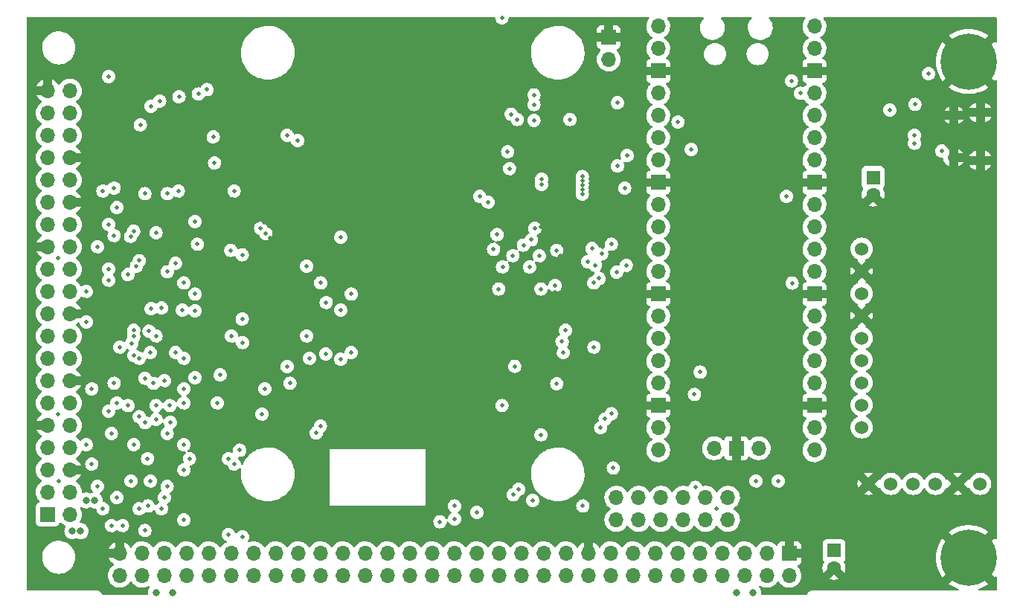
<source format=gbr>
G04 #@! TF.GenerationSoftware,KiCad,Pcbnew,(6.0.5-0)*
G04 #@! TF.CreationDate,2022-07-12T21:34:34-06:00*
G04 #@! TF.ProjectId,PiGUS,50694755-532e-46b6-9963-61645f706362,rev?*
G04 #@! TF.SameCoordinates,Original*
G04 #@! TF.FileFunction,Copper,L2,Inr*
G04 #@! TF.FilePolarity,Positive*
%FSLAX46Y46*%
G04 Gerber Fmt 4.6, Leading zero omitted, Abs format (unit mm)*
G04 Created by KiCad (PCBNEW (6.0.5-0)) date 2022-07-12 21:34:34*
%MOMM*%
%LPD*%
G01*
G04 APERTURE LIST*
G04 #@! TA.AperFunction,ComponentPad*
%ADD10R,1.700000X1.700000*%
G04 #@! TD*
G04 #@! TA.AperFunction,ComponentPad*
%ADD11O,1.700000X1.700000*%
G04 #@! TD*
G04 #@! TA.AperFunction,ComponentPad*
%ADD12R,1.600000X1.600000*%
G04 #@! TD*
G04 #@! TA.AperFunction,ComponentPad*
%ADD13C,1.600000*%
G04 #@! TD*
G04 #@! TA.AperFunction,ComponentPad*
%ADD14O,1.700000X1.300000*%
G04 #@! TD*
G04 #@! TA.AperFunction,ComponentPad*
%ADD15O,1.400000X1.000000*%
G04 #@! TD*
G04 #@! TA.AperFunction,ComponentPad*
%ADD16C,6.400000*%
G04 #@! TD*
G04 #@! TA.AperFunction,ComponentPad*
%ADD17C,1.524000*%
G04 #@! TD*
G04 #@! TA.AperFunction,ViaPad*
%ADD18C,0.500000*%
G04 #@! TD*
G04 #@! TA.AperFunction,ViaPad*
%ADD19C,0.508000*%
G04 #@! TD*
G04 #@! TA.AperFunction,ViaPad*
%ADD20C,0.800000*%
G04 #@! TD*
G04 APERTURE END LIST*
D10*
X110848792Y-119070471D03*
D11*
X113388792Y-119070471D03*
X110848792Y-116530471D03*
X113388792Y-116530471D03*
X110848792Y-113990471D03*
X113388792Y-113990471D03*
X110848792Y-111450471D03*
X113388792Y-111450471D03*
X110848792Y-108910471D03*
X113388792Y-108910471D03*
X110848792Y-106370471D03*
X113388792Y-106370471D03*
X110848792Y-103830471D03*
X113388792Y-103830471D03*
X110848792Y-101290471D03*
X113388792Y-101290471D03*
X110848792Y-98750471D03*
X113388792Y-98750471D03*
X110848792Y-96210471D03*
X113388792Y-96210471D03*
X110848792Y-93670471D03*
X113388792Y-93670471D03*
X110848792Y-91130471D03*
X113388792Y-91130471D03*
X110848792Y-88590471D03*
X113388792Y-88590471D03*
X110848792Y-86050471D03*
X113388792Y-86050471D03*
X110848792Y-83510471D03*
X113388792Y-83510471D03*
X110848792Y-80970471D03*
X113388792Y-80970471D03*
X110848792Y-78430471D03*
X113388792Y-78430471D03*
X110848792Y-75890471D03*
X113388792Y-75890471D03*
X110848792Y-73350471D03*
X113388792Y-73350471D03*
X110848792Y-70810471D03*
X113388792Y-70810471D03*
D12*
X200342500Y-123190000D03*
D13*
X200342500Y-125190000D03*
D10*
X174700000Y-64725000D03*
D11*
X174700000Y-67265000D03*
D12*
X204800000Y-80700000D03*
D13*
X204800000Y-82700000D03*
D14*
X217001697Y-73316465D03*
D15*
X213971697Y-73616465D03*
X213971697Y-78466465D03*
D14*
X217001697Y-78766465D03*
D11*
X180340000Y-63500000D03*
X180340000Y-66040000D03*
D10*
X180340000Y-68580000D03*
D11*
X180340000Y-71120000D03*
X180340000Y-73660000D03*
X180340000Y-76200000D03*
X180340000Y-78740000D03*
D10*
X180340000Y-81280000D03*
D11*
X180340000Y-83820000D03*
X180340000Y-86360000D03*
X180340000Y-88900000D03*
X180340000Y-91440000D03*
D10*
X180340000Y-93980000D03*
D11*
X180340000Y-96520000D03*
X180340000Y-99060000D03*
X180340000Y-101600000D03*
X180340000Y-104140000D03*
D10*
X180340000Y-106680000D03*
D11*
X180340000Y-109220000D03*
X180340000Y-111760000D03*
X198120000Y-111760000D03*
X198120000Y-109220000D03*
D10*
X198120000Y-106680000D03*
D11*
X198120000Y-104140000D03*
X198120000Y-101600000D03*
X198120000Y-99060000D03*
X198120000Y-96520000D03*
D10*
X198120000Y-93980000D03*
D11*
X198120000Y-91440000D03*
X198120000Y-88900000D03*
X198120000Y-86360000D03*
X198120000Y-83820000D03*
D10*
X198120000Y-81280000D03*
D11*
X198120000Y-78740000D03*
X198120000Y-76200000D03*
X198120000Y-73660000D03*
X198120000Y-71120000D03*
D10*
X198120000Y-68580000D03*
D11*
X198120000Y-66040000D03*
X198120000Y-63500000D03*
X186690000Y-111530000D03*
D10*
X189230000Y-111530000D03*
D11*
X191770000Y-111530000D03*
D16*
X215658700Y-124008000D03*
D17*
X204269050Y-115582931D03*
X206809050Y-115582931D03*
X209349050Y-115582931D03*
X211889050Y-115582931D03*
X214429050Y-115582931D03*
X216969050Y-115582931D03*
X203489050Y-109142931D03*
X203489050Y-106602931D03*
X203489050Y-104062931D03*
X203489050Y-101522931D03*
X203489050Y-98982931D03*
X203489050Y-96442931D03*
X203489050Y-93902931D03*
X203489050Y-91362931D03*
X203489050Y-88822931D03*
D11*
X175577500Y-119697500D03*
X175577500Y-117157500D03*
X178117500Y-119697500D03*
X178117500Y-117157500D03*
X180657500Y-119697500D03*
X180657500Y-117157500D03*
X183197500Y-119697500D03*
X183197500Y-117157500D03*
X185737500Y-119697500D03*
X185737500Y-117157500D03*
X188277500Y-119697500D03*
X188277500Y-117157500D03*
D10*
X195262500Y-123502500D03*
D11*
X192722500Y-123502500D03*
X190182500Y-123502500D03*
X187642500Y-123502500D03*
X185102500Y-123502500D03*
X182562500Y-123502500D03*
X180022500Y-123502500D03*
X177482500Y-123502500D03*
X174942500Y-123502500D03*
X172402500Y-123502500D03*
X169862500Y-123502500D03*
X167322500Y-123502500D03*
X164782500Y-123502500D03*
X162242500Y-123502500D03*
X159702500Y-123502500D03*
X157162500Y-123502500D03*
X154622500Y-123502500D03*
X152082500Y-123502500D03*
X149542500Y-123502500D03*
X147002500Y-123502500D03*
X144462500Y-123502500D03*
X141922500Y-123502500D03*
X139382500Y-123502500D03*
X136842500Y-123502500D03*
X134302500Y-123502500D03*
X131762500Y-123502500D03*
X129222500Y-123502500D03*
X126682500Y-123502500D03*
X124142500Y-123502500D03*
X121602500Y-123502500D03*
X119062500Y-123502500D03*
X195262500Y-126042500D03*
X192722500Y-126042500D03*
X190182500Y-126042500D03*
X187642500Y-126042500D03*
X185102500Y-126042500D03*
X182562500Y-126042500D03*
X180022500Y-126042500D03*
X177482500Y-126042500D03*
X174942500Y-126042500D03*
X172402500Y-126042500D03*
X169862500Y-126042500D03*
X167322500Y-126042500D03*
X164782500Y-126042500D03*
X162242500Y-126042500D03*
X159702500Y-126042500D03*
X157162500Y-126042500D03*
X154622500Y-126042500D03*
X152082500Y-126042500D03*
X149542500Y-126042500D03*
X147002500Y-126042500D03*
X144462500Y-126042500D03*
X141922500Y-126042500D03*
X139382500Y-126042500D03*
X136842500Y-126042500D03*
X134302500Y-126042500D03*
X131762500Y-126042500D03*
X129222500Y-126042500D03*
X126682500Y-126042500D03*
X124142500Y-126042500D03*
X121602500Y-126042500D03*
X119062500Y-126042500D03*
D16*
X215658700Y-67493000D03*
D18*
X129700000Y-76077500D03*
X118900000Y-65200000D03*
X121400000Y-74700000D03*
X130300000Y-65200000D03*
X129000000Y-70700000D03*
X128000000Y-71200000D03*
X126800000Y-65200000D03*
X124142500Y-117157500D03*
X118745000Y-117157500D03*
X130175000Y-106362500D03*
X126365000Y-106362500D03*
X120015000Y-106680000D03*
X119380000Y-120332500D03*
X123190000Y-106680000D03*
X131445000Y-121345500D03*
X124460000Y-109855000D03*
X118110000Y-109855000D03*
X118110000Y-120332500D03*
X133032500Y-121602500D03*
X131445000Y-112712500D03*
X127000000Y-112712500D03*
X126365000Y-101282500D03*
X140652500Y-101282500D03*
X142500000Y-100800000D03*
X125412500Y-100647500D03*
X163830000Y-116840000D03*
X124460000Y-115887500D03*
X122555000Y-115252500D03*
X164465000Y-116205000D03*
X121920000Y-120895980D03*
X166052500Y-117475000D03*
X155500000Y-119900000D03*
X157162500Y-118110000D03*
X171767500Y-118110000D03*
X123825000Y-118427500D03*
X124767148Y-106680000D03*
X174307500Y-108200000D03*
X121285000Y-107950000D03*
X175227143Y-113783000D03*
X191452500Y-115252500D03*
X124820416Y-108585000D03*
X193992500Y-115252500D03*
X121920000Y-108622500D03*
X167000000Y-95400000D03*
X131147500Y-85725000D03*
X171699751Y-83800000D03*
X122777711Y-77900000D03*
X169200000Y-89600000D03*
X167000000Y-86300000D03*
X171900000Y-91700000D03*
X134900000Y-84000000D03*
D19*
X212101697Y-76341465D03*
D18*
X168700000Y-87849500D03*
X171699751Y-96600000D03*
X131147500Y-93980000D03*
X133100000Y-87600000D03*
X172000000Y-93400000D03*
X174000000Y-88600000D03*
X120650000Y-105410000D03*
X167000249Y-78600000D03*
X167000000Y-85000000D03*
X118768750Y-80650000D03*
X171699751Y-95400000D03*
X129540000Y-111125000D03*
X167000000Y-97472500D03*
X131127500Y-80645000D03*
X134900000Y-80400000D03*
X167000000Y-83400000D03*
X171699751Y-86200000D03*
X134600000Y-96400000D03*
X171699751Y-85000000D03*
X203517500Y-64452500D03*
X118700000Y-89100000D03*
X135500000Y-78600000D03*
X129540000Y-119697500D03*
X136200000Y-87600000D03*
X120650000Y-114300000D03*
X171700000Y-97472500D03*
X135500000Y-85800000D03*
X136000000Y-84000000D03*
X168600000Y-91800000D03*
X129540000Y-102552500D03*
X119380000Y-102552500D03*
X204787500Y-73025000D03*
X167000000Y-96600000D03*
X136100000Y-80400000D03*
X129800000Y-96400000D03*
X136200000Y-92400000D03*
X168600000Y-93800000D03*
X136300000Y-96655000D03*
X171699751Y-87400000D03*
X135500000Y-82200000D03*
X134600000Y-92400000D03*
X121920000Y-82550000D03*
X160972500Y-83502500D03*
X160020000Y-82867500D03*
X124460000Y-82550000D03*
X141922500Y-92710000D03*
X124460000Y-91440000D03*
X112077500Y-89852500D03*
X141400000Y-109800000D03*
X167000000Y-110000000D03*
X123825000Y-95567500D03*
X142557500Y-94932500D03*
X120300000Y-87400000D03*
X126365000Y-92710000D03*
X118745000Y-84137500D03*
X173800000Y-109200000D03*
X118427500Y-81915000D03*
X125412500Y-90487500D03*
X126200000Y-95800000D03*
X121300000Y-90170000D03*
X173600000Y-92200000D03*
X141900000Y-109000000D03*
X127635000Y-93980000D03*
X126360000Y-111130000D03*
D20*
X115252500Y-117475000D03*
D18*
X127635000Y-85725000D03*
X126360000Y-119702500D03*
D20*
X113665000Y-120967500D03*
D18*
X120650000Y-86800000D03*
X127635000Y-95885000D03*
D20*
X114617500Y-120967500D03*
D18*
X206692500Y-73025000D03*
X167060000Y-81500000D03*
X123190000Y-86995000D03*
D20*
X116205000Y-117475000D03*
D18*
X167060000Y-80900000D03*
X162560000Y-106680000D03*
X124142500Y-103822500D03*
X171700000Y-80600000D03*
D20*
X189230000Y-127952500D03*
X125095000Y-127952500D03*
D18*
X127635000Y-103505000D03*
D20*
X123190000Y-127952500D03*
D18*
X171700000Y-81100000D03*
X171700000Y-82600000D03*
X212600000Y-77700000D03*
X171700000Y-81600000D03*
D20*
X191130000Y-127957500D03*
D18*
X171700000Y-82100000D03*
X117792500Y-86042500D03*
X117792500Y-69215000D03*
X118427500Y-87312500D03*
X162560000Y-62547500D03*
X162627500Y-90872500D03*
X165700000Y-90900000D03*
X120650000Y-100965000D03*
X133032500Y-99498489D03*
X157162500Y-119583000D03*
X159702500Y-118833500D03*
X163212500Y-77787500D03*
X176800000Y-78200000D03*
X119062500Y-100012500D03*
X129857500Y-79057500D03*
X184100000Y-77500000D03*
X144200000Y-101400000D03*
X165900000Y-87800000D03*
X144200000Y-87500000D03*
X122640519Y-95653019D03*
X144200000Y-95800000D03*
X120421002Y-99579291D03*
X122400000Y-98200000D03*
X169400000Y-99400000D03*
X120650000Y-98807003D03*
X169800000Y-98107500D03*
X133000000Y-89500000D03*
X133000000Y-96800000D03*
X173900000Y-89400000D03*
X120650000Y-98107500D03*
X115252500Y-97155000D03*
X173037500Y-100012500D03*
X122555000Y-100647500D03*
X184467500Y-105410000D03*
X184562989Y-115982989D03*
X130492500Y-103187500D03*
X121920000Y-103565500D03*
X121285000Y-101282500D03*
X187007500Y-118427500D03*
X185102500Y-102870000D03*
X131700000Y-89000000D03*
X168800000Y-89000000D03*
X123190000Y-98742500D03*
X131762500Y-98742500D03*
X127900000Y-88300000D03*
X161607500Y-88900000D03*
X175000000Y-88300000D03*
X175000000Y-107600000D03*
X172800000Y-88800000D03*
X175700000Y-79400000D03*
X168600000Y-93000000D03*
X175600000Y-91500000D03*
X175700000Y-72200000D03*
X194945000Y-82867500D03*
X195500000Y-69700000D03*
X195580000Y-92720000D03*
X173000000Y-92700000D03*
X162200000Y-93400000D03*
X115887500Y-113347500D03*
X115887500Y-104775000D03*
X135700000Y-87100000D03*
X126365000Y-104775000D03*
X135572500Y-104775000D03*
X126365000Y-113982500D03*
X162000000Y-87200000D03*
X167000000Y-93400000D03*
X132080000Y-82232500D03*
X125730000Y-82232500D03*
X211100000Y-68900000D03*
X209550000Y-72390000D03*
X182600000Y-74400000D03*
X196532500Y-71120000D03*
X125800000Y-71500000D03*
X166200000Y-74200000D03*
X163600000Y-73500000D03*
X122600000Y-72600000D03*
X123600000Y-72000000D03*
X164300000Y-74100000D03*
X166200000Y-72400000D03*
X166200000Y-71300000D03*
X170300000Y-74100000D03*
X139300000Y-76500000D03*
X209500000Y-76800000D03*
X123190000Y-108267500D03*
X168800000Y-104200000D03*
X138430000Y-104140000D03*
X135255000Y-107632500D03*
X117792500Y-107315000D03*
X117792500Y-92392500D03*
X163800000Y-89600000D03*
X166800000Y-89600000D03*
X132715000Y-111760000D03*
X164000000Y-102200000D03*
X138112500Y-102235000D03*
X120650000Y-111125000D03*
X115252500Y-111125000D03*
X115252500Y-93662500D03*
X145415000Y-100647500D03*
X145415000Y-93980000D03*
X112077500Y-107632500D03*
X169552500Y-100647500D03*
X118745000Y-106362500D03*
X120967500Y-90805000D03*
X140335000Y-90805000D03*
X118427500Y-104140000D03*
X172300000Y-90300000D03*
X120015000Y-91757500D03*
X122872500Y-104140000D03*
X176700000Y-90700000D03*
X117792500Y-91122500D03*
X140335000Y-98742500D03*
X116522500Y-115887500D03*
X122277861Y-118110000D03*
X116522500Y-88582500D03*
X173200000Y-90700000D03*
X163407500Y-79692500D03*
X121285000Y-118427500D03*
X117157500Y-82232500D03*
X176530000Y-81915000D03*
X117157500Y-118427500D03*
X112165018Y-115252500D03*
X120332500Y-115252500D03*
X165000000Y-88400000D03*
X166300000Y-86500000D03*
X135100000Y-86500000D03*
X122237500Y-112712500D03*
X132080000Y-113347500D03*
X209502400Y-75897600D03*
X138100000Y-75900000D03*
G04 #@! TA.AperFunction,Conductor*
G36*
X161739527Y-62441002D02*
G01*
X161786020Y-62494658D01*
X161794926Y-62537024D01*
X161796775Y-62536843D01*
X161813381Y-62706199D01*
X161815605Y-62712884D01*
X161815605Y-62712885D01*
X161823735Y-62737325D01*
X161867094Y-62867667D01*
X161870741Y-62873689D01*
X161870742Y-62873691D01*
X161924304Y-62962131D01*
X161955246Y-63013223D01*
X162073455Y-63135632D01*
X162215846Y-63228810D01*
X162222450Y-63231266D01*
X162222452Y-63231267D01*
X162258223Y-63244570D01*
X162375341Y-63288126D01*
X162544015Y-63310632D01*
X162551026Y-63309994D01*
X162551030Y-63309994D01*
X162706462Y-63295848D01*
X162713483Y-63295209D01*
X162720185Y-63293031D01*
X162720187Y-63293031D01*
X162868623Y-63244801D01*
X162868626Y-63244800D01*
X162875322Y-63242624D01*
X163021490Y-63155490D01*
X163026584Y-63150639D01*
X163026588Y-63150636D01*
X163126013Y-63055954D01*
X163144721Y-63038139D01*
X163150591Y-63029305D01*
X163234990Y-62902273D01*
X163238891Y-62896402D01*
X163299319Y-62737325D01*
X163323001Y-62568813D01*
X163323299Y-62547500D01*
X163324691Y-62547519D01*
X163339967Y-62484156D01*
X163391279Y-62435090D01*
X163449176Y-62421000D01*
X179197263Y-62421000D01*
X179265384Y-62441002D01*
X179311877Y-62494658D01*
X179321981Y-62564932D01*
X179288357Y-62634051D01*
X179280629Y-62642138D01*
X179277715Y-62646410D01*
X179277714Y-62646411D01*
X179197611Y-62763838D01*
X179154743Y-62826680D01*
X179125437Y-62889814D01*
X179070949Y-63007200D01*
X179060688Y-63029305D01*
X179000989Y-63244570D01*
X178977251Y-63466695D01*
X178977548Y-63471848D01*
X178977548Y-63471851D01*
X178986667Y-63630000D01*
X178990110Y-63689715D01*
X178991247Y-63694761D01*
X178991248Y-63694767D01*
X179004229Y-63752364D01*
X179039222Y-63907639D01*
X179077461Y-64001811D01*
X179118315Y-64102422D01*
X179123266Y-64114616D01*
X179170537Y-64191755D01*
X179225423Y-64281321D01*
X179239987Y-64305088D01*
X179386250Y-64473938D01*
X179558126Y-64616632D01*
X179566967Y-64621798D01*
X179631445Y-64659476D01*
X179680169Y-64711114D01*
X179693240Y-64780897D01*
X179666509Y-64846669D01*
X179626055Y-64880027D01*
X179613607Y-64886507D01*
X179609474Y-64889610D01*
X179609471Y-64889612D01*
X179479484Y-64987209D01*
X179434965Y-65020635D01*
X179280629Y-65182138D01*
X179277715Y-65186410D01*
X179277714Y-65186411D01*
X179227426Y-65260131D01*
X179154743Y-65366680D01*
X179119717Y-65442137D01*
X179063328Y-65563618D01*
X179060688Y-65569305D01*
X179000989Y-65784570D01*
X178977251Y-66006695D01*
X178977548Y-66011848D01*
X178977548Y-66011851D01*
X178988809Y-66207145D01*
X178990110Y-66229715D01*
X178991247Y-66234761D01*
X178991248Y-66234767D01*
X179011119Y-66322939D01*
X179039222Y-66447639D01*
X179077461Y-66541811D01*
X179107786Y-66616492D01*
X179123266Y-66654616D01*
X179148960Y-66696545D01*
X179225198Y-66820954D01*
X179239987Y-66845088D01*
X179386250Y-67013938D01*
X179390225Y-67017238D01*
X179390231Y-67017244D01*
X179395425Y-67021556D01*
X179435059Y-67080460D01*
X179436555Y-67151441D01*
X179399439Y-67211962D01*
X179359168Y-67236480D01*
X179251946Y-67276676D01*
X179236351Y-67285214D01*
X179134276Y-67361715D01*
X179121715Y-67374276D01*
X179045214Y-67476351D01*
X179036676Y-67491946D01*
X178991522Y-67612394D01*
X178987895Y-67627649D01*
X178982369Y-67678514D01*
X178982000Y-67685328D01*
X178982000Y-68061885D01*
X178986475Y-68077124D01*
X178987865Y-68078329D01*
X178995548Y-68080000D01*
X181679884Y-68080000D01*
X181695123Y-68075525D01*
X181696328Y-68074135D01*
X181697999Y-68066452D01*
X181697999Y-67685331D01*
X181697629Y-67678510D01*
X181692105Y-67627648D01*
X181688479Y-67612396D01*
X181643324Y-67491946D01*
X181634786Y-67476351D01*
X181558285Y-67374276D01*
X181545724Y-67361715D01*
X181443649Y-67285214D01*
X181428054Y-67276676D01*
X181317813Y-67235348D01*
X181261049Y-67192706D01*
X181236349Y-67126145D01*
X181251557Y-67056796D01*
X181273104Y-67028115D01*
X181374430Y-66927144D01*
X181374440Y-66927132D01*
X181378096Y-66923489D01*
X181413734Y-66873894D01*
X181505435Y-66746277D01*
X181508453Y-66742077D01*
X181520444Y-66717816D01*
X181549018Y-66660000D01*
X185541693Y-66660000D01*
X185560885Y-66879371D01*
X185617880Y-67092076D01*
X185633767Y-67126145D01*
X185708618Y-67286666D01*
X185708621Y-67286671D01*
X185710944Y-67291653D01*
X185714100Y-67296160D01*
X185714101Y-67296162D01*
X185828659Y-67459767D01*
X185837251Y-67472038D01*
X185992962Y-67627749D01*
X185997471Y-67630906D01*
X185997473Y-67630908D01*
X186049869Y-67667596D01*
X186173346Y-67754056D01*
X186372924Y-67847120D01*
X186585629Y-67904115D01*
X186805000Y-67923307D01*
X187024371Y-67904115D01*
X187237076Y-67847120D01*
X187436654Y-67754056D01*
X187560131Y-67667596D01*
X187612527Y-67630908D01*
X187612529Y-67630906D01*
X187617038Y-67627749D01*
X187772749Y-67472038D01*
X187781342Y-67459767D01*
X187895899Y-67296162D01*
X187895900Y-67296160D01*
X187899056Y-67291653D01*
X187901379Y-67286671D01*
X187901382Y-67286666D01*
X187976233Y-67126145D01*
X187992120Y-67092076D01*
X188049115Y-66879371D01*
X188068307Y-66660000D01*
X190391693Y-66660000D01*
X190410885Y-66879371D01*
X190467880Y-67092076D01*
X190483767Y-67126145D01*
X190558618Y-67286666D01*
X190558621Y-67286671D01*
X190560944Y-67291653D01*
X190564100Y-67296160D01*
X190564101Y-67296162D01*
X190678659Y-67459767D01*
X190687251Y-67472038D01*
X190842962Y-67627749D01*
X190847471Y-67630906D01*
X190847473Y-67630908D01*
X190899869Y-67667596D01*
X191023346Y-67754056D01*
X191222924Y-67847120D01*
X191435629Y-67904115D01*
X191655000Y-67923307D01*
X191874371Y-67904115D01*
X192087076Y-67847120D01*
X192286654Y-67754056D01*
X192410131Y-67667596D01*
X192462527Y-67630908D01*
X192462529Y-67630906D01*
X192467038Y-67627749D01*
X192622749Y-67472038D01*
X192631342Y-67459767D01*
X192745899Y-67296162D01*
X192745900Y-67296160D01*
X192749056Y-67291653D01*
X192751379Y-67286671D01*
X192751382Y-67286666D01*
X192826233Y-67126145D01*
X192842120Y-67092076D01*
X192899115Y-66879371D01*
X192918307Y-66660000D01*
X192899115Y-66440629D01*
X192842120Y-66227924D01*
X192787834Y-66111507D01*
X192751382Y-66033334D01*
X192751379Y-66033329D01*
X192749056Y-66028347D01*
X192745899Y-66023838D01*
X192625908Y-65852473D01*
X192625906Y-65852470D01*
X192622749Y-65847962D01*
X192467038Y-65692251D01*
X192445761Y-65677352D01*
X192363381Y-65619669D01*
X192286654Y-65565944D01*
X192087076Y-65472880D01*
X191874371Y-65415885D01*
X191655000Y-65396693D01*
X191435629Y-65415885D01*
X191222924Y-65472880D01*
X191129562Y-65516415D01*
X191028334Y-65563618D01*
X191028329Y-65563621D01*
X191023347Y-65565944D01*
X191018840Y-65569100D01*
X191018838Y-65569101D01*
X190847473Y-65689092D01*
X190847470Y-65689094D01*
X190842962Y-65692251D01*
X190687251Y-65847962D01*
X190684094Y-65852470D01*
X190684092Y-65852473D01*
X190564101Y-66023838D01*
X190560944Y-66028347D01*
X190558621Y-66033329D01*
X190558618Y-66033334D01*
X190522166Y-66111507D01*
X190467880Y-66227924D01*
X190410885Y-66440629D01*
X190391693Y-66660000D01*
X188068307Y-66660000D01*
X188049115Y-66440629D01*
X187992120Y-66227924D01*
X187937834Y-66111507D01*
X187901382Y-66033334D01*
X187901379Y-66033329D01*
X187899056Y-66028347D01*
X187895899Y-66023838D01*
X187775908Y-65852473D01*
X187775906Y-65852470D01*
X187772749Y-65847962D01*
X187617038Y-65692251D01*
X187595761Y-65677352D01*
X187513381Y-65619669D01*
X187436654Y-65565944D01*
X187237076Y-65472880D01*
X187024371Y-65415885D01*
X186805000Y-65396693D01*
X186585629Y-65415885D01*
X186372924Y-65472880D01*
X186279562Y-65516415D01*
X186178334Y-65563618D01*
X186178329Y-65563621D01*
X186173347Y-65565944D01*
X186168840Y-65569100D01*
X186168838Y-65569101D01*
X185997473Y-65689092D01*
X185997470Y-65689094D01*
X185992962Y-65692251D01*
X185837251Y-65847962D01*
X185834094Y-65852470D01*
X185834092Y-65852473D01*
X185714101Y-66023838D01*
X185710944Y-66028347D01*
X185708621Y-66033329D01*
X185708618Y-66033334D01*
X185672166Y-66111507D01*
X185617880Y-66227924D01*
X185560885Y-66440629D01*
X185541693Y-66660000D01*
X181549018Y-66660000D01*
X181605136Y-66546453D01*
X181605137Y-66546451D01*
X181607430Y-66541811D01*
X181672370Y-66328069D01*
X181701529Y-66106590D01*
X181701747Y-66097667D01*
X181703074Y-66043365D01*
X181703074Y-66043361D01*
X181703156Y-66040000D01*
X181684852Y-65817361D01*
X181630431Y-65600702D01*
X181541354Y-65395840D01*
X181454380Y-65261399D01*
X181422822Y-65212617D01*
X181422820Y-65212614D01*
X181420014Y-65208277D01*
X181269670Y-65043051D01*
X181265619Y-65039852D01*
X181265615Y-65039848D01*
X181098414Y-64907800D01*
X181098410Y-64907798D01*
X181094359Y-64904598D01*
X181053053Y-64881796D01*
X181003084Y-64831364D01*
X180988312Y-64761921D01*
X181013428Y-64695516D01*
X181040780Y-64668909D01*
X181106827Y-64621798D01*
X181219860Y-64541173D01*
X181227692Y-64533369D01*
X181374435Y-64387137D01*
X181378096Y-64383489D01*
X181428821Y-64312898D01*
X181505435Y-64206277D01*
X181508453Y-64202077D01*
X181513555Y-64191755D01*
X181605136Y-64006453D01*
X181605137Y-64006451D01*
X181607430Y-64001811D01*
X181672370Y-63788069D01*
X181701529Y-63566590D01*
X181703156Y-63500000D01*
X181684852Y-63277361D01*
X181630431Y-63060702D01*
X181541354Y-62855840D01*
X181420014Y-62668277D01*
X181416540Y-62664459D01*
X181416533Y-62664450D01*
X181386823Y-62631799D01*
X181355771Y-62567953D01*
X181364167Y-62497454D01*
X181409344Y-62442686D01*
X181480017Y-62421000D01*
X185417331Y-62421000D01*
X185485452Y-62441002D01*
X185531945Y-62494658D01*
X185542049Y-62564932D01*
X185508425Y-62634051D01*
X185471571Y-62672617D01*
X185406639Y-62740564D01*
X185403725Y-62744836D01*
X185403724Y-62744837D01*
X185347895Y-62826680D01*
X185276119Y-62931899D01*
X185178602Y-63141981D01*
X185116707Y-63365169D01*
X185092095Y-63595469D01*
X185092392Y-63600622D01*
X185092392Y-63600625D01*
X185098067Y-63699041D01*
X185105427Y-63826697D01*
X185106564Y-63831743D01*
X185106565Y-63831749D01*
X185135646Y-63960788D01*
X185156346Y-64052642D01*
X185158288Y-64057424D01*
X185158289Y-64057428D01*
X185225655Y-64223329D01*
X185243484Y-64267237D01*
X185364501Y-64464719D01*
X185516147Y-64639784D01*
X185694349Y-64787730D01*
X185894322Y-64904584D01*
X186110694Y-64987209D01*
X186115760Y-64988240D01*
X186115761Y-64988240D01*
X186168846Y-64999040D01*
X186337656Y-65033385D01*
X186468324Y-65038176D01*
X186563949Y-65041683D01*
X186563953Y-65041683D01*
X186569113Y-65041872D01*
X186574233Y-65041216D01*
X186574235Y-65041216D01*
X186647270Y-65031860D01*
X186798847Y-65012442D01*
X186803795Y-65010957D01*
X186803802Y-65010956D01*
X187015747Y-64947369D01*
X187020690Y-64945886D01*
X187027612Y-64942495D01*
X187224049Y-64846262D01*
X187224052Y-64846260D01*
X187228684Y-64843991D01*
X187417243Y-64709494D01*
X187581303Y-64546005D01*
X187585656Y-64539948D01*
X187606588Y-64510817D01*
X187716458Y-64357917D01*
X187755378Y-64279169D01*
X187816784Y-64154922D01*
X187816785Y-64154920D01*
X187819078Y-64150280D01*
X187886408Y-63928671D01*
X187916640Y-63699041D01*
X187916722Y-63695691D01*
X187918245Y-63633365D01*
X187918245Y-63633361D01*
X187918327Y-63630000D01*
X187904742Y-63464763D01*
X187899773Y-63404318D01*
X187899772Y-63404312D01*
X187899349Y-63399167D01*
X187859266Y-63239588D01*
X187844184Y-63179544D01*
X187844183Y-63179540D01*
X187842925Y-63174533D01*
X187834645Y-63155490D01*
X187752630Y-62966868D01*
X187752628Y-62966865D01*
X187750570Y-62962131D01*
X187624764Y-62767665D01*
X187603153Y-62743914D01*
X187501136Y-62631799D01*
X187470084Y-62567953D01*
X187478480Y-62497455D01*
X187523657Y-62442687D01*
X187594330Y-62421000D01*
X190867331Y-62421000D01*
X190935452Y-62441002D01*
X190981945Y-62494658D01*
X190992049Y-62564932D01*
X190958425Y-62634051D01*
X190921571Y-62672617D01*
X190856639Y-62740564D01*
X190853725Y-62744836D01*
X190853724Y-62744837D01*
X190797895Y-62826680D01*
X190726119Y-62931899D01*
X190628602Y-63141981D01*
X190566707Y-63365169D01*
X190542095Y-63595469D01*
X190542392Y-63600622D01*
X190542392Y-63600625D01*
X190548067Y-63699041D01*
X190555427Y-63826697D01*
X190556564Y-63831743D01*
X190556565Y-63831749D01*
X190585646Y-63960788D01*
X190606346Y-64052642D01*
X190608288Y-64057424D01*
X190608289Y-64057428D01*
X190675655Y-64223329D01*
X190693484Y-64267237D01*
X190814501Y-64464719D01*
X190966147Y-64639784D01*
X191144349Y-64787730D01*
X191344322Y-64904584D01*
X191560694Y-64987209D01*
X191565760Y-64988240D01*
X191565761Y-64988240D01*
X191618846Y-64999040D01*
X191787656Y-65033385D01*
X191918324Y-65038176D01*
X192013949Y-65041683D01*
X192013953Y-65041683D01*
X192019113Y-65041872D01*
X192024233Y-65041216D01*
X192024235Y-65041216D01*
X192097270Y-65031860D01*
X192248847Y-65012442D01*
X192253795Y-65010957D01*
X192253802Y-65010956D01*
X192465747Y-64947369D01*
X192470690Y-64945886D01*
X192477612Y-64942495D01*
X192674049Y-64846262D01*
X192674052Y-64846260D01*
X192678684Y-64843991D01*
X192867243Y-64709494D01*
X193031303Y-64546005D01*
X193035656Y-64539948D01*
X193056588Y-64510817D01*
X193166458Y-64357917D01*
X193205378Y-64279169D01*
X193266784Y-64154922D01*
X193266785Y-64154920D01*
X193269078Y-64150280D01*
X193336408Y-63928671D01*
X193366640Y-63699041D01*
X193366722Y-63695691D01*
X193368245Y-63633365D01*
X193368245Y-63633361D01*
X193368327Y-63630000D01*
X193354742Y-63464763D01*
X193349773Y-63404318D01*
X193349772Y-63404312D01*
X193349349Y-63399167D01*
X193309266Y-63239588D01*
X193294184Y-63179544D01*
X193294183Y-63179540D01*
X193292925Y-63174533D01*
X193284645Y-63155490D01*
X193202630Y-62966868D01*
X193202628Y-62966865D01*
X193200570Y-62962131D01*
X193074764Y-62767665D01*
X193053153Y-62743914D01*
X192951136Y-62631799D01*
X192920084Y-62567953D01*
X192928480Y-62497455D01*
X192973657Y-62442687D01*
X193044330Y-62421000D01*
X196977263Y-62421000D01*
X197045384Y-62441002D01*
X197091877Y-62494658D01*
X197101981Y-62564932D01*
X197068357Y-62634051D01*
X197060629Y-62642138D01*
X197057715Y-62646410D01*
X197057714Y-62646411D01*
X196977611Y-62763838D01*
X196934743Y-62826680D01*
X196905437Y-62889814D01*
X196850949Y-63007200D01*
X196840688Y-63029305D01*
X196780989Y-63244570D01*
X196757251Y-63466695D01*
X196757548Y-63471848D01*
X196757548Y-63471851D01*
X196766667Y-63630000D01*
X196770110Y-63689715D01*
X196771247Y-63694761D01*
X196771248Y-63694767D01*
X196784229Y-63752364D01*
X196819222Y-63907639D01*
X196857461Y-64001811D01*
X196898315Y-64102422D01*
X196903266Y-64114616D01*
X196950537Y-64191755D01*
X197005423Y-64281321D01*
X197019987Y-64305088D01*
X197166250Y-64473938D01*
X197338126Y-64616632D01*
X197346967Y-64621798D01*
X197411445Y-64659476D01*
X197460169Y-64711114D01*
X197473240Y-64780897D01*
X197446509Y-64846669D01*
X197406055Y-64880027D01*
X197393607Y-64886507D01*
X197389474Y-64889610D01*
X197389471Y-64889612D01*
X197259484Y-64987209D01*
X197214965Y-65020635D01*
X197060629Y-65182138D01*
X197057715Y-65186410D01*
X197057714Y-65186411D01*
X197007426Y-65260131D01*
X196934743Y-65366680D01*
X196899717Y-65442137D01*
X196843328Y-65563618D01*
X196840688Y-65569305D01*
X196780989Y-65784570D01*
X196757251Y-66006695D01*
X196757548Y-66011848D01*
X196757548Y-66011851D01*
X196768809Y-66207145D01*
X196770110Y-66229715D01*
X196771247Y-66234761D01*
X196771248Y-66234767D01*
X196791119Y-66322939D01*
X196819222Y-66447639D01*
X196857461Y-66541811D01*
X196887786Y-66616492D01*
X196903266Y-66654616D01*
X196928960Y-66696545D01*
X197005198Y-66820954D01*
X197019987Y-66845088D01*
X197166250Y-67013938D01*
X197170225Y-67017238D01*
X197170231Y-67017244D01*
X197175425Y-67021556D01*
X197215059Y-67080460D01*
X197216555Y-67151441D01*
X197179439Y-67211962D01*
X197139168Y-67236480D01*
X197031946Y-67276676D01*
X197016351Y-67285214D01*
X196914276Y-67361715D01*
X196901715Y-67374276D01*
X196825214Y-67476351D01*
X196816676Y-67491946D01*
X196771522Y-67612394D01*
X196767895Y-67627649D01*
X196762369Y-67678514D01*
X196762000Y-67685328D01*
X196762000Y-68061885D01*
X196766475Y-68077124D01*
X196767865Y-68078329D01*
X196775548Y-68080000D01*
X199459884Y-68080000D01*
X199475123Y-68075525D01*
X199476328Y-68074135D01*
X199477999Y-68066452D01*
X199477999Y-67685331D01*
X199477629Y-67678510D01*
X199472105Y-67627648D01*
X199468479Y-67612396D01*
X199424957Y-67496301D01*
X211945784Y-67496301D01*
X211965780Y-67877833D01*
X211966466Y-67884371D01*
X212026235Y-68261734D01*
X212027606Y-68268184D01*
X212126488Y-68637216D01*
X212128529Y-68643498D01*
X212265440Y-69000164D01*
X212268122Y-69006189D01*
X212441572Y-69346603D01*
X212444869Y-69352313D01*
X212652953Y-69672735D01*
X212656823Y-69678061D01*
X212694512Y-69724603D01*
X212706767Y-69733069D01*
X212717858Y-69726735D01*
X214938781Y-67505812D01*
X214946395Y-67491868D01*
X214946264Y-67490035D01*
X214942013Y-67483420D01*
X212718724Y-65260131D01*
X212705648Y-65252990D01*
X212695281Y-65260447D01*
X212656823Y-65307939D01*
X212652953Y-65313265D01*
X212444869Y-65633687D01*
X212441572Y-65639397D01*
X212268122Y-65979811D01*
X212265440Y-65985836D01*
X212128529Y-66342502D01*
X212126488Y-66348784D01*
X212027606Y-66717816D01*
X212026235Y-66724266D01*
X211966466Y-67101629D01*
X211965780Y-67108167D01*
X211945784Y-67489699D01*
X211945784Y-67496301D01*
X199424957Y-67496301D01*
X199423324Y-67491946D01*
X199414786Y-67476351D01*
X199338285Y-67374276D01*
X199325724Y-67361715D01*
X199223649Y-67285214D01*
X199208054Y-67276676D01*
X199097813Y-67235348D01*
X199041049Y-67192706D01*
X199016349Y-67126145D01*
X199031557Y-67056796D01*
X199053104Y-67028115D01*
X199154430Y-66927144D01*
X199154440Y-66927132D01*
X199158096Y-66923489D01*
X199193734Y-66873894D01*
X199285435Y-66746277D01*
X199288453Y-66742077D01*
X199300444Y-66717816D01*
X199385136Y-66546453D01*
X199385137Y-66546451D01*
X199387430Y-66541811D01*
X199452370Y-66328069D01*
X199481529Y-66106590D01*
X199481747Y-66097667D01*
X199483074Y-66043365D01*
X199483074Y-66043361D01*
X199483156Y-66040000D01*
X199464852Y-65817361D01*
X199410431Y-65600702D01*
X199321354Y-65395840D01*
X199234380Y-65261399D01*
X199202822Y-65212617D01*
X199202820Y-65212614D01*
X199200014Y-65208277D01*
X199049670Y-65043051D01*
X199045619Y-65039852D01*
X199045615Y-65039848D01*
X198878414Y-64907800D01*
X198878410Y-64907798D01*
X198874359Y-64904598D01*
X198833053Y-64881796D01*
X198783084Y-64831364D01*
X198768312Y-64761921D01*
X198793428Y-64695516D01*
X198820780Y-64668909D01*
X198886827Y-64621798D01*
X198999860Y-64541173D01*
X198999966Y-64541067D01*
X213418631Y-64541067D01*
X213424965Y-64552158D01*
X215645888Y-66773081D01*
X215659832Y-66780695D01*
X215661665Y-66780564D01*
X215668280Y-66776313D01*
X217891569Y-64553024D01*
X217898710Y-64539948D01*
X217891253Y-64529581D01*
X217843765Y-64491126D01*
X217838428Y-64487249D01*
X217518015Y-64279170D01*
X217512306Y-64275873D01*
X217171889Y-64102422D01*
X217165864Y-64099740D01*
X216809198Y-63962829D01*
X216802916Y-63960788D01*
X216433884Y-63861906D01*
X216427434Y-63860535D01*
X216050071Y-63800766D01*
X216043533Y-63800080D01*
X215662001Y-63780084D01*
X215655399Y-63780084D01*
X215273867Y-63800080D01*
X215267329Y-63800766D01*
X214889966Y-63860535D01*
X214883516Y-63861906D01*
X214514484Y-63960788D01*
X214508202Y-63962829D01*
X214151536Y-64099740D01*
X214145511Y-64102422D01*
X213805097Y-64275872D01*
X213799387Y-64279169D01*
X213478965Y-64487253D01*
X213473639Y-64491123D01*
X213427097Y-64528812D01*
X213418631Y-64541067D01*
X198999966Y-64541067D01*
X199007692Y-64533369D01*
X199154435Y-64387137D01*
X199158096Y-64383489D01*
X199208821Y-64312898D01*
X199285435Y-64206277D01*
X199288453Y-64202077D01*
X199293555Y-64191755D01*
X199385136Y-64006453D01*
X199385137Y-64006451D01*
X199387430Y-64001811D01*
X199452370Y-63788069D01*
X199481529Y-63566590D01*
X199483156Y-63500000D01*
X199464852Y-63277361D01*
X199410431Y-63060702D01*
X199321354Y-62855840D01*
X199200014Y-62668277D01*
X199196540Y-62664459D01*
X199196533Y-62664450D01*
X199166823Y-62631799D01*
X199135771Y-62567953D01*
X199144167Y-62497454D01*
X199189344Y-62442686D01*
X199260017Y-62421000D01*
X218758000Y-62421000D01*
X218826121Y-62441002D01*
X218872614Y-62494658D01*
X218884000Y-62547000D01*
X218884000Y-65228030D01*
X218863998Y-65296151D01*
X218810342Y-65342644D01*
X218740068Y-65352748D01*
X218675488Y-65323254D01*
X218660080Y-65307324D01*
X218622890Y-65261399D01*
X218610633Y-65252931D01*
X218599542Y-65259265D01*
X216378619Y-67480188D01*
X216371005Y-67494132D01*
X216371136Y-67495965D01*
X216375387Y-67502580D01*
X218598676Y-69725869D01*
X218611752Y-69733010D01*
X218622121Y-69725552D01*
X218660080Y-69678676D01*
X218718494Y-69638324D01*
X218789451Y-69635958D01*
X218850423Y-69672331D01*
X218882051Y-69735894D01*
X218884000Y-69757970D01*
X218884000Y-121743030D01*
X218863998Y-121811151D01*
X218810342Y-121857644D01*
X218740068Y-121867748D01*
X218675488Y-121838254D01*
X218660080Y-121822324D01*
X218622890Y-121776399D01*
X218610633Y-121767931D01*
X218599542Y-121774265D01*
X216378619Y-123995188D01*
X216371005Y-124009132D01*
X216371136Y-124010965D01*
X216375387Y-124017580D01*
X218598676Y-126240869D01*
X218611752Y-126248010D01*
X218622121Y-126240552D01*
X218660080Y-126193676D01*
X218718494Y-126153324D01*
X218789451Y-126150958D01*
X218850423Y-126187331D01*
X218882051Y-126250894D01*
X218884000Y-126272970D01*
X218884000Y-127635500D01*
X218863998Y-127703621D01*
X218810342Y-127750114D01*
X218758000Y-127761500D01*
X216907240Y-127761500D01*
X216839119Y-127741498D01*
X216792626Y-127687842D01*
X216782522Y-127617568D01*
X216812016Y-127552988D01*
X216862086Y-127517869D01*
X217165864Y-127401260D01*
X217171889Y-127398578D01*
X217512306Y-127225127D01*
X217518015Y-127221830D01*
X217838428Y-127013751D01*
X217843765Y-127009874D01*
X217890303Y-126972188D01*
X217898769Y-126959933D01*
X217892435Y-126948842D01*
X215671512Y-124727919D01*
X215657568Y-124720305D01*
X215655735Y-124720436D01*
X215649120Y-124724687D01*
X213425831Y-126947976D01*
X213418690Y-126961052D01*
X213426147Y-126971419D01*
X213473635Y-127009874D01*
X213478972Y-127013751D01*
X213799385Y-127221830D01*
X213805094Y-127225127D01*
X214145511Y-127398578D01*
X214151536Y-127401260D01*
X214455314Y-127517869D01*
X214511742Y-127560954D01*
X214535919Y-127627708D01*
X214520168Y-127696935D01*
X214469490Y-127746657D01*
X214410160Y-127761500D01*
X197811123Y-127761500D01*
X197810353Y-127761498D01*
X197809537Y-127761493D01*
X197732779Y-127761024D01*
X197710418Y-127767415D01*
X197704347Y-127769150D01*
X197687585Y-127772728D01*
X197658313Y-127776920D01*
X197650145Y-127780634D01*
X197650144Y-127780634D01*
X197634938Y-127787548D01*
X197617414Y-127793996D01*
X197592729Y-127801051D01*
X197585135Y-127805843D01*
X197585132Y-127805844D01*
X197567720Y-127816830D01*
X197552637Y-127824969D01*
X197525718Y-127837208D01*
X197518916Y-127843069D01*
X197506265Y-127853970D01*
X197491261Y-127865073D01*
X197469542Y-127878776D01*
X197463603Y-127885501D01*
X197463599Y-127885504D01*
X197449968Y-127900938D01*
X197437776Y-127912982D01*
X197422173Y-127926427D01*
X197422171Y-127926430D01*
X197415373Y-127932287D01*
X197410493Y-127939816D01*
X197410492Y-127939817D01*
X197401406Y-127953835D01*
X197390115Y-127968709D01*
X197379069Y-127981217D01*
X197373122Y-127987951D01*
X197366812Y-128001391D01*
X197360558Y-128014711D01*
X197352237Y-128029691D01*
X197341029Y-128046983D01*
X197341027Y-128046988D01*
X197336148Y-128054515D01*
X197333578Y-128063108D01*
X197333576Y-128063113D01*
X197328789Y-128079120D01*
X197322128Y-128096564D01*
X197315033Y-128111676D01*
X197311219Y-128119800D01*
X197309838Y-128128667D01*
X197309838Y-128128668D01*
X197306670Y-128149015D01*
X197302886Y-128165736D01*
X197298588Y-128180106D01*
X197259905Y-128239638D01*
X197195176Y-128268806D01*
X197177872Y-128270000D01*
X192150596Y-128270000D01*
X192082475Y-128249998D01*
X192035982Y-128196342D01*
X192025286Y-128130830D01*
X192043504Y-127957500D01*
X192035937Y-127885504D01*
X192024232Y-127774135D01*
X192024232Y-127774133D01*
X192023542Y-127767572D01*
X191964527Y-127585944D01*
X191869040Y-127420556D01*
X191834277Y-127381948D01*
X191803561Y-127317942D01*
X191812325Y-127247488D01*
X191857787Y-127192957D01*
X191925515Y-127171662D01*
X191991484Y-127188851D01*
X192133500Y-127271838D01*
X192342192Y-127351530D01*
X192347260Y-127352561D01*
X192347263Y-127352562D01*
X192454517Y-127374383D01*
X192561097Y-127396067D01*
X192566272Y-127396257D01*
X192566274Y-127396257D01*
X192779173Y-127404064D01*
X192779177Y-127404064D01*
X192784337Y-127404253D01*
X192789457Y-127403597D01*
X192789459Y-127403597D01*
X193000788Y-127376525D01*
X193000789Y-127376525D01*
X193005916Y-127375868D01*
X193010866Y-127374383D01*
X193214929Y-127313161D01*
X193214934Y-127313159D01*
X193219884Y-127311674D01*
X193420494Y-127213396D01*
X193602360Y-127083673D01*
X193637155Y-127049000D01*
X193738532Y-126947976D01*
X193760596Y-126925989D01*
X193779321Y-126899931D01*
X193890953Y-126744577D01*
X193892276Y-126745528D01*
X193939145Y-126702357D01*
X194009080Y-126690125D01*
X194074526Y-126717644D01*
X194102375Y-126749494D01*
X194162487Y-126847588D01*
X194308750Y-127016438D01*
X194480626Y-127159132D01*
X194673500Y-127271838D01*
X194882192Y-127351530D01*
X194887260Y-127352561D01*
X194887263Y-127352562D01*
X194994517Y-127374383D01*
X195101097Y-127396067D01*
X195106272Y-127396257D01*
X195106274Y-127396257D01*
X195319173Y-127404064D01*
X195319177Y-127404064D01*
X195324337Y-127404253D01*
X195329457Y-127403597D01*
X195329459Y-127403597D01*
X195540788Y-127376525D01*
X195540789Y-127376525D01*
X195545916Y-127375868D01*
X195550866Y-127374383D01*
X195754929Y-127313161D01*
X195754934Y-127313159D01*
X195759884Y-127311674D01*
X195960494Y-127213396D01*
X196142360Y-127083673D01*
X196177155Y-127049000D01*
X196278532Y-126947976D01*
X196300596Y-126925989D01*
X196319321Y-126899931D01*
X196427935Y-126748777D01*
X196430953Y-126744577D01*
X196451820Y-126702357D01*
X196527636Y-126548953D01*
X196527637Y-126548951D01*
X196529930Y-126544311D01*
X196574173Y-126398692D01*
X199846534Y-126398692D01*
X199850276Y-126403691D01*
X199888440Y-126421487D01*
X199898744Y-126425237D01*
X200109188Y-126481625D01*
X200119981Y-126483528D01*
X200337025Y-126502517D01*
X200347975Y-126502517D01*
X200565019Y-126483528D01*
X200575812Y-126481625D01*
X200786256Y-126425237D01*
X200796560Y-126421487D01*
X200828099Y-126406780D01*
X200838684Y-126397461D01*
X200836877Y-126391483D01*
X200355312Y-125909918D01*
X200341368Y-125902304D01*
X200339535Y-125902435D01*
X200332920Y-125906686D01*
X199853294Y-126386312D01*
X199846534Y-126398692D01*
X196574173Y-126398692D01*
X196594870Y-126330569D01*
X196624029Y-126109090D01*
X196625656Y-126042500D01*
X196607352Y-125819861D01*
X196552931Y-125603202D01*
X196463854Y-125398340D01*
X196424406Y-125337362D01*
X196345322Y-125215117D01*
X196345320Y-125215114D01*
X196342514Y-125210777D01*
X196339038Y-125206957D01*
X196339033Y-125206950D01*
X196328592Y-125195475D01*
X199029983Y-125195475D01*
X199048972Y-125412519D01*
X199050875Y-125423312D01*
X199107263Y-125633756D01*
X199111013Y-125644060D01*
X199125720Y-125675599D01*
X199135039Y-125686184D01*
X199141017Y-125684377D01*
X199635393Y-125190000D01*
X200253405Y-124571989D01*
X200315718Y-124537964D01*
X200386533Y-124543028D01*
X200431596Y-124571989D01*
X201049607Y-125190000D01*
X201538812Y-125679206D01*
X201551192Y-125685966D01*
X201556191Y-125682224D01*
X201573987Y-125644060D01*
X201577737Y-125633756D01*
X201634125Y-125423312D01*
X201636028Y-125412519D01*
X201655017Y-125195475D01*
X201655017Y-125184525D01*
X201636028Y-124967481D01*
X201634125Y-124956688D01*
X201577736Y-124746239D01*
X201573990Y-124735947D01*
X201481914Y-124538489D01*
X201476429Y-124528989D01*
X201475799Y-124528090D01*
X201475644Y-124527630D01*
X201473682Y-124524232D01*
X201474365Y-124523838D01*
X201453112Y-124460816D01*
X201470398Y-124391956D01*
X201493434Y-124366197D01*
X201492230Y-124364993D01*
X201498581Y-124358642D01*
X201505761Y-124353261D01*
X201511142Y-124346081D01*
X201511145Y-124346078D01*
X201587729Y-124243891D01*
X201593115Y-124236705D01*
X201644245Y-124100316D01*
X201651000Y-124038134D01*
X201651000Y-124011301D01*
X211945784Y-124011301D01*
X211965780Y-124392833D01*
X211966466Y-124399371D01*
X212026235Y-124776734D01*
X212027606Y-124783184D01*
X212126488Y-125152216D01*
X212128529Y-125158498D01*
X212265440Y-125515164D01*
X212268122Y-125521189D01*
X212441572Y-125861603D01*
X212444869Y-125867313D01*
X212652953Y-126187735D01*
X212656823Y-126193061D01*
X212694512Y-126239603D01*
X212706767Y-126248069D01*
X212717858Y-126241735D01*
X214938781Y-124020812D01*
X214946395Y-124006868D01*
X214946264Y-124005035D01*
X214942013Y-123998420D01*
X212718724Y-121775131D01*
X212705648Y-121767990D01*
X212695281Y-121775447D01*
X212656823Y-121822939D01*
X212652953Y-121828265D01*
X212444869Y-122148687D01*
X212441572Y-122154397D01*
X212268122Y-122494811D01*
X212265440Y-122500836D01*
X212128529Y-122857502D01*
X212126488Y-122863784D01*
X212027606Y-123232816D01*
X212026235Y-123239266D01*
X211966466Y-123616629D01*
X211965780Y-123623167D01*
X211945784Y-124004699D01*
X211945784Y-124011301D01*
X201651000Y-124011301D01*
X201651000Y-122341866D01*
X201644245Y-122279684D01*
X201593115Y-122143295D01*
X201505761Y-122026739D01*
X201389205Y-121939385D01*
X201252816Y-121888255D01*
X201190634Y-121881500D01*
X199494366Y-121881500D01*
X199432184Y-121888255D01*
X199295795Y-121939385D01*
X199179239Y-122026739D01*
X199091885Y-122143295D01*
X199040755Y-122279684D01*
X199034000Y-122341866D01*
X199034000Y-124038134D01*
X199040755Y-124100316D01*
X199091885Y-124236705D01*
X199097271Y-124243891D01*
X199173855Y-124346078D01*
X199173858Y-124346081D01*
X199179239Y-124353261D01*
X199186419Y-124358642D01*
X199192770Y-124364993D01*
X199190628Y-124367135D01*
X199224064Y-124411846D01*
X199229094Y-124482664D01*
X199210977Y-124524035D01*
X199211318Y-124524232D01*
X199209548Y-124527298D01*
X199209201Y-124528090D01*
X199208571Y-124528989D01*
X199203086Y-124538489D01*
X199111010Y-124735947D01*
X199107264Y-124746239D01*
X199050875Y-124956688D01*
X199048972Y-124967481D01*
X199029983Y-125184525D01*
X199029983Y-125195475D01*
X196328592Y-125195475D01*
X196194935Y-125048588D01*
X196163883Y-124984742D01*
X196172279Y-124914244D01*
X196217456Y-124859476D01*
X196243900Y-124845807D01*
X196350552Y-124805825D01*
X196366149Y-124797286D01*
X196468224Y-124720785D01*
X196480785Y-124708224D01*
X196557286Y-124606149D01*
X196565824Y-124590554D01*
X196610978Y-124470106D01*
X196614605Y-124454851D01*
X196620131Y-124403986D01*
X196620500Y-124397172D01*
X196620500Y-124020615D01*
X196616025Y-124005376D01*
X196614635Y-124004171D01*
X196606952Y-124002500D01*
X194888500Y-124002500D01*
X194820379Y-123982498D01*
X194773886Y-123928842D01*
X194762500Y-123876500D01*
X194762500Y-122984385D01*
X195762500Y-122984385D01*
X195766975Y-122999624D01*
X195768365Y-123000829D01*
X195776048Y-123002500D01*
X196602384Y-123002500D01*
X196617623Y-122998025D01*
X196618828Y-122996635D01*
X196620499Y-122988952D01*
X196620499Y-122607831D01*
X196620129Y-122601010D01*
X196614605Y-122550148D01*
X196610979Y-122534896D01*
X196565824Y-122414446D01*
X196557286Y-122398851D01*
X196480785Y-122296776D01*
X196468224Y-122284215D01*
X196366149Y-122207714D01*
X196350554Y-122199176D01*
X196230106Y-122154022D01*
X196214851Y-122150395D01*
X196163986Y-122144869D01*
X196157172Y-122144500D01*
X195780615Y-122144500D01*
X195765376Y-122148975D01*
X195764171Y-122150365D01*
X195762500Y-122158048D01*
X195762500Y-122984385D01*
X194762500Y-122984385D01*
X194762500Y-122162616D01*
X194758025Y-122147377D01*
X194756635Y-122146172D01*
X194748952Y-122144501D01*
X194367831Y-122144501D01*
X194361010Y-122144871D01*
X194310148Y-122150395D01*
X194294896Y-122154021D01*
X194174446Y-122199176D01*
X194158851Y-122207714D01*
X194056776Y-122284215D01*
X194044215Y-122296776D01*
X193967714Y-122398851D01*
X193959176Y-122414446D01*
X193917797Y-122524822D01*
X193875155Y-122581587D01*
X193808593Y-122606286D01*
X193739244Y-122591078D01*
X193706621Y-122565391D01*
X193655651Y-122509376D01*
X193655645Y-122509370D01*
X193652170Y-122505551D01*
X193648119Y-122502352D01*
X193648115Y-122502348D01*
X193480914Y-122370300D01*
X193480910Y-122370298D01*
X193476859Y-122367098D01*
X193464382Y-122360210D01*
X193424636Y-122338269D01*
X193281289Y-122259138D01*
X193276420Y-122257414D01*
X193276416Y-122257412D01*
X193075587Y-122186295D01*
X193075583Y-122186294D01*
X193070712Y-122184569D01*
X193065619Y-122183662D01*
X193065616Y-122183661D01*
X192855873Y-122146300D01*
X192855867Y-122146299D01*
X192850784Y-122145394D01*
X192776952Y-122144492D01*
X192632581Y-122142728D01*
X192632579Y-122142728D01*
X192627411Y-122142665D01*
X192406591Y-122176455D01*
X192194256Y-122245857D01*
X192163943Y-122261637D01*
X192003555Y-122345130D01*
X191996107Y-122349007D01*
X191991974Y-122352110D01*
X191991971Y-122352112D01*
X191821600Y-122480030D01*
X191817465Y-122483135D01*
X191663129Y-122644638D01*
X191555701Y-122802121D01*
X191500793Y-122847121D01*
X191430268Y-122855292D01*
X191366521Y-122824038D01*
X191345824Y-122799554D01*
X191265322Y-122675117D01*
X191265320Y-122675114D01*
X191262514Y-122670777D01*
X191112170Y-122505551D01*
X191108119Y-122502352D01*
X191108115Y-122502348D01*
X190940914Y-122370300D01*
X190940910Y-122370298D01*
X190936859Y-122367098D01*
X190924382Y-122360210D01*
X190884636Y-122338269D01*
X190741289Y-122259138D01*
X190736420Y-122257414D01*
X190736416Y-122257412D01*
X190535587Y-122186295D01*
X190535583Y-122186294D01*
X190530712Y-122184569D01*
X190525619Y-122183662D01*
X190525616Y-122183661D01*
X190315873Y-122146300D01*
X190315867Y-122146299D01*
X190310784Y-122145394D01*
X190236952Y-122144492D01*
X190092581Y-122142728D01*
X190092579Y-122142728D01*
X190087411Y-122142665D01*
X189866591Y-122176455D01*
X189654256Y-122245857D01*
X189623943Y-122261637D01*
X189463555Y-122345130D01*
X189456107Y-122349007D01*
X189451974Y-122352110D01*
X189451971Y-122352112D01*
X189281600Y-122480030D01*
X189277465Y-122483135D01*
X189123129Y-122644638D01*
X189015701Y-122802121D01*
X188960793Y-122847121D01*
X188890268Y-122855292D01*
X188826521Y-122824038D01*
X188805824Y-122799554D01*
X188725322Y-122675117D01*
X188725320Y-122675114D01*
X188722514Y-122670777D01*
X188572170Y-122505551D01*
X188568119Y-122502352D01*
X188568115Y-122502348D01*
X188400914Y-122370300D01*
X188400910Y-122370298D01*
X188396859Y-122367098D01*
X188384382Y-122360210D01*
X188344636Y-122338269D01*
X188201289Y-122259138D01*
X188196420Y-122257414D01*
X188196416Y-122257412D01*
X187995587Y-122186295D01*
X187995583Y-122186294D01*
X187990712Y-122184569D01*
X187985619Y-122183662D01*
X187985616Y-122183661D01*
X187775873Y-122146300D01*
X187775867Y-122146299D01*
X187770784Y-122145394D01*
X187696952Y-122144492D01*
X187552581Y-122142728D01*
X187552579Y-122142728D01*
X187547411Y-122142665D01*
X187326591Y-122176455D01*
X187114256Y-122245857D01*
X187083943Y-122261637D01*
X186923555Y-122345130D01*
X186916107Y-122349007D01*
X186911974Y-122352110D01*
X186911971Y-122352112D01*
X186741600Y-122480030D01*
X186737465Y-122483135D01*
X186583129Y-122644638D01*
X186475701Y-122802121D01*
X186420793Y-122847121D01*
X186350268Y-122855292D01*
X186286521Y-122824038D01*
X186265824Y-122799554D01*
X186185322Y-122675117D01*
X186185320Y-122675114D01*
X186182514Y-122670777D01*
X186032170Y-122505551D01*
X186028119Y-122502352D01*
X186028115Y-122502348D01*
X185860914Y-122370300D01*
X185860910Y-122370298D01*
X185856859Y-122367098D01*
X185844382Y-122360210D01*
X185804636Y-122338269D01*
X185661289Y-122259138D01*
X185656420Y-122257414D01*
X185656416Y-122257412D01*
X185455587Y-122186295D01*
X185455583Y-122186294D01*
X185450712Y-122184569D01*
X185445619Y-122183662D01*
X185445616Y-122183661D01*
X185235873Y-122146300D01*
X185235867Y-122146299D01*
X185230784Y-122145394D01*
X185156952Y-122144492D01*
X185012581Y-122142728D01*
X185012579Y-122142728D01*
X185007411Y-122142665D01*
X184786591Y-122176455D01*
X184574256Y-122245857D01*
X184543943Y-122261637D01*
X184383555Y-122345130D01*
X184376107Y-122349007D01*
X184371974Y-122352110D01*
X184371971Y-122352112D01*
X184201600Y-122480030D01*
X184197465Y-122483135D01*
X184043129Y-122644638D01*
X183935701Y-122802121D01*
X183880793Y-122847121D01*
X183810268Y-122855292D01*
X183746521Y-122824038D01*
X183725824Y-122799554D01*
X183645322Y-122675117D01*
X183645320Y-122675114D01*
X183642514Y-122670777D01*
X183492170Y-122505551D01*
X183488119Y-122502352D01*
X183488115Y-122502348D01*
X183320914Y-122370300D01*
X183320910Y-122370298D01*
X183316859Y-122367098D01*
X183304382Y-122360210D01*
X183264636Y-122338269D01*
X183121289Y-122259138D01*
X183116420Y-122257414D01*
X183116416Y-122257412D01*
X182915587Y-122186295D01*
X182915583Y-122186294D01*
X182910712Y-122184569D01*
X182905619Y-122183662D01*
X182905616Y-122183661D01*
X182695873Y-122146300D01*
X182695867Y-122146299D01*
X182690784Y-122145394D01*
X182616952Y-122144492D01*
X182472581Y-122142728D01*
X182472579Y-122142728D01*
X182467411Y-122142665D01*
X182246591Y-122176455D01*
X182034256Y-122245857D01*
X182003943Y-122261637D01*
X181843555Y-122345130D01*
X181836107Y-122349007D01*
X181831974Y-122352110D01*
X181831971Y-122352112D01*
X181661600Y-122480030D01*
X181657465Y-122483135D01*
X181503129Y-122644638D01*
X181395701Y-122802121D01*
X181340793Y-122847121D01*
X181270268Y-122855292D01*
X181206521Y-122824038D01*
X181185824Y-122799554D01*
X181105322Y-122675117D01*
X181105320Y-122675114D01*
X181102514Y-122670777D01*
X180952170Y-122505551D01*
X180948119Y-122502352D01*
X180948115Y-122502348D01*
X180780914Y-122370300D01*
X180780910Y-122370298D01*
X180776859Y-122367098D01*
X180764382Y-122360210D01*
X180724636Y-122338269D01*
X180581289Y-122259138D01*
X180576420Y-122257414D01*
X180576416Y-122257412D01*
X180375587Y-122186295D01*
X180375583Y-122186294D01*
X180370712Y-122184569D01*
X180365619Y-122183662D01*
X180365616Y-122183661D01*
X180155873Y-122146300D01*
X180155867Y-122146299D01*
X180150784Y-122145394D01*
X180076952Y-122144492D01*
X179932581Y-122142728D01*
X179932579Y-122142728D01*
X179927411Y-122142665D01*
X179706591Y-122176455D01*
X179494256Y-122245857D01*
X179463943Y-122261637D01*
X179303555Y-122345130D01*
X179296107Y-122349007D01*
X179291974Y-122352110D01*
X179291971Y-122352112D01*
X179121600Y-122480030D01*
X179117465Y-122483135D01*
X178963129Y-122644638D01*
X178855701Y-122802121D01*
X178800793Y-122847121D01*
X178730268Y-122855292D01*
X178666521Y-122824038D01*
X178645824Y-122799554D01*
X178565322Y-122675117D01*
X178565320Y-122675114D01*
X178562514Y-122670777D01*
X178412170Y-122505551D01*
X178408119Y-122502352D01*
X178408115Y-122502348D01*
X178240914Y-122370300D01*
X178240910Y-122370298D01*
X178236859Y-122367098D01*
X178224382Y-122360210D01*
X178184636Y-122338269D01*
X178041289Y-122259138D01*
X178036420Y-122257414D01*
X178036416Y-122257412D01*
X177835587Y-122186295D01*
X177835583Y-122186294D01*
X177830712Y-122184569D01*
X177825619Y-122183662D01*
X177825616Y-122183661D01*
X177615873Y-122146300D01*
X177615867Y-122146299D01*
X177610784Y-122145394D01*
X177536952Y-122144492D01*
X177392581Y-122142728D01*
X177392579Y-122142728D01*
X177387411Y-122142665D01*
X177166591Y-122176455D01*
X176954256Y-122245857D01*
X176923943Y-122261637D01*
X176763555Y-122345130D01*
X176756107Y-122349007D01*
X176751974Y-122352110D01*
X176751971Y-122352112D01*
X176581600Y-122480030D01*
X176577465Y-122483135D01*
X176423129Y-122644638D01*
X176315701Y-122802121D01*
X176260793Y-122847121D01*
X176190268Y-122855292D01*
X176126521Y-122824038D01*
X176105824Y-122799554D01*
X176025322Y-122675117D01*
X176025320Y-122675114D01*
X176022514Y-122670777D01*
X175872170Y-122505551D01*
X175868119Y-122502352D01*
X175868115Y-122502348D01*
X175700914Y-122370300D01*
X175700910Y-122370298D01*
X175696859Y-122367098D01*
X175684382Y-122360210D01*
X175644636Y-122338269D01*
X175501289Y-122259138D01*
X175496420Y-122257414D01*
X175496416Y-122257412D01*
X175295587Y-122186295D01*
X175295583Y-122186294D01*
X175290712Y-122184569D01*
X175285619Y-122183662D01*
X175285616Y-122183661D01*
X175075873Y-122146300D01*
X175075867Y-122146299D01*
X175070784Y-122145394D01*
X174996952Y-122144492D01*
X174852581Y-122142728D01*
X174852579Y-122142728D01*
X174847411Y-122142665D01*
X174626591Y-122176455D01*
X174414256Y-122245857D01*
X174383943Y-122261637D01*
X174223555Y-122345130D01*
X174216107Y-122349007D01*
X174211974Y-122352110D01*
X174211971Y-122352112D01*
X174041600Y-122480030D01*
X174037465Y-122483135D01*
X173883129Y-122644638D01*
X173880220Y-122648903D01*
X173880214Y-122648911D01*
X173876604Y-122654203D01*
X173775704Y-122802118D01*
X173775398Y-122802566D01*
X173720487Y-122847569D01*
X173649962Y-122855740D01*
X173586215Y-122824486D01*
X173565518Y-122800002D01*
X173484926Y-122675426D01*
X173478636Y-122667257D01*
X173335306Y-122509740D01*
X173327773Y-122502715D01*
X173160639Y-122370722D01*
X173152052Y-122365017D01*
X172965614Y-122262097D01*
X172956205Y-122257869D01*
X172919576Y-122244898D01*
X172905496Y-122244126D01*
X172902500Y-122249837D01*
X172902500Y-123876500D01*
X172882498Y-123944621D01*
X172828842Y-123991114D01*
X172776500Y-124002500D01*
X172028500Y-124002500D01*
X171960379Y-123982498D01*
X171913886Y-123928842D01*
X171902500Y-123876500D01*
X171902500Y-122255266D01*
X171898527Y-122241735D01*
X171891545Y-122240731D01*
X171879368Y-122244712D01*
X171869859Y-122248709D01*
X171680963Y-122347042D01*
X171672238Y-122352536D01*
X171501933Y-122480405D01*
X171494226Y-122487248D01*
X171347090Y-122641217D01*
X171340609Y-122649222D01*
X171235998Y-122802574D01*
X171181087Y-122847576D01*
X171110562Y-122855747D01*
X171046815Y-122824493D01*
X171026118Y-122800009D01*
X170945322Y-122675117D01*
X170945320Y-122675114D01*
X170942514Y-122670777D01*
X170792170Y-122505551D01*
X170788119Y-122502352D01*
X170788115Y-122502348D01*
X170620914Y-122370300D01*
X170620910Y-122370298D01*
X170616859Y-122367098D01*
X170604382Y-122360210D01*
X170564636Y-122338269D01*
X170421289Y-122259138D01*
X170416420Y-122257414D01*
X170416416Y-122257412D01*
X170215587Y-122186295D01*
X170215583Y-122186294D01*
X170210712Y-122184569D01*
X170205619Y-122183662D01*
X170205616Y-122183661D01*
X169995873Y-122146300D01*
X169995867Y-122146299D01*
X169990784Y-122145394D01*
X169916952Y-122144492D01*
X169772581Y-122142728D01*
X169772579Y-122142728D01*
X169767411Y-122142665D01*
X169546591Y-122176455D01*
X169334256Y-122245857D01*
X169303943Y-122261637D01*
X169143555Y-122345130D01*
X169136107Y-122349007D01*
X169131974Y-122352110D01*
X169131971Y-122352112D01*
X168961600Y-122480030D01*
X168957465Y-122483135D01*
X168803129Y-122644638D01*
X168695701Y-122802121D01*
X168640793Y-122847121D01*
X168570268Y-122855292D01*
X168506521Y-122824038D01*
X168485824Y-122799554D01*
X168405322Y-122675117D01*
X168405320Y-122675114D01*
X168402514Y-122670777D01*
X168252170Y-122505551D01*
X168248119Y-122502352D01*
X168248115Y-122502348D01*
X168080914Y-122370300D01*
X168080910Y-122370298D01*
X168076859Y-122367098D01*
X168064382Y-122360210D01*
X168024636Y-122338269D01*
X167881289Y-122259138D01*
X167876420Y-122257414D01*
X167876416Y-122257412D01*
X167675587Y-122186295D01*
X167675583Y-122186294D01*
X167670712Y-122184569D01*
X167665619Y-122183662D01*
X167665616Y-122183661D01*
X167455873Y-122146300D01*
X167455867Y-122146299D01*
X167450784Y-122145394D01*
X167376952Y-122144492D01*
X167232581Y-122142728D01*
X167232579Y-122142728D01*
X167227411Y-122142665D01*
X167006591Y-122176455D01*
X166794256Y-122245857D01*
X166763943Y-122261637D01*
X166603555Y-122345130D01*
X166596107Y-122349007D01*
X166591974Y-122352110D01*
X166591971Y-122352112D01*
X166421600Y-122480030D01*
X166417465Y-122483135D01*
X166263129Y-122644638D01*
X166155701Y-122802121D01*
X166100793Y-122847121D01*
X166030268Y-122855292D01*
X165966521Y-122824038D01*
X165945824Y-122799554D01*
X165865322Y-122675117D01*
X165865320Y-122675114D01*
X165862514Y-122670777D01*
X165712170Y-122505551D01*
X165708119Y-122502352D01*
X165708115Y-122502348D01*
X165540914Y-122370300D01*
X165540910Y-122370298D01*
X165536859Y-122367098D01*
X165524382Y-122360210D01*
X165484636Y-122338269D01*
X165341289Y-122259138D01*
X165336420Y-122257414D01*
X165336416Y-122257412D01*
X165135587Y-122186295D01*
X165135583Y-122186294D01*
X165130712Y-122184569D01*
X165125619Y-122183662D01*
X165125616Y-122183661D01*
X164915873Y-122146300D01*
X164915867Y-122146299D01*
X164910784Y-122145394D01*
X164836952Y-122144492D01*
X164692581Y-122142728D01*
X164692579Y-122142728D01*
X164687411Y-122142665D01*
X164466591Y-122176455D01*
X164254256Y-122245857D01*
X164223943Y-122261637D01*
X164063555Y-122345130D01*
X164056107Y-122349007D01*
X164051974Y-122352110D01*
X164051971Y-122352112D01*
X163881600Y-122480030D01*
X163877465Y-122483135D01*
X163723129Y-122644638D01*
X163615701Y-122802121D01*
X163560793Y-122847121D01*
X163490268Y-122855292D01*
X163426521Y-122824038D01*
X163405824Y-122799554D01*
X163325322Y-122675117D01*
X163325320Y-122675114D01*
X163322514Y-122670777D01*
X163172170Y-122505551D01*
X163168119Y-122502352D01*
X163168115Y-122502348D01*
X163000914Y-122370300D01*
X163000910Y-122370298D01*
X162996859Y-122367098D01*
X162984382Y-122360210D01*
X162944636Y-122338269D01*
X162801289Y-122259138D01*
X162796420Y-122257414D01*
X162796416Y-122257412D01*
X162595587Y-122186295D01*
X162595583Y-122186294D01*
X162590712Y-122184569D01*
X162585619Y-122183662D01*
X162585616Y-122183661D01*
X162375873Y-122146300D01*
X162375867Y-122146299D01*
X162370784Y-122145394D01*
X162296952Y-122144492D01*
X162152581Y-122142728D01*
X162152579Y-122142728D01*
X162147411Y-122142665D01*
X161926591Y-122176455D01*
X161714256Y-122245857D01*
X161683943Y-122261637D01*
X161523555Y-122345130D01*
X161516107Y-122349007D01*
X161511974Y-122352110D01*
X161511971Y-122352112D01*
X161341600Y-122480030D01*
X161337465Y-122483135D01*
X161183129Y-122644638D01*
X161075701Y-122802121D01*
X161020793Y-122847121D01*
X160950268Y-122855292D01*
X160886521Y-122824038D01*
X160865824Y-122799554D01*
X160785322Y-122675117D01*
X160785320Y-122675114D01*
X160782514Y-122670777D01*
X160632170Y-122505551D01*
X160628119Y-122502352D01*
X160628115Y-122502348D01*
X160460914Y-122370300D01*
X160460910Y-122370298D01*
X160456859Y-122367098D01*
X160444382Y-122360210D01*
X160404636Y-122338269D01*
X160261289Y-122259138D01*
X160256420Y-122257414D01*
X160256416Y-122257412D01*
X160055587Y-122186295D01*
X160055583Y-122186294D01*
X160050712Y-122184569D01*
X160045619Y-122183662D01*
X160045616Y-122183661D01*
X159835873Y-122146300D01*
X159835867Y-122146299D01*
X159830784Y-122145394D01*
X159756952Y-122144492D01*
X159612581Y-122142728D01*
X159612579Y-122142728D01*
X159607411Y-122142665D01*
X159386591Y-122176455D01*
X159174256Y-122245857D01*
X159143943Y-122261637D01*
X158983555Y-122345130D01*
X158976107Y-122349007D01*
X158971974Y-122352110D01*
X158971971Y-122352112D01*
X158801600Y-122480030D01*
X158797465Y-122483135D01*
X158643129Y-122644638D01*
X158535701Y-122802121D01*
X158480793Y-122847121D01*
X158410268Y-122855292D01*
X158346521Y-122824038D01*
X158325824Y-122799554D01*
X158245322Y-122675117D01*
X158245320Y-122675114D01*
X158242514Y-122670777D01*
X158092170Y-122505551D01*
X158088119Y-122502352D01*
X158088115Y-122502348D01*
X157920914Y-122370300D01*
X157920910Y-122370298D01*
X157916859Y-122367098D01*
X157904382Y-122360210D01*
X157864636Y-122338269D01*
X157721289Y-122259138D01*
X157716420Y-122257414D01*
X157716416Y-122257412D01*
X157515587Y-122186295D01*
X157515583Y-122186294D01*
X157510712Y-122184569D01*
X157505619Y-122183662D01*
X157505616Y-122183661D01*
X157295873Y-122146300D01*
X157295867Y-122146299D01*
X157290784Y-122145394D01*
X157216952Y-122144492D01*
X157072581Y-122142728D01*
X157072579Y-122142728D01*
X157067411Y-122142665D01*
X156846591Y-122176455D01*
X156634256Y-122245857D01*
X156603943Y-122261637D01*
X156443555Y-122345130D01*
X156436107Y-122349007D01*
X156431974Y-122352110D01*
X156431971Y-122352112D01*
X156261600Y-122480030D01*
X156257465Y-122483135D01*
X156103129Y-122644638D01*
X155995701Y-122802121D01*
X155940793Y-122847121D01*
X155870268Y-122855292D01*
X155806521Y-122824038D01*
X155785824Y-122799554D01*
X155705322Y-122675117D01*
X155705320Y-122675114D01*
X155702514Y-122670777D01*
X155552170Y-122505551D01*
X155548119Y-122502352D01*
X155548115Y-122502348D01*
X155380914Y-122370300D01*
X155380910Y-122370298D01*
X155376859Y-122367098D01*
X155364382Y-122360210D01*
X155324636Y-122338269D01*
X155181289Y-122259138D01*
X155176420Y-122257414D01*
X155176416Y-122257412D01*
X154975587Y-122186295D01*
X154975583Y-122186294D01*
X154970712Y-122184569D01*
X154965619Y-122183662D01*
X154965616Y-122183661D01*
X154755873Y-122146300D01*
X154755867Y-122146299D01*
X154750784Y-122145394D01*
X154676952Y-122144492D01*
X154532581Y-122142728D01*
X154532579Y-122142728D01*
X154527411Y-122142665D01*
X154306591Y-122176455D01*
X154094256Y-122245857D01*
X154063943Y-122261637D01*
X153903555Y-122345130D01*
X153896107Y-122349007D01*
X153891974Y-122352110D01*
X153891971Y-122352112D01*
X153721600Y-122480030D01*
X153717465Y-122483135D01*
X153563129Y-122644638D01*
X153455701Y-122802121D01*
X153400793Y-122847121D01*
X153330268Y-122855292D01*
X153266521Y-122824038D01*
X153245824Y-122799554D01*
X153165322Y-122675117D01*
X153165320Y-122675114D01*
X153162514Y-122670777D01*
X153012170Y-122505551D01*
X153008119Y-122502352D01*
X153008115Y-122502348D01*
X152840914Y-122370300D01*
X152840910Y-122370298D01*
X152836859Y-122367098D01*
X152824382Y-122360210D01*
X152784636Y-122338269D01*
X152641289Y-122259138D01*
X152636420Y-122257414D01*
X152636416Y-122257412D01*
X152435587Y-122186295D01*
X152435583Y-122186294D01*
X152430712Y-122184569D01*
X152425619Y-122183662D01*
X152425616Y-122183661D01*
X152215873Y-122146300D01*
X152215867Y-122146299D01*
X152210784Y-122145394D01*
X152136952Y-122144492D01*
X151992581Y-122142728D01*
X151992579Y-122142728D01*
X151987411Y-122142665D01*
X151766591Y-122176455D01*
X151554256Y-122245857D01*
X151523943Y-122261637D01*
X151363555Y-122345130D01*
X151356107Y-122349007D01*
X151351974Y-122352110D01*
X151351971Y-122352112D01*
X151181600Y-122480030D01*
X151177465Y-122483135D01*
X151023129Y-122644638D01*
X150915701Y-122802121D01*
X150860793Y-122847121D01*
X150790268Y-122855292D01*
X150726521Y-122824038D01*
X150705824Y-122799554D01*
X150625322Y-122675117D01*
X150625320Y-122675114D01*
X150622514Y-122670777D01*
X150472170Y-122505551D01*
X150468119Y-122502352D01*
X150468115Y-122502348D01*
X150300914Y-122370300D01*
X150300910Y-122370298D01*
X150296859Y-122367098D01*
X150284382Y-122360210D01*
X150244636Y-122338269D01*
X150101289Y-122259138D01*
X150096420Y-122257414D01*
X150096416Y-122257412D01*
X149895587Y-122186295D01*
X149895583Y-122186294D01*
X149890712Y-122184569D01*
X149885619Y-122183662D01*
X149885616Y-122183661D01*
X149675873Y-122146300D01*
X149675867Y-122146299D01*
X149670784Y-122145394D01*
X149596952Y-122144492D01*
X149452581Y-122142728D01*
X149452579Y-122142728D01*
X149447411Y-122142665D01*
X149226591Y-122176455D01*
X149014256Y-122245857D01*
X148983943Y-122261637D01*
X148823555Y-122345130D01*
X148816107Y-122349007D01*
X148811974Y-122352110D01*
X148811971Y-122352112D01*
X148641600Y-122480030D01*
X148637465Y-122483135D01*
X148483129Y-122644638D01*
X148375701Y-122802121D01*
X148320793Y-122847121D01*
X148250268Y-122855292D01*
X148186521Y-122824038D01*
X148165824Y-122799554D01*
X148085322Y-122675117D01*
X148085320Y-122675114D01*
X148082514Y-122670777D01*
X147932170Y-122505551D01*
X147928119Y-122502352D01*
X147928115Y-122502348D01*
X147760914Y-122370300D01*
X147760910Y-122370298D01*
X147756859Y-122367098D01*
X147744382Y-122360210D01*
X147704636Y-122338269D01*
X147561289Y-122259138D01*
X147556420Y-122257414D01*
X147556416Y-122257412D01*
X147355587Y-122186295D01*
X147355583Y-122186294D01*
X147350712Y-122184569D01*
X147345619Y-122183662D01*
X147345616Y-122183661D01*
X147135873Y-122146300D01*
X147135867Y-122146299D01*
X147130784Y-122145394D01*
X147056952Y-122144492D01*
X146912581Y-122142728D01*
X146912579Y-122142728D01*
X146907411Y-122142665D01*
X146686591Y-122176455D01*
X146474256Y-122245857D01*
X146443943Y-122261637D01*
X146283555Y-122345130D01*
X146276107Y-122349007D01*
X146271974Y-122352110D01*
X146271971Y-122352112D01*
X146101600Y-122480030D01*
X146097465Y-122483135D01*
X145943129Y-122644638D01*
X145835701Y-122802121D01*
X145780793Y-122847121D01*
X145710268Y-122855292D01*
X145646521Y-122824038D01*
X145625824Y-122799554D01*
X145545322Y-122675117D01*
X145545320Y-122675114D01*
X145542514Y-122670777D01*
X145392170Y-122505551D01*
X145388119Y-122502352D01*
X145388115Y-122502348D01*
X145220914Y-122370300D01*
X145220910Y-122370298D01*
X145216859Y-122367098D01*
X145204382Y-122360210D01*
X145164636Y-122338269D01*
X145021289Y-122259138D01*
X145016420Y-122257414D01*
X145016416Y-122257412D01*
X144815587Y-122186295D01*
X144815583Y-122186294D01*
X144810712Y-122184569D01*
X144805619Y-122183662D01*
X144805616Y-122183661D01*
X144595873Y-122146300D01*
X144595867Y-122146299D01*
X144590784Y-122145394D01*
X144516952Y-122144492D01*
X144372581Y-122142728D01*
X144372579Y-122142728D01*
X144367411Y-122142665D01*
X144146591Y-122176455D01*
X143934256Y-122245857D01*
X143903943Y-122261637D01*
X143743555Y-122345130D01*
X143736107Y-122349007D01*
X143731974Y-122352110D01*
X143731971Y-122352112D01*
X143561600Y-122480030D01*
X143557465Y-122483135D01*
X143403129Y-122644638D01*
X143295701Y-122802121D01*
X143240793Y-122847121D01*
X143170268Y-122855292D01*
X143106521Y-122824038D01*
X143085824Y-122799554D01*
X143005322Y-122675117D01*
X143005320Y-122675114D01*
X143002514Y-122670777D01*
X142852170Y-122505551D01*
X142848119Y-122502352D01*
X142848115Y-122502348D01*
X142680914Y-122370300D01*
X142680910Y-122370298D01*
X142676859Y-122367098D01*
X142664382Y-122360210D01*
X142624636Y-122338269D01*
X142481289Y-122259138D01*
X142476420Y-122257414D01*
X142476416Y-122257412D01*
X142275587Y-122186295D01*
X142275583Y-122186294D01*
X142270712Y-122184569D01*
X142265619Y-122183662D01*
X142265616Y-122183661D01*
X142055873Y-122146300D01*
X142055867Y-122146299D01*
X142050784Y-122145394D01*
X141976952Y-122144492D01*
X141832581Y-122142728D01*
X141832579Y-122142728D01*
X141827411Y-122142665D01*
X141606591Y-122176455D01*
X141394256Y-122245857D01*
X141363943Y-122261637D01*
X141203555Y-122345130D01*
X141196107Y-122349007D01*
X141191974Y-122352110D01*
X141191971Y-122352112D01*
X141021600Y-122480030D01*
X141017465Y-122483135D01*
X140863129Y-122644638D01*
X140755701Y-122802121D01*
X140700793Y-122847121D01*
X140630268Y-122855292D01*
X140566521Y-122824038D01*
X140545824Y-122799554D01*
X140465322Y-122675117D01*
X140465320Y-122675114D01*
X140462514Y-122670777D01*
X140312170Y-122505551D01*
X140308119Y-122502352D01*
X140308115Y-122502348D01*
X140140914Y-122370300D01*
X140140910Y-122370298D01*
X140136859Y-122367098D01*
X140124382Y-122360210D01*
X140084636Y-122338269D01*
X139941289Y-122259138D01*
X139936420Y-122257414D01*
X139936416Y-122257412D01*
X139735587Y-122186295D01*
X139735583Y-122186294D01*
X139730712Y-122184569D01*
X139725619Y-122183662D01*
X139725616Y-122183661D01*
X139515873Y-122146300D01*
X139515867Y-122146299D01*
X139510784Y-122145394D01*
X139436952Y-122144492D01*
X139292581Y-122142728D01*
X139292579Y-122142728D01*
X139287411Y-122142665D01*
X139066591Y-122176455D01*
X138854256Y-122245857D01*
X138823943Y-122261637D01*
X138663555Y-122345130D01*
X138656107Y-122349007D01*
X138651974Y-122352110D01*
X138651971Y-122352112D01*
X138481600Y-122480030D01*
X138477465Y-122483135D01*
X138323129Y-122644638D01*
X138215701Y-122802121D01*
X138160793Y-122847121D01*
X138090268Y-122855292D01*
X138026521Y-122824038D01*
X138005824Y-122799554D01*
X137925322Y-122675117D01*
X137925320Y-122675114D01*
X137922514Y-122670777D01*
X137772170Y-122505551D01*
X137768119Y-122502352D01*
X137768115Y-122502348D01*
X137600914Y-122370300D01*
X137600910Y-122370298D01*
X137596859Y-122367098D01*
X137584382Y-122360210D01*
X137544636Y-122338269D01*
X137401289Y-122259138D01*
X137396420Y-122257414D01*
X137396416Y-122257412D01*
X137195587Y-122186295D01*
X137195583Y-122186294D01*
X137190712Y-122184569D01*
X137185619Y-122183662D01*
X137185616Y-122183661D01*
X136975873Y-122146300D01*
X136975867Y-122146299D01*
X136970784Y-122145394D01*
X136896952Y-122144492D01*
X136752581Y-122142728D01*
X136752579Y-122142728D01*
X136747411Y-122142665D01*
X136526591Y-122176455D01*
X136314256Y-122245857D01*
X136283943Y-122261637D01*
X136123555Y-122345130D01*
X136116107Y-122349007D01*
X136111974Y-122352110D01*
X136111971Y-122352112D01*
X135941600Y-122480030D01*
X135937465Y-122483135D01*
X135783129Y-122644638D01*
X135675701Y-122802121D01*
X135620793Y-122847121D01*
X135550268Y-122855292D01*
X135486521Y-122824038D01*
X135465824Y-122799554D01*
X135385322Y-122675117D01*
X135385320Y-122675114D01*
X135382514Y-122670777D01*
X135232170Y-122505551D01*
X135228119Y-122502352D01*
X135228115Y-122502348D01*
X135060914Y-122370300D01*
X135060910Y-122370298D01*
X135056859Y-122367098D01*
X135044382Y-122360210D01*
X135004636Y-122338269D01*
X134861289Y-122259138D01*
X134856420Y-122257414D01*
X134856416Y-122257412D01*
X134655587Y-122186295D01*
X134655583Y-122186294D01*
X134650712Y-122184569D01*
X134645619Y-122183662D01*
X134645616Y-122183661D01*
X134435873Y-122146300D01*
X134435867Y-122146299D01*
X134430784Y-122145394D01*
X134356952Y-122144492D01*
X134212581Y-122142728D01*
X134212579Y-122142728D01*
X134207411Y-122142665D01*
X133986591Y-122176455D01*
X133890954Y-122207714D01*
X133788934Y-122241059D01*
X133717970Y-122243210D01*
X133657108Y-122206654D01*
X133625672Y-122142996D01*
X133633642Y-122072448D01*
X133644836Y-122051574D01*
X133711391Y-121951402D01*
X133771819Y-121792325D01*
X133795501Y-121623813D01*
X133795799Y-121602500D01*
X133776831Y-121433392D01*
X133720868Y-121272689D01*
X133714883Y-121263110D01*
X133660694Y-121176392D01*
X133630692Y-121128379D01*
X133510786Y-121007632D01*
X133494539Y-120997321D01*
X133446247Y-120966674D01*
X133367108Y-120916451D01*
X133206800Y-120859368D01*
X133037829Y-120839220D01*
X133030826Y-120839956D01*
X133030825Y-120839956D01*
X132875601Y-120856270D01*
X132875597Y-120856271D01*
X132868593Y-120857007D01*
X132861922Y-120859278D01*
X132714173Y-120909575D01*
X132714170Y-120909576D01*
X132707503Y-120911846D01*
X132701505Y-120915536D01*
X132701503Y-120915537D01*
X132568565Y-120997321D01*
X132568563Y-120997323D01*
X132562566Y-121001012D01*
X132518075Y-121044581D01*
X132466596Y-121094994D01*
X132440986Y-121120073D01*
X132406873Y-121173006D01*
X132404822Y-121176188D01*
X132351106Y-121222612D01*
X132280819Y-121232625D01*
X132216277Y-121203050D01*
X132179920Y-121149368D01*
X132172611Y-121128379D01*
X132133368Y-121015689D01*
X132128334Y-121007632D01*
X132086378Y-120940490D01*
X132043192Y-120871379D01*
X132033146Y-120861262D01*
X131975574Y-120803287D01*
X131923286Y-120750632D01*
X131907039Y-120740321D01*
X131868406Y-120715804D01*
X131779608Y-120659451D01*
X131619300Y-120602368D01*
X131450329Y-120582220D01*
X131443326Y-120582956D01*
X131443325Y-120582956D01*
X131288101Y-120599270D01*
X131288097Y-120599271D01*
X131281093Y-120600007D01*
X131274422Y-120602278D01*
X131126673Y-120652575D01*
X131126670Y-120652576D01*
X131120003Y-120654846D01*
X131114005Y-120658536D01*
X131114003Y-120658537D01*
X130981065Y-120740321D01*
X130981063Y-120740323D01*
X130975066Y-120744012D01*
X130853486Y-120863073D01*
X130849675Y-120868987D01*
X130849673Y-120868989D01*
X130785761Y-120968161D01*
X130761304Y-121006110D01*
X130736912Y-121073126D01*
X130708618Y-121150865D01*
X130703103Y-121166016D01*
X130681775Y-121334843D01*
X130698381Y-121504199D01*
X130752094Y-121665667D01*
X130755741Y-121671689D01*
X130755742Y-121671691D01*
X130824574Y-121785345D01*
X130840246Y-121811223D01*
X130958455Y-121933632D01*
X131100846Y-122026810D01*
X131137991Y-122040624D01*
X131158230Y-122048151D01*
X131215106Y-122090644D01*
X131239979Y-122157140D01*
X131224954Y-122226529D01*
X131172489Y-122278011D01*
X131043555Y-122345130D01*
X131036107Y-122349007D01*
X131031974Y-122352110D01*
X131031971Y-122352112D01*
X130861600Y-122480030D01*
X130857465Y-122483135D01*
X130703129Y-122644638D01*
X130595701Y-122802121D01*
X130540793Y-122847121D01*
X130470268Y-122855292D01*
X130406521Y-122824038D01*
X130385824Y-122799554D01*
X130305322Y-122675117D01*
X130305320Y-122675114D01*
X130302514Y-122670777D01*
X130152170Y-122505551D01*
X130148119Y-122502352D01*
X130148115Y-122502348D01*
X129980914Y-122370300D01*
X129980910Y-122370298D01*
X129976859Y-122367098D01*
X129964382Y-122360210D01*
X129924636Y-122338269D01*
X129781289Y-122259138D01*
X129776420Y-122257414D01*
X129776416Y-122257412D01*
X129575587Y-122186295D01*
X129575583Y-122186294D01*
X129570712Y-122184569D01*
X129565619Y-122183662D01*
X129565616Y-122183661D01*
X129355873Y-122146300D01*
X129355867Y-122146299D01*
X129350784Y-122145394D01*
X129276952Y-122144492D01*
X129132581Y-122142728D01*
X129132579Y-122142728D01*
X129127411Y-122142665D01*
X128906591Y-122176455D01*
X128694256Y-122245857D01*
X128663943Y-122261637D01*
X128503555Y-122345130D01*
X128496107Y-122349007D01*
X128491974Y-122352110D01*
X128491971Y-122352112D01*
X128321600Y-122480030D01*
X128317465Y-122483135D01*
X128163129Y-122644638D01*
X128055701Y-122802121D01*
X128000793Y-122847121D01*
X127930268Y-122855292D01*
X127866521Y-122824038D01*
X127845824Y-122799554D01*
X127765322Y-122675117D01*
X127765320Y-122675114D01*
X127762514Y-122670777D01*
X127612170Y-122505551D01*
X127608119Y-122502352D01*
X127608115Y-122502348D01*
X127440914Y-122370300D01*
X127440910Y-122370298D01*
X127436859Y-122367098D01*
X127424382Y-122360210D01*
X127384636Y-122338269D01*
X127241289Y-122259138D01*
X127236420Y-122257414D01*
X127236416Y-122257412D01*
X127035587Y-122186295D01*
X127035583Y-122186294D01*
X127030712Y-122184569D01*
X127025619Y-122183662D01*
X127025616Y-122183661D01*
X126815873Y-122146300D01*
X126815867Y-122146299D01*
X126810784Y-122145394D01*
X126736952Y-122144492D01*
X126592581Y-122142728D01*
X126592579Y-122142728D01*
X126587411Y-122142665D01*
X126366591Y-122176455D01*
X126154256Y-122245857D01*
X126123943Y-122261637D01*
X125963555Y-122345130D01*
X125956107Y-122349007D01*
X125951974Y-122352110D01*
X125951971Y-122352112D01*
X125781600Y-122480030D01*
X125777465Y-122483135D01*
X125623129Y-122644638D01*
X125515701Y-122802121D01*
X125460793Y-122847121D01*
X125390268Y-122855292D01*
X125326521Y-122824038D01*
X125305824Y-122799554D01*
X125225322Y-122675117D01*
X125225320Y-122675114D01*
X125222514Y-122670777D01*
X125072170Y-122505551D01*
X125068119Y-122502352D01*
X125068115Y-122502348D01*
X124900914Y-122370300D01*
X124900910Y-122370298D01*
X124896859Y-122367098D01*
X124884382Y-122360210D01*
X124844636Y-122338269D01*
X124701289Y-122259138D01*
X124696420Y-122257414D01*
X124696416Y-122257412D01*
X124495587Y-122186295D01*
X124495583Y-122186294D01*
X124490712Y-122184569D01*
X124485619Y-122183662D01*
X124485616Y-122183661D01*
X124275873Y-122146300D01*
X124275867Y-122146299D01*
X124270784Y-122145394D01*
X124196952Y-122144492D01*
X124052581Y-122142728D01*
X124052579Y-122142728D01*
X124047411Y-122142665D01*
X123826591Y-122176455D01*
X123614256Y-122245857D01*
X123583943Y-122261637D01*
X123423555Y-122345130D01*
X123416107Y-122349007D01*
X123411974Y-122352110D01*
X123411971Y-122352112D01*
X123241600Y-122480030D01*
X123237465Y-122483135D01*
X123083129Y-122644638D01*
X122975701Y-122802121D01*
X122920793Y-122847121D01*
X122850268Y-122855292D01*
X122786521Y-122824038D01*
X122765824Y-122799554D01*
X122685322Y-122675117D01*
X122685320Y-122675114D01*
X122682514Y-122670777D01*
X122532170Y-122505551D01*
X122528119Y-122502352D01*
X122528115Y-122502348D01*
X122360914Y-122370300D01*
X122360910Y-122370298D01*
X122356859Y-122367098D01*
X122344382Y-122360210D01*
X122304636Y-122338269D01*
X122161289Y-122259138D01*
X122156420Y-122257414D01*
X122156416Y-122257412D01*
X121955587Y-122186295D01*
X121955583Y-122186294D01*
X121950712Y-122184569D01*
X121945619Y-122183662D01*
X121945616Y-122183661D01*
X121735873Y-122146300D01*
X121735867Y-122146299D01*
X121730784Y-122145394D01*
X121656952Y-122144492D01*
X121512581Y-122142728D01*
X121512579Y-122142728D01*
X121507411Y-122142665D01*
X121286591Y-122176455D01*
X121074256Y-122245857D01*
X121043943Y-122261637D01*
X120883555Y-122345130D01*
X120876107Y-122349007D01*
X120871974Y-122352110D01*
X120871971Y-122352112D01*
X120701600Y-122480030D01*
X120697465Y-122483135D01*
X120543129Y-122644638D01*
X120540220Y-122648903D01*
X120540214Y-122648911D01*
X120536604Y-122654203D01*
X120435704Y-122802118D01*
X120435398Y-122802566D01*
X120380487Y-122847569D01*
X120309962Y-122855740D01*
X120246215Y-122824486D01*
X120225518Y-122800002D01*
X120144926Y-122675426D01*
X120138636Y-122667257D01*
X119995306Y-122509740D01*
X119987773Y-122502715D01*
X119820639Y-122370722D01*
X119812052Y-122365017D01*
X119625614Y-122262097D01*
X119616205Y-122257869D01*
X119579576Y-122244898D01*
X119565496Y-122244126D01*
X119562500Y-122249837D01*
X119562500Y-123876500D01*
X119542498Y-123944621D01*
X119488842Y-123991114D01*
X119436500Y-124002500D01*
X117817880Y-124002500D01*
X117804349Y-124006473D01*
X117803572Y-124011876D01*
X117844270Y-124112103D01*
X117848913Y-124121294D01*
X117960194Y-124302888D01*
X117966277Y-124311199D01*
X118105713Y-124472167D01*
X118113080Y-124479383D01*
X118276934Y-124615416D01*
X118285381Y-124621331D01*
X118354469Y-124661703D01*
X118403193Y-124713342D01*
X118416264Y-124783125D01*
X118389533Y-124848896D01*
X118349084Y-124882252D01*
X118336107Y-124889007D01*
X118331974Y-124892110D01*
X118331971Y-124892112D01*
X118174758Y-125010151D01*
X118157465Y-125023135D01*
X118003129Y-125184638D01*
X118000220Y-125188903D01*
X118000214Y-125188911D01*
X117987909Y-125206950D01*
X117877243Y-125369180D01*
X117861503Y-125403090D01*
X117785876Y-125566015D01*
X117783188Y-125571805D01*
X117723489Y-125787070D01*
X117699751Y-126009195D01*
X117700048Y-126014348D01*
X117700048Y-126014351D01*
X117705511Y-126109090D01*
X117712610Y-126232215D01*
X117713747Y-126237261D01*
X117713748Y-126237267D01*
X117733619Y-126325439D01*
X117761722Y-126450139D01*
X117845766Y-126657116D01*
X117896519Y-126739938D01*
X117959791Y-126843188D01*
X117962487Y-126847588D01*
X118108750Y-127016438D01*
X118280626Y-127159132D01*
X118473500Y-127271838D01*
X118682192Y-127351530D01*
X118687260Y-127352561D01*
X118687263Y-127352562D01*
X118794517Y-127374383D01*
X118901097Y-127396067D01*
X118906272Y-127396257D01*
X118906274Y-127396257D01*
X119119173Y-127404064D01*
X119119177Y-127404064D01*
X119124337Y-127404253D01*
X119129457Y-127403597D01*
X119129459Y-127403597D01*
X119340788Y-127376525D01*
X119340789Y-127376525D01*
X119345916Y-127375868D01*
X119350866Y-127374383D01*
X119554929Y-127313161D01*
X119554934Y-127313159D01*
X119559884Y-127311674D01*
X119760494Y-127213396D01*
X119942360Y-127083673D01*
X119977155Y-127049000D01*
X120078532Y-126947976D01*
X120100596Y-126925989D01*
X120119321Y-126899931D01*
X120230953Y-126744577D01*
X120232276Y-126745528D01*
X120279145Y-126702357D01*
X120349080Y-126690125D01*
X120414526Y-126717644D01*
X120442375Y-126749494D01*
X120502487Y-126847588D01*
X120648750Y-127016438D01*
X120820626Y-127159132D01*
X121013500Y-127271838D01*
X121222192Y-127351530D01*
X121227260Y-127352561D01*
X121227263Y-127352562D01*
X121334517Y-127374383D01*
X121441097Y-127396067D01*
X121446272Y-127396257D01*
X121446274Y-127396257D01*
X121659173Y-127404064D01*
X121659177Y-127404064D01*
X121664337Y-127404253D01*
X121669457Y-127403597D01*
X121669459Y-127403597D01*
X121880788Y-127376525D01*
X121880789Y-127376525D01*
X121885916Y-127375868D01*
X121890866Y-127374383D01*
X122094929Y-127313161D01*
X122094934Y-127313159D01*
X122099884Y-127311674D01*
X122167327Y-127278634D01*
X122295849Y-127215672D01*
X122295853Y-127215670D01*
X122300494Y-127213396D01*
X122303856Y-127210998D01*
X122372320Y-127193376D01*
X122439728Y-127215662D01*
X122484388Y-127270853D01*
X122492119Y-127341427D01*
X122461712Y-127403614D01*
X122450960Y-127415556D01*
X122355473Y-127580944D01*
X122296458Y-127762572D01*
X122295768Y-127769133D01*
X122295768Y-127769135D01*
X122287630Y-127846569D01*
X122276496Y-127952500D01*
X122277186Y-127959065D01*
X122295239Y-128130830D01*
X122282467Y-128200668D01*
X122233965Y-128252515D01*
X122169929Y-128270000D01*
X117146436Y-128270000D01*
X117078315Y-128249998D01*
X117031822Y-128196342D01*
X117025286Y-128178622D01*
X117023349Y-128171844D01*
X117019772Y-128155085D01*
X117016852Y-128134698D01*
X117015580Y-128125813D01*
X117004951Y-128102436D01*
X116998504Y-128084913D01*
X116993916Y-128068862D01*
X116991449Y-128060229D01*
X116986656Y-128052632D01*
X116975670Y-128035220D01*
X116967530Y-128020135D01*
X116965064Y-128014711D01*
X116955292Y-127993218D01*
X116938530Y-127973765D01*
X116927427Y-127958761D01*
X116913724Y-127937042D01*
X116906999Y-127931103D01*
X116906996Y-127931099D01*
X116891562Y-127917468D01*
X116879518Y-127905276D01*
X116866073Y-127889673D01*
X116866070Y-127889671D01*
X116860213Y-127882873D01*
X116846509Y-127873990D01*
X116838665Y-127868906D01*
X116823791Y-127857615D01*
X116811283Y-127846569D01*
X116811282Y-127846568D01*
X116804549Y-127840622D01*
X116777787Y-127828057D01*
X116762809Y-127819737D01*
X116745517Y-127808529D01*
X116745512Y-127808527D01*
X116737985Y-127803648D01*
X116729392Y-127801078D01*
X116729387Y-127801076D01*
X116713380Y-127796289D01*
X116695936Y-127789628D01*
X116680824Y-127782533D01*
X116680822Y-127782532D01*
X116672700Y-127778719D01*
X116663833Y-127777338D01*
X116663832Y-127777338D01*
X116652978Y-127775648D01*
X116643483Y-127774170D01*
X116626768Y-127770387D01*
X116607034Y-127764485D01*
X116607028Y-127764484D01*
X116598434Y-127761914D01*
X116589463Y-127761859D01*
X116589462Y-127761859D01*
X116579403Y-127761798D01*
X116563994Y-127761704D01*
X116563211Y-127761671D01*
X116562114Y-127761500D01*
X116531123Y-127761500D01*
X116530353Y-127761498D01*
X116456715Y-127761048D01*
X116456714Y-127761048D01*
X116452779Y-127761024D01*
X116451435Y-127761408D01*
X116450090Y-127761500D01*
X108584500Y-127761500D01*
X108516379Y-127741498D01*
X108469886Y-127687842D01*
X108458500Y-127635500D01*
X108458500Y-123983317D01*
X110230740Y-123983317D01*
X110256701Y-124255420D01*
X110257786Y-124259854D01*
X110257787Y-124259860D01*
X110312307Y-124482664D01*
X110321670Y-124520926D01*
X110323382Y-124525152D01*
X110323383Y-124525156D01*
X110420295Y-124764421D01*
X110424285Y-124774272D01*
X110426589Y-124778207D01*
X110426591Y-124778211D01*
X110466659Y-124846642D01*
X110562398Y-125010151D01*
X110595606Y-125051675D01*
X110722843Y-125210777D01*
X110733115Y-125223622D01*
X110932860Y-125410213D01*
X111157448Y-125566015D01*
X111284293Y-125629119D01*
X111398088Y-125685732D01*
X111398091Y-125685733D01*
X111402175Y-125687765D01*
X111661913Y-125772911D01*
X111666404Y-125773691D01*
X111666405Y-125773691D01*
X111927442Y-125819015D01*
X111927450Y-125819016D01*
X111931223Y-125819671D01*
X111935060Y-125819862D01*
X112016025Y-125823893D01*
X112016033Y-125823893D01*
X112017596Y-125823971D01*
X112188226Y-125823971D01*
X112190494Y-125823806D01*
X112190506Y-125823806D01*
X112322065Y-125814260D01*
X112391414Y-125809228D01*
X112395869Y-125808244D01*
X112395872Y-125808244D01*
X112653865Y-125751285D01*
X112653869Y-125751284D01*
X112658325Y-125750300D01*
X112855494Y-125675599D01*
X112909664Y-125655076D01*
X112909667Y-125655075D01*
X112913934Y-125653458D01*
X113152886Y-125520732D01*
X113327958Y-125387121D01*
X113366543Y-125357674D01*
X113366544Y-125357673D01*
X113370175Y-125354902D01*
X113561250Y-125159442D01*
X113667319Y-125013718D01*
X113719421Y-124942138D01*
X113719424Y-124942132D01*
X113722107Y-124938447D01*
X113724229Y-124934414D01*
X113724232Y-124934409D01*
X113847252Y-124700586D01*
X113847252Y-124700585D01*
X113849378Y-124696545D01*
X113858255Y-124671409D01*
X113902304Y-124546671D01*
X113940395Y-124438805D01*
X113976540Y-124255420D01*
X113992372Y-124175098D01*
X113992373Y-124175092D01*
X113993253Y-124170626D01*
X113995917Y-124117116D01*
X114006617Y-123902194D01*
X114006617Y-123902188D01*
X114006844Y-123897625D01*
X113980883Y-123625522D01*
X113967075Y-123569090D01*
X113916999Y-123364450D01*
X113915914Y-123360016D01*
X113914201Y-123355786D01*
X113815012Y-123110898D01*
X113815009Y-123110892D01*
X113813299Y-123106670D01*
X113787848Y-123063202D01*
X113750849Y-123000013D01*
X117802876Y-123000013D01*
X117806693Y-123002500D01*
X118544385Y-123002500D01*
X118559624Y-122998025D01*
X118560829Y-122996635D01*
X118562500Y-122988952D01*
X118562500Y-122255266D01*
X118558527Y-122241735D01*
X118551545Y-122240731D01*
X118539368Y-122244712D01*
X118529859Y-122248709D01*
X118340963Y-122347042D01*
X118332238Y-122352536D01*
X118161933Y-122480405D01*
X118154226Y-122487248D01*
X118007090Y-122641217D01*
X118000604Y-122649227D01*
X117880598Y-122825149D01*
X117875500Y-122834123D01*
X117804969Y-122986070D01*
X117802876Y-123000013D01*
X113750849Y-123000013D01*
X113677496Y-122874737D01*
X113675186Y-122870791D01*
X113504469Y-122657320D01*
X113304724Y-122470729D01*
X113080136Y-122314927D01*
X112938070Y-122244250D01*
X112839496Y-122195210D01*
X112839493Y-122195209D01*
X112835409Y-122193177D01*
X112575671Y-122108031D01*
X112571179Y-122107251D01*
X112310142Y-122061927D01*
X112310134Y-122061926D01*
X112306361Y-122061271D01*
X112295030Y-122060707D01*
X112221559Y-122057049D01*
X112221551Y-122057049D01*
X112219988Y-122056971D01*
X112049358Y-122056971D01*
X112047090Y-122057136D01*
X112047078Y-122057136D01*
X111915519Y-122066682D01*
X111846170Y-122071714D01*
X111841715Y-122072698D01*
X111841712Y-122072698D01*
X111583719Y-122129657D01*
X111583715Y-122129658D01*
X111579259Y-122130642D01*
X111460402Y-122175673D01*
X111327920Y-122225866D01*
X111327917Y-122225867D01*
X111323650Y-122227484D01*
X111268947Y-122257869D01*
X111106623Y-122348032D01*
X111084698Y-122360210D01*
X110867409Y-122526040D01*
X110864216Y-122529306D01*
X110864214Y-122529308D01*
X110828941Y-122565391D01*
X110676334Y-122721500D01*
X110673647Y-122725192D01*
X110673645Y-122725194D01*
X110518163Y-122938804D01*
X110518160Y-122938810D01*
X110515477Y-122942495D01*
X110513355Y-122946528D01*
X110513352Y-122946533D01*
X110429100Y-123106670D01*
X110388206Y-123184397D01*
X110386688Y-123188696D01*
X110386687Y-123188698D01*
X110368830Y-123239266D01*
X110297189Y-123442137D01*
X110277650Y-123541268D01*
X110247899Y-123692215D01*
X110244331Y-123710316D01*
X110244104Y-123714869D01*
X110244104Y-123714872D01*
X110234779Y-123902194D01*
X110230740Y-123983317D01*
X108458500Y-123983317D01*
X108458500Y-116497166D01*
X109486043Y-116497166D01*
X109486340Y-116502319D01*
X109486340Y-116502322D01*
X109496538Y-116679180D01*
X109498902Y-116720186D01*
X109500039Y-116725232D01*
X109500040Y-116725238D01*
X109520629Y-116816594D01*
X109548014Y-116938110D01*
X109632058Y-117145087D01*
X109678418Y-117220740D01*
X109746083Y-117331159D01*
X109748779Y-117335559D01*
X109895042Y-117504409D01*
X109899022Y-117507713D01*
X109903773Y-117511658D01*
X109943408Y-117570561D01*
X109944905Y-117641542D01*
X109907789Y-117702064D01*
X109867517Y-117726583D01*
X109816704Y-117745632D01*
X109752087Y-117769856D01*
X109635531Y-117857210D01*
X109548177Y-117973766D01*
X109497047Y-118110155D01*
X109490292Y-118172337D01*
X109490292Y-119968605D01*
X109497047Y-120030787D01*
X109548177Y-120167176D01*
X109635531Y-120283732D01*
X109752087Y-120371086D01*
X109888476Y-120422216D01*
X109950658Y-120428971D01*
X111746926Y-120428971D01*
X111809108Y-120422216D01*
X111945497Y-120371086D01*
X112062053Y-120283732D01*
X112149407Y-120167176D01*
X112162056Y-120133436D01*
X112193390Y-120049853D01*
X112236032Y-119993089D01*
X112302594Y-119968389D01*
X112371942Y-119983597D01*
X112406609Y-120011585D01*
X112435042Y-120044409D01*
X112508192Y-120105139D01*
X112590277Y-120173287D01*
X112606918Y-120187103D01*
X112799792Y-120299809D01*
X112804621Y-120301653D01*
X112826957Y-120310183D01*
X112883459Y-120353171D01*
X112907751Y-120419882D01*
X112891125Y-120490892D01*
X112837972Y-120582956D01*
X112830473Y-120595944D01*
X112771458Y-120777572D01*
X112770768Y-120784133D01*
X112770768Y-120784135D01*
X112760971Y-120877354D01*
X112751496Y-120967500D01*
X112752186Y-120974065D01*
X112763197Y-121078825D01*
X112771458Y-121157428D01*
X112830473Y-121339056D01*
X112833776Y-121344778D01*
X112833777Y-121344779D01*
X112854544Y-121380748D01*
X112925960Y-121504444D01*
X113053747Y-121646366D01*
X113208248Y-121758618D01*
X113214276Y-121761302D01*
X113214278Y-121761303D01*
X113352716Y-121822939D01*
X113382712Y-121836294D01*
X113476112Y-121856147D01*
X113563056Y-121874628D01*
X113563061Y-121874628D01*
X113569513Y-121876000D01*
X113760487Y-121876000D01*
X113766939Y-121874628D01*
X113766944Y-121874628D01*
X113853888Y-121856147D01*
X113947288Y-121836294D01*
X114090002Y-121772754D01*
X114160368Y-121763320D01*
X114192496Y-121772753D01*
X114335212Y-121836294D01*
X114428612Y-121856147D01*
X114515556Y-121874628D01*
X114515561Y-121874628D01*
X114522013Y-121876000D01*
X114712987Y-121876000D01*
X114719439Y-121874628D01*
X114719444Y-121874628D01*
X114806388Y-121856147D01*
X114899788Y-121836294D01*
X114929784Y-121822939D01*
X115068222Y-121761303D01*
X115068224Y-121761302D01*
X115074252Y-121758618D01*
X115228753Y-121646366D01*
X115356540Y-121504444D01*
X115427956Y-121380748D01*
X115448723Y-121344779D01*
X115448724Y-121344778D01*
X115452027Y-121339056D01*
X115511042Y-121157428D01*
X115519304Y-121078825D01*
X115530314Y-120974065D01*
X115531004Y-120967500D01*
X115521529Y-120877354D01*
X115511732Y-120784135D01*
X115511732Y-120784133D01*
X115511042Y-120777572D01*
X115452027Y-120595944D01*
X115444529Y-120582956D01*
X115391375Y-120490892D01*
X115356540Y-120430556D01*
X115341231Y-120413553D01*
X115258655Y-120321843D01*
X117346775Y-120321843D01*
X117363381Y-120491199D01*
X117365605Y-120497884D01*
X117365605Y-120497885D01*
X117370165Y-120511594D01*
X117417094Y-120652667D01*
X117420741Y-120658689D01*
X117420742Y-120658691D01*
X117500795Y-120790873D01*
X117505246Y-120798223D01*
X117623455Y-120920632D01*
X117690332Y-120964395D01*
X117754104Y-121006126D01*
X117765846Y-121013810D01*
X117772450Y-121016266D01*
X117772452Y-121016267D01*
X117807720Y-121029383D01*
X117925341Y-121073126D01*
X118094015Y-121095632D01*
X118101026Y-121094994D01*
X118101030Y-121094994D01*
X118256462Y-121080848D01*
X118263483Y-121080209D01*
X118270185Y-121078031D01*
X118270187Y-121078031D01*
X118418623Y-121029801D01*
X118418626Y-121029800D01*
X118425322Y-121027624D01*
X118571490Y-120940490D01*
X118576584Y-120935639D01*
X118576588Y-120935636D01*
X118658593Y-120857543D01*
X118721718Y-120825051D01*
X118792389Y-120831844D01*
X118836122Y-120861262D01*
X118893455Y-120920632D01*
X118960332Y-120964395D01*
X119024104Y-121006126D01*
X119035846Y-121013810D01*
X119042450Y-121016266D01*
X119042452Y-121016267D01*
X119077720Y-121029383D01*
X119195341Y-121073126D01*
X119364015Y-121095632D01*
X119371026Y-121094994D01*
X119371030Y-121094994D01*
X119526462Y-121080848D01*
X119533483Y-121080209D01*
X119540185Y-121078031D01*
X119540187Y-121078031D01*
X119688623Y-121029801D01*
X119688626Y-121029800D01*
X119695322Y-121027624D01*
X119841490Y-120940490D01*
X119846584Y-120935639D01*
X119846588Y-120935636D01*
X119899421Y-120885323D01*
X121156775Y-120885323D01*
X121173381Y-121054679D01*
X121175605Y-121061364D01*
X121175605Y-121061365D01*
X121181149Y-121078031D01*
X121227094Y-121216147D01*
X121230741Y-121222169D01*
X121230742Y-121222171D01*
X121303226Y-121341855D01*
X121315246Y-121361703D01*
X121433455Y-121484112D01*
X121575846Y-121577290D01*
X121582450Y-121579746D01*
X121582452Y-121579747D01*
X121618844Y-121593281D01*
X121735341Y-121636606D01*
X121904015Y-121659112D01*
X121911026Y-121658474D01*
X121911030Y-121658474D01*
X122066462Y-121644328D01*
X122073483Y-121643689D01*
X122080185Y-121641511D01*
X122080187Y-121641511D01*
X122228623Y-121593281D01*
X122228626Y-121593280D01*
X122235322Y-121591104D01*
X122381490Y-121503970D01*
X122386584Y-121499119D01*
X122386588Y-121499116D01*
X122466500Y-121423016D01*
X122504721Y-121386619D01*
X122532041Y-121345500D01*
X122594990Y-121250753D01*
X122598891Y-121244882D01*
X122659319Y-121085805D01*
X122683001Y-120917293D01*
X122683299Y-120895980D01*
X122664331Y-120726872D01*
X122608368Y-120566169D01*
X122602383Y-120556590D01*
X122557141Y-120484190D01*
X122518192Y-120421859D01*
X122487190Y-120390639D01*
X122420643Y-120323626D01*
X122398286Y-120301112D01*
X122388788Y-120295084D01*
X122334216Y-120260452D01*
X122254608Y-120209931D01*
X122094300Y-120152848D01*
X121925329Y-120132700D01*
X121918326Y-120133436D01*
X121918325Y-120133436D01*
X121763101Y-120149750D01*
X121763097Y-120149751D01*
X121756093Y-120150487D01*
X121749422Y-120152758D01*
X121601673Y-120203055D01*
X121601670Y-120203056D01*
X121595003Y-120205326D01*
X121589005Y-120209016D01*
X121589003Y-120209017D01*
X121456065Y-120290801D01*
X121456063Y-120290803D01*
X121450066Y-120294492D01*
X121390146Y-120353171D01*
X121337737Y-120404494D01*
X121328486Y-120413553D01*
X121324675Y-120419467D01*
X121324673Y-120419469D01*
X121254140Y-120528914D01*
X121236304Y-120556590D01*
X121178103Y-120716496D01*
X121156775Y-120885323D01*
X119899421Y-120885323D01*
X119947834Y-120839220D01*
X119964721Y-120823139D01*
X119970706Y-120814132D01*
X120033102Y-120720218D01*
X120058891Y-120681402D01*
X120119319Y-120522325D01*
X120143001Y-120353813D01*
X120143299Y-120332500D01*
X120124331Y-120163392D01*
X120068368Y-120002689D01*
X120062383Y-119993110D01*
X120013850Y-119915443D01*
X119978192Y-119858379D01*
X119954036Y-119834053D01*
X119899777Y-119779414D01*
X119858286Y-119737632D01*
X119847666Y-119730892D01*
X119786134Y-119691843D01*
X125596775Y-119691843D01*
X125613381Y-119861199D01*
X125667094Y-120022667D01*
X125670741Y-120028689D01*
X125670742Y-120028691D01*
X125750270Y-120160006D01*
X125755246Y-120168223D01*
X125873455Y-120290632D01*
X125931371Y-120328531D01*
X126005296Y-120376906D01*
X126015846Y-120383810D01*
X126022450Y-120386266D01*
X126022452Y-120386267D01*
X126058242Y-120399577D01*
X126175341Y-120443126D01*
X126344015Y-120465632D01*
X126351026Y-120464994D01*
X126351030Y-120464994D01*
X126506462Y-120450848D01*
X126513483Y-120450209D01*
X126520185Y-120448031D01*
X126520187Y-120448031D01*
X126668623Y-120399801D01*
X126668626Y-120399800D01*
X126675322Y-120397624D01*
X126821490Y-120310490D01*
X126826584Y-120305639D01*
X126826588Y-120305636D01*
X126910013Y-120226191D01*
X126944721Y-120193139D01*
X126948732Y-120187103D01*
X127028017Y-120067768D01*
X127038891Y-120051402D01*
X127099319Y-119892325D01*
X127099738Y-119889343D01*
X154736775Y-119889343D01*
X154753381Y-120058699D01*
X154807094Y-120220167D01*
X154810741Y-120226189D01*
X154810742Y-120226191D01*
X154885643Y-120349866D01*
X154895246Y-120365723D01*
X155013455Y-120488132D01*
X155084650Y-120534721D01*
X155148942Y-120576792D01*
X155155846Y-120581310D01*
X155162450Y-120583766D01*
X155162452Y-120583767D01*
X155206120Y-120600007D01*
X155315341Y-120640626D01*
X155484015Y-120663132D01*
X155491026Y-120662494D01*
X155491030Y-120662494D01*
X155646462Y-120648348D01*
X155653483Y-120647709D01*
X155660185Y-120645531D01*
X155660187Y-120645531D01*
X155808623Y-120597301D01*
X155808626Y-120597300D01*
X155815322Y-120595124D01*
X155961490Y-120507990D01*
X155966584Y-120503139D01*
X155966588Y-120503136D01*
X156051562Y-120422216D01*
X156084721Y-120390639D01*
X156091822Y-120379952D01*
X156146711Y-120297337D01*
X156178891Y-120248902D01*
X156239319Y-120089825D01*
X156254737Y-119980117D01*
X156284025Y-119915443D01*
X156343629Y-119876869D01*
X156414625Y-119876644D01*
X156474473Y-119914837D01*
X156487285Y-119932378D01*
X156507155Y-119965188D01*
X156552768Y-120040503D01*
X156557746Y-120048723D01*
X156675955Y-120171132D01*
X156726111Y-120203953D01*
X156784733Y-120242314D01*
X156818346Y-120264310D01*
X156824950Y-120266766D01*
X156824952Y-120266767D01*
X156861344Y-120280301D01*
X156977841Y-120323626D01*
X157146515Y-120346132D01*
X157153526Y-120345494D01*
X157153530Y-120345494D01*
X157308962Y-120331348D01*
X157315983Y-120330709D01*
X157322685Y-120328531D01*
X157322687Y-120328531D01*
X157471123Y-120280301D01*
X157471126Y-120280300D01*
X157477822Y-120278124D01*
X157623990Y-120190990D01*
X157629084Y-120186139D01*
X157629088Y-120186136D01*
X157709121Y-120109921D01*
X157747221Y-120073639D01*
X157763025Y-120049853D01*
X157809357Y-119980117D01*
X157841391Y-119931902D01*
X157901819Y-119772825D01*
X157917085Y-119664195D01*
X174214751Y-119664195D01*
X174215048Y-119669348D01*
X174215048Y-119669351D01*
X174221394Y-119779414D01*
X174227610Y-119887215D01*
X174228747Y-119892261D01*
X174228748Y-119892267D01*
X174245952Y-119968605D01*
X174276722Y-120105139D01*
X174308662Y-120183798D01*
X174355769Y-120299809D01*
X174360766Y-120312116D01*
X174398834Y-120374238D01*
X174474791Y-120498188D01*
X174477487Y-120502588D01*
X174480867Y-120506490D01*
X174491852Y-120519171D01*
X174623750Y-120671438D01*
X174795626Y-120814132D01*
X174988500Y-120926838D01*
X174993325Y-120928680D01*
X174993326Y-120928681D01*
X175024251Y-120940490D01*
X175197192Y-121006530D01*
X175202260Y-121007561D01*
X175202263Y-121007562D01*
X175300872Y-121027624D01*
X175416097Y-121051067D01*
X175421272Y-121051257D01*
X175421274Y-121051257D01*
X175634173Y-121059064D01*
X175634177Y-121059064D01*
X175639337Y-121059253D01*
X175644457Y-121058597D01*
X175644459Y-121058597D01*
X175855788Y-121031525D01*
X175855789Y-121031525D01*
X175860916Y-121030868D01*
X175889321Y-121022346D01*
X176069929Y-120968161D01*
X176069934Y-120968159D01*
X176074884Y-120966674D01*
X176275494Y-120868396D01*
X176457360Y-120738673D01*
X176469203Y-120726872D01*
X176594232Y-120602278D01*
X176615596Y-120580989D01*
X176630540Y-120560193D01*
X176745953Y-120399577D01*
X176747276Y-120400528D01*
X176794145Y-120357357D01*
X176864080Y-120345125D01*
X176929526Y-120372644D01*
X176957375Y-120404494D01*
X177017487Y-120502588D01*
X177020867Y-120506490D01*
X177031852Y-120519171D01*
X177163750Y-120671438D01*
X177335626Y-120814132D01*
X177528500Y-120926838D01*
X177533325Y-120928680D01*
X177533326Y-120928681D01*
X177564251Y-120940490D01*
X177737192Y-121006530D01*
X177742260Y-121007561D01*
X177742263Y-121007562D01*
X177840872Y-121027624D01*
X177956097Y-121051067D01*
X177961272Y-121051257D01*
X177961274Y-121051257D01*
X178174173Y-121059064D01*
X178174177Y-121059064D01*
X178179337Y-121059253D01*
X178184457Y-121058597D01*
X178184459Y-121058597D01*
X178395788Y-121031525D01*
X178395789Y-121031525D01*
X178400916Y-121030868D01*
X178429321Y-121022346D01*
X178609929Y-120968161D01*
X178609934Y-120968159D01*
X178614884Y-120966674D01*
X178815494Y-120868396D01*
X178997360Y-120738673D01*
X179009203Y-120726872D01*
X179134232Y-120602278D01*
X179155596Y-120580989D01*
X179170540Y-120560193D01*
X179285953Y-120399577D01*
X179287276Y-120400528D01*
X179334145Y-120357357D01*
X179404080Y-120345125D01*
X179469526Y-120372644D01*
X179497375Y-120404494D01*
X179557487Y-120502588D01*
X179560867Y-120506490D01*
X179571852Y-120519171D01*
X179703750Y-120671438D01*
X179875626Y-120814132D01*
X180068500Y-120926838D01*
X180073325Y-120928680D01*
X180073326Y-120928681D01*
X180104251Y-120940490D01*
X180277192Y-121006530D01*
X180282260Y-121007561D01*
X180282263Y-121007562D01*
X180380872Y-121027624D01*
X180496097Y-121051067D01*
X180501272Y-121051257D01*
X180501274Y-121051257D01*
X180714173Y-121059064D01*
X180714177Y-121059064D01*
X180719337Y-121059253D01*
X180724457Y-121058597D01*
X180724459Y-121058597D01*
X180935788Y-121031525D01*
X180935789Y-121031525D01*
X180940916Y-121030868D01*
X180969321Y-121022346D01*
X181149929Y-120968161D01*
X181149934Y-120968159D01*
X181154884Y-120966674D01*
X181355494Y-120868396D01*
X181537360Y-120738673D01*
X181549203Y-120726872D01*
X181674232Y-120602278D01*
X181695596Y-120580989D01*
X181710540Y-120560193D01*
X181825953Y-120399577D01*
X181827276Y-120400528D01*
X181874145Y-120357357D01*
X181944080Y-120345125D01*
X182009526Y-120372644D01*
X182037375Y-120404494D01*
X182097487Y-120502588D01*
X182100867Y-120506490D01*
X182111852Y-120519171D01*
X182243750Y-120671438D01*
X182415626Y-120814132D01*
X182608500Y-120926838D01*
X182613325Y-120928680D01*
X182613326Y-120928681D01*
X182644251Y-120940490D01*
X182817192Y-121006530D01*
X182822260Y-121007561D01*
X182822263Y-121007562D01*
X182920872Y-121027624D01*
X183036097Y-121051067D01*
X183041272Y-121051257D01*
X183041274Y-121051257D01*
X183254173Y-121059064D01*
X183254177Y-121059064D01*
X183259337Y-121059253D01*
X183264457Y-121058597D01*
X183264459Y-121058597D01*
X183475788Y-121031525D01*
X183475789Y-121031525D01*
X183480916Y-121030868D01*
X183509321Y-121022346D01*
X183689929Y-120968161D01*
X183689934Y-120968159D01*
X183694884Y-120966674D01*
X183895494Y-120868396D01*
X184077360Y-120738673D01*
X184089203Y-120726872D01*
X184214232Y-120602278D01*
X184235596Y-120580989D01*
X184250540Y-120560193D01*
X184365953Y-120399577D01*
X184367276Y-120400528D01*
X184414145Y-120357357D01*
X184484080Y-120345125D01*
X184549526Y-120372644D01*
X184577375Y-120404494D01*
X184637487Y-120502588D01*
X184640867Y-120506490D01*
X184651852Y-120519171D01*
X184783750Y-120671438D01*
X184955626Y-120814132D01*
X185148500Y-120926838D01*
X185153325Y-120928680D01*
X185153326Y-120928681D01*
X185184251Y-120940490D01*
X185357192Y-121006530D01*
X185362260Y-121007561D01*
X185362263Y-121007562D01*
X185460872Y-121027624D01*
X185576097Y-121051067D01*
X185581272Y-121051257D01*
X185581274Y-121051257D01*
X185794173Y-121059064D01*
X185794177Y-121059064D01*
X185799337Y-121059253D01*
X185804457Y-121058597D01*
X185804459Y-121058597D01*
X186015788Y-121031525D01*
X186015789Y-121031525D01*
X186020916Y-121030868D01*
X186049321Y-121022346D01*
X186229929Y-120968161D01*
X186229934Y-120968159D01*
X186234884Y-120966674D01*
X186435494Y-120868396D01*
X186617360Y-120738673D01*
X186629203Y-120726872D01*
X186754232Y-120602278D01*
X186775596Y-120580989D01*
X186790540Y-120560193D01*
X186905953Y-120399577D01*
X186907276Y-120400528D01*
X186954145Y-120357357D01*
X187024080Y-120345125D01*
X187089526Y-120372644D01*
X187117375Y-120404494D01*
X187177487Y-120502588D01*
X187180867Y-120506490D01*
X187191852Y-120519171D01*
X187323750Y-120671438D01*
X187495626Y-120814132D01*
X187688500Y-120926838D01*
X187693325Y-120928680D01*
X187693326Y-120928681D01*
X187724251Y-120940490D01*
X187897192Y-121006530D01*
X187902260Y-121007561D01*
X187902263Y-121007562D01*
X188000872Y-121027624D01*
X188116097Y-121051067D01*
X188121272Y-121051257D01*
X188121274Y-121051257D01*
X188334173Y-121059064D01*
X188334177Y-121059064D01*
X188339337Y-121059253D01*
X188344457Y-121058597D01*
X188344459Y-121058597D01*
X188364209Y-121056067D01*
X213418631Y-121056067D01*
X213424965Y-121067158D01*
X215645888Y-123288081D01*
X215659832Y-123295695D01*
X215661665Y-123295564D01*
X215668280Y-123291313D01*
X217891569Y-121068024D01*
X217898710Y-121054948D01*
X217891253Y-121044581D01*
X217843765Y-121006126D01*
X217838428Y-121002249D01*
X217518015Y-120794170D01*
X217512306Y-120790873D01*
X217171889Y-120617422D01*
X217165864Y-120614740D01*
X216809198Y-120477829D01*
X216802916Y-120475788D01*
X216433884Y-120376906D01*
X216427434Y-120375535D01*
X216050071Y-120315766D01*
X216043533Y-120315080D01*
X215662001Y-120295084D01*
X215655399Y-120295084D01*
X215273867Y-120315080D01*
X215267329Y-120315766D01*
X214889966Y-120375535D01*
X214883516Y-120376906D01*
X214514484Y-120475788D01*
X214508202Y-120477829D01*
X214151536Y-120614740D01*
X214145511Y-120617422D01*
X213805097Y-120790872D01*
X213799387Y-120794169D01*
X213478965Y-121002253D01*
X213473639Y-121006123D01*
X213427097Y-121043812D01*
X213418631Y-121056067D01*
X188364209Y-121056067D01*
X188555788Y-121031525D01*
X188555789Y-121031525D01*
X188560916Y-121030868D01*
X188589321Y-121022346D01*
X188769929Y-120968161D01*
X188769934Y-120968159D01*
X188774884Y-120966674D01*
X188975494Y-120868396D01*
X189157360Y-120738673D01*
X189169203Y-120726872D01*
X189294232Y-120602278D01*
X189315596Y-120580989D01*
X189330540Y-120560193D01*
X189442935Y-120403777D01*
X189445953Y-120399577D01*
X189448701Y-120394018D01*
X189542636Y-120203953D01*
X189542637Y-120203951D01*
X189544930Y-120199311D01*
X189596132Y-120030787D01*
X189608365Y-119990523D01*
X189608365Y-119990521D01*
X189609870Y-119985569D01*
X189639029Y-119764090D01*
X189639111Y-119760740D01*
X189640574Y-119700865D01*
X189640574Y-119700861D01*
X189640656Y-119697500D01*
X189622352Y-119474861D01*
X189567931Y-119258202D01*
X189478854Y-119053340D01*
X189405503Y-118939956D01*
X189360322Y-118870117D01*
X189360320Y-118870114D01*
X189357514Y-118865777D01*
X189207170Y-118700551D01*
X189203119Y-118697352D01*
X189203115Y-118697348D01*
X189035914Y-118565300D01*
X189035910Y-118565298D01*
X189031859Y-118562098D01*
X188990553Y-118539296D01*
X188940584Y-118488864D01*
X188925812Y-118419421D01*
X188950928Y-118353016D01*
X188978280Y-118326409D01*
X189042987Y-118280254D01*
X189157360Y-118198673D01*
X189213383Y-118142846D01*
X189258055Y-118098329D01*
X189315596Y-118040989D01*
X189328045Y-118023665D01*
X189442935Y-117863777D01*
X189445953Y-117859577D01*
X189448314Y-117854801D01*
X189542636Y-117663953D01*
X189542637Y-117663951D01*
X189544930Y-117659311D01*
X189590990Y-117507711D01*
X189608365Y-117450523D01*
X189608365Y-117450521D01*
X189609870Y-117445569D01*
X189639029Y-117224090D01*
X189639111Y-117220740D01*
X189640574Y-117160865D01*
X189640574Y-117160861D01*
X189640656Y-117157500D01*
X189622352Y-116934861D01*
X189579191Y-116763028D01*
X203801680Y-116763028D01*
X203805423Y-116768027D01*
X203828038Y-116778573D01*
X203838338Y-116782323D01*
X204042359Y-116836990D01*
X204053154Y-116838893D01*
X204263575Y-116857303D01*
X204274525Y-116857303D01*
X204484946Y-116838893D01*
X204495741Y-116836990D01*
X204699762Y-116782323D01*
X204710062Y-116778573D01*
X204726053Y-116771116D01*
X204736637Y-116761797D01*
X204734830Y-116755818D01*
X204281862Y-116302850D01*
X204267918Y-116295236D01*
X204266085Y-116295367D01*
X204259470Y-116299618D01*
X203808440Y-116750648D01*
X203801680Y-116763028D01*
X189579191Y-116763028D01*
X189567931Y-116718202D01*
X189478854Y-116513340D01*
X189397668Y-116387845D01*
X189360322Y-116330117D01*
X189360320Y-116330114D01*
X189357514Y-116325777D01*
X189207170Y-116160551D01*
X189203119Y-116157352D01*
X189203115Y-116157348D01*
X189035914Y-116025300D01*
X189035910Y-116025298D01*
X189031859Y-116022098D01*
X189018458Y-116014700D01*
X188974925Y-115990669D01*
X188836289Y-115914138D01*
X188831420Y-115912414D01*
X188831416Y-115912412D01*
X188630587Y-115841295D01*
X188630583Y-115841294D01*
X188625712Y-115839569D01*
X188620619Y-115838662D01*
X188620616Y-115838661D01*
X188410873Y-115801300D01*
X188410867Y-115801299D01*
X188405784Y-115800394D01*
X188331952Y-115799492D01*
X188187581Y-115797728D01*
X188187579Y-115797728D01*
X188182411Y-115797665D01*
X187961591Y-115831455D01*
X187749256Y-115900857D01*
X187551107Y-116004007D01*
X187546974Y-116007110D01*
X187546971Y-116007112D01*
X187424023Y-116099424D01*
X187372465Y-116138135D01*
X187368893Y-116141873D01*
X187222336Y-116295236D01*
X187218129Y-116299638D01*
X187110701Y-116457121D01*
X187055793Y-116502121D01*
X186985268Y-116510292D01*
X186921521Y-116479038D01*
X186900824Y-116454554D01*
X186820322Y-116330117D01*
X186820320Y-116330114D01*
X186817514Y-116325777D01*
X186667170Y-116160551D01*
X186663119Y-116157352D01*
X186663115Y-116157348D01*
X186495914Y-116025300D01*
X186495910Y-116025298D01*
X186491859Y-116022098D01*
X186478458Y-116014700D01*
X186434925Y-115990669D01*
X186296289Y-115914138D01*
X186291420Y-115912414D01*
X186291416Y-115912412D01*
X186090587Y-115841295D01*
X186090583Y-115841294D01*
X186085712Y-115839569D01*
X186080619Y-115838662D01*
X186080616Y-115838661D01*
X185870873Y-115801300D01*
X185870867Y-115801299D01*
X185865784Y-115800394D01*
X185791952Y-115799492D01*
X185647581Y-115797728D01*
X185647579Y-115797728D01*
X185642411Y-115797665D01*
X185490626Y-115820891D01*
X185422498Y-115831316D01*
X185352135Y-115821848D01*
X185298061Y-115775842D01*
X185284452Y-115748213D01*
X185251357Y-115653178D01*
X185245372Y-115643599D01*
X185214887Y-115594814D01*
X185161181Y-115508868D01*
X185041275Y-115388121D01*
X185028610Y-115380083D01*
X184936404Y-115321568D01*
X184897597Y-115296940D01*
X184742866Y-115241843D01*
X190689275Y-115241843D01*
X190705881Y-115411199D01*
X190759594Y-115572667D01*
X190763241Y-115578689D01*
X190763242Y-115578691D01*
X190843819Y-115711738D01*
X190847746Y-115718223D01*
X190965955Y-115840632D01*
X191010603Y-115869849D01*
X191076122Y-115912723D01*
X191108346Y-115933810D01*
X191114950Y-115936266D01*
X191114952Y-115936267D01*
X191151344Y-115949801D01*
X191267841Y-115993126D01*
X191436515Y-116015632D01*
X191443526Y-116014994D01*
X191443530Y-116014994D01*
X191598962Y-116000848D01*
X191605983Y-116000209D01*
X191612685Y-115998031D01*
X191612687Y-115998031D01*
X191761123Y-115949801D01*
X191761126Y-115949800D01*
X191767822Y-115947624D01*
X191913990Y-115860490D01*
X191919084Y-115855639D01*
X191919088Y-115855636D01*
X192031903Y-115748203D01*
X192037221Y-115743139D01*
X192046955Y-115728489D01*
X192098956Y-115650221D01*
X192131391Y-115601402D01*
X192191819Y-115442325D01*
X192215501Y-115273813D01*
X192215618Y-115265464D01*
X192215744Y-115256461D01*
X192215744Y-115256455D01*
X192215799Y-115252500D01*
X192214604Y-115241843D01*
X193229275Y-115241843D01*
X193245881Y-115411199D01*
X193299594Y-115572667D01*
X193303241Y-115578689D01*
X193303242Y-115578691D01*
X193383819Y-115711738D01*
X193387746Y-115718223D01*
X193505955Y-115840632D01*
X193550603Y-115869849D01*
X193616122Y-115912723D01*
X193648346Y-115933810D01*
X193654950Y-115936266D01*
X193654952Y-115936267D01*
X193691344Y-115949801D01*
X193807841Y-115993126D01*
X193976515Y-116015632D01*
X193983526Y-116014994D01*
X193983530Y-116014994D01*
X194138962Y-116000848D01*
X194145983Y-116000209D01*
X194152685Y-115998031D01*
X194152687Y-115998031D01*
X194301123Y-115949801D01*
X194301126Y-115949800D01*
X194307822Y-115947624D01*
X194453990Y-115860490D01*
X194459084Y-115855639D01*
X194459088Y-115855636D01*
X194571903Y-115748203D01*
X194577221Y-115743139D01*
X194586955Y-115728489D01*
X194638956Y-115650221D01*
X194671391Y-115601402D01*
X194676328Y-115588406D01*
X202994678Y-115588406D01*
X203013088Y-115798827D01*
X203014991Y-115809622D01*
X203069658Y-116013643D01*
X203073408Y-116023943D01*
X203080865Y-116039934D01*
X203090184Y-116050518D01*
X203096163Y-116048711D01*
X203549131Y-115595743D01*
X203555509Y-115584063D01*
X204981355Y-115584063D01*
X204981486Y-115585896D01*
X204985737Y-115592511D01*
X205436767Y-116043541D01*
X205449147Y-116050301D01*
X205455448Y-116045584D01*
X205521968Y-116020773D01*
X205591342Y-116035864D01*
X205641544Y-116086066D01*
X205645150Y-116093198D01*
X205646546Y-116096191D01*
X205702236Y-116215620D01*
X205702239Y-116215625D01*
X205704562Y-116220607D01*
X205707718Y-116225114D01*
X205707719Y-116225116D01*
X205826711Y-116395054D01*
X205832073Y-116402712D01*
X205989269Y-116559908D01*
X205993777Y-116563065D01*
X205993780Y-116563067D01*
X206053430Y-116604834D01*
X206171373Y-116687419D01*
X206176355Y-116689742D01*
X206176360Y-116689745D01*
X206367872Y-116779048D01*
X206372854Y-116781371D01*
X206378162Y-116782793D01*
X206378164Y-116782794D01*
X206402206Y-116789236D01*
X206587587Y-116838909D01*
X206809050Y-116858284D01*
X207030513Y-116838909D01*
X207215894Y-116789236D01*
X207239936Y-116782794D01*
X207239938Y-116782793D01*
X207245246Y-116781371D01*
X207250228Y-116779048D01*
X207441740Y-116689745D01*
X207441745Y-116689742D01*
X207446727Y-116687419D01*
X207564670Y-116604834D01*
X207624320Y-116563067D01*
X207624323Y-116563065D01*
X207628831Y-116559908D01*
X207786027Y-116402712D01*
X207791390Y-116395054D01*
X207910381Y-116225116D01*
X207910382Y-116225114D01*
X207913538Y-116220607D01*
X207915861Y-116215625D01*
X207915864Y-116215620D01*
X207964855Y-116110558D01*
X208011773Y-116057273D01*
X208080050Y-116037812D01*
X208148010Y-116058354D01*
X208193245Y-116110558D01*
X208242236Y-116215620D01*
X208242239Y-116215625D01*
X208244562Y-116220607D01*
X208247718Y-116225114D01*
X208247719Y-116225116D01*
X208366711Y-116395054D01*
X208372073Y-116402712D01*
X208529269Y-116559908D01*
X208533777Y-116563065D01*
X208533780Y-116563067D01*
X208593430Y-116604834D01*
X208711373Y-116687419D01*
X208716355Y-116689742D01*
X208716360Y-116689745D01*
X208907872Y-116779048D01*
X208912854Y-116781371D01*
X208918162Y-116782793D01*
X208918164Y-116782794D01*
X208942206Y-116789236D01*
X209127587Y-116838909D01*
X209349050Y-116858284D01*
X209570513Y-116838909D01*
X209755894Y-116789236D01*
X209779936Y-116782794D01*
X209779938Y-116782793D01*
X209785246Y-116781371D01*
X209790228Y-116779048D01*
X209981740Y-116689745D01*
X209981745Y-116689742D01*
X209986727Y-116687419D01*
X210104670Y-116604834D01*
X210164320Y-116563067D01*
X210164323Y-116563065D01*
X210168831Y-116559908D01*
X210326027Y-116402712D01*
X210331390Y-116395054D01*
X210450381Y-116225116D01*
X210450382Y-116225114D01*
X210453538Y-116220607D01*
X210455861Y-116215625D01*
X210455864Y-116215620D01*
X210504855Y-116110558D01*
X210551773Y-116057273D01*
X210620050Y-116037812D01*
X210688010Y-116058354D01*
X210733245Y-116110558D01*
X210782236Y-116215620D01*
X210782239Y-116215625D01*
X210784562Y-116220607D01*
X210787718Y-116225114D01*
X210787719Y-116225116D01*
X210906711Y-116395054D01*
X210912073Y-116402712D01*
X211069269Y-116559908D01*
X211073777Y-116563065D01*
X211073780Y-116563067D01*
X211133430Y-116604834D01*
X211251373Y-116687419D01*
X211256355Y-116689742D01*
X211256360Y-116689745D01*
X211447872Y-116779048D01*
X211452854Y-116781371D01*
X211458162Y-116782793D01*
X211458164Y-116782794D01*
X211482206Y-116789236D01*
X211667587Y-116838909D01*
X211889050Y-116858284D01*
X212110513Y-116838909D01*
X212295894Y-116789236D01*
X212319936Y-116782794D01*
X212319938Y-116782793D01*
X212325246Y-116781371D01*
X212330228Y-116779048D01*
X212364583Y-116763028D01*
X213961680Y-116763028D01*
X213965423Y-116768027D01*
X213988038Y-116778573D01*
X213998338Y-116782323D01*
X214202359Y-116836990D01*
X214213154Y-116838893D01*
X214423575Y-116857303D01*
X214434525Y-116857303D01*
X214644946Y-116838893D01*
X214655741Y-116836990D01*
X214859762Y-116782323D01*
X214870062Y-116778573D01*
X214886053Y-116771116D01*
X214896637Y-116761797D01*
X214894830Y-116755818D01*
X214441862Y-116302850D01*
X214427918Y-116295236D01*
X214426085Y-116295367D01*
X214419470Y-116299618D01*
X213968440Y-116750648D01*
X213961680Y-116763028D01*
X212364583Y-116763028D01*
X212521740Y-116689745D01*
X212521745Y-116689742D01*
X212526727Y-116687419D01*
X212644670Y-116604834D01*
X212704320Y-116563067D01*
X212704323Y-116563065D01*
X212708831Y-116559908D01*
X212866027Y-116402712D01*
X212871390Y-116395054D01*
X212990381Y-116225116D01*
X212990382Y-116225114D01*
X212993538Y-116220607D01*
X212995861Y-116215625D01*
X212995864Y-116215620D01*
X213049047Y-116101567D01*
X213052820Y-116093477D01*
X213099736Y-116040193D01*
X213168013Y-116020732D01*
X213235973Y-116041274D01*
X213246630Y-116050508D01*
X213248478Y-116051034D01*
X213256163Y-116048711D01*
X213709131Y-115595743D01*
X213715509Y-115584063D01*
X215141355Y-115584063D01*
X215141486Y-115585896D01*
X215145737Y-115592511D01*
X215596767Y-116043541D01*
X215609147Y-116050301D01*
X215615448Y-116045584D01*
X215681968Y-116020773D01*
X215751342Y-116035864D01*
X215801544Y-116086066D01*
X215805150Y-116093198D01*
X215806546Y-116096191D01*
X215862236Y-116215620D01*
X215862239Y-116215625D01*
X215864562Y-116220607D01*
X215867718Y-116225114D01*
X215867719Y-116225116D01*
X215986711Y-116395054D01*
X215992073Y-116402712D01*
X216149269Y-116559908D01*
X216153777Y-116563065D01*
X216153780Y-116563067D01*
X216213430Y-116604834D01*
X216331373Y-116687419D01*
X216336355Y-116689742D01*
X216336360Y-116689745D01*
X216527872Y-116779048D01*
X216532854Y-116781371D01*
X216538162Y-116782793D01*
X216538164Y-116782794D01*
X216562206Y-116789236D01*
X216747587Y-116838909D01*
X216969050Y-116858284D01*
X217190513Y-116838909D01*
X217375894Y-116789236D01*
X217399936Y-116782794D01*
X217399938Y-116782793D01*
X217405246Y-116781371D01*
X217410228Y-116779048D01*
X217601740Y-116689745D01*
X217601745Y-116689742D01*
X217606727Y-116687419D01*
X217724670Y-116604834D01*
X217784320Y-116563067D01*
X217784323Y-116563065D01*
X217788831Y-116559908D01*
X217946027Y-116402712D01*
X217951390Y-116395054D01*
X218070381Y-116225116D01*
X218070382Y-116225114D01*
X218073538Y-116220607D01*
X218075861Y-116215625D01*
X218075864Y-116215620D01*
X218165167Y-116024109D01*
X218165168Y-116024108D01*
X218167490Y-116019127D01*
X218168960Y-116013643D01*
X218198540Y-115903247D01*
X218225028Y-115804394D01*
X218244403Y-115582931D01*
X218225028Y-115361468D01*
X218173894Y-115170636D01*
X218168913Y-115152045D01*
X218168912Y-115152043D01*
X218167490Y-115146735D01*
X218160502Y-115131749D01*
X218075864Y-114950242D01*
X218075861Y-114950237D01*
X218073538Y-114945255D01*
X218070381Y-114940746D01*
X217949186Y-114767661D01*
X217949184Y-114767658D01*
X217946027Y-114763150D01*
X217788831Y-114605954D01*
X217784323Y-114602797D01*
X217784320Y-114602795D01*
X217650892Y-114509368D01*
X217606727Y-114478443D01*
X217601745Y-114476120D01*
X217601740Y-114476117D01*
X217410228Y-114386814D01*
X217410227Y-114386813D01*
X217405246Y-114384491D01*
X217399938Y-114383069D01*
X217399936Y-114383068D01*
X217330531Y-114364471D01*
X217190513Y-114326953D01*
X216969050Y-114307578D01*
X216747587Y-114326953D01*
X216607569Y-114364471D01*
X216538164Y-114383068D01*
X216538162Y-114383069D01*
X216532854Y-114384491D01*
X216527873Y-114386813D01*
X216527872Y-114386814D01*
X216336361Y-114476117D01*
X216336356Y-114476120D01*
X216331374Y-114478443D01*
X216326867Y-114481599D01*
X216326865Y-114481600D01*
X216153780Y-114602795D01*
X216153777Y-114602797D01*
X216149269Y-114605954D01*
X215992073Y-114763150D01*
X215988916Y-114767658D01*
X215988914Y-114767661D01*
X215867719Y-114940746D01*
X215864562Y-114945255D01*
X215862239Y-114950237D01*
X215862236Y-114950242D01*
X215831393Y-115016385D01*
X215808073Y-115066397D01*
X215805281Y-115072384D01*
X215758364Y-115125669D01*
X215690087Y-115145130D01*
X215622127Y-115124588D01*
X215611470Y-115115354D01*
X215609622Y-115114828D01*
X215601937Y-115117151D01*
X215148969Y-115570119D01*
X215141355Y-115584063D01*
X213715509Y-115584063D01*
X213716745Y-115581799D01*
X213716614Y-115579966D01*
X213712363Y-115573351D01*
X213261333Y-115122321D01*
X213248953Y-115115561D01*
X213242652Y-115120278D01*
X213176132Y-115145089D01*
X213106758Y-115129998D01*
X213056556Y-115079796D01*
X213052948Y-115072660D01*
X212995864Y-114950242D01*
X212995861Y-114950237D01*
X212993538Y-114945255D01*
X212990381Y-114940746D01*
X212869186Y-114767661D01*
X212869184Y-114767658D01*
X212866027Y-114763150D01*
X212708831Y-114605954D01*
X212704323Y-114602797D01*
X212704320Y-114602795D01*
X212570892Y-114509368D01*
X212526727Y-114478443D01*
X212521745Y-114476120D01*
X212521740Y-114476117D01*
X212367223Y-114404065D01*
X213961463Y-114404065D01*
X213963270Y-114410044D01*
X214416238Y-114863012D01*
X214430182Y-114870626D01*
X214432015Y-114870495D01*
X214438630Y-114866244D01*
X214889660Y-114415214D01*
X214896420Y-114402834D01*
X214892677Y-114397835D01*
X214870062Y-114387289D01*
X214859762Y-114383539D01*
X214655741Y-114328872D01*
X214644946Y-114326969D01*
X214434525Y-114308559D01*
X214423575Y-114308559D01*
X214213154Y-114326969D01*
X214202359Y-114328872D01*
X213998338Y-114383539D01*
X213988038Y-114387289D01*
X213972047Y-114394746D01*
X213961463Y-114404065D01*
X212367223Y-114404065D01*
X212330228Y-114386814D01*
X212330227Y-114386813D01*
X212325246Y-114384491D01*
X212319938Y-114383069D01*
X212319936Y-114383068D01*
X212250531Y-114364471D01*
X212110513Y-114326953D01*
X211889050Y-114307578D01*
X211667587Y-114326953D01*
X211527569Y-114364471D01*
X211458164Y-114383068D01*
X211458162Y-114383069D01*
X211452854Y-114384491D01*
X211447873Y-114386813D01*
X211447872Y-114386814D01*
X211256361Y-114476117D01*
X211256356Y-114476120D01*
X211251374Y-114478443D01*
X211246867Y-114481599D01*
X211246865Y-114481600D01*
X211073780Y-114602795D01*
X211073777Y-114602797D01*
X211069269Y-114605954D01*
X210912073Y-114763150D01*
X210908916Y-114767658D01*
X210908914Y-114767661D01*
X210787719Y-114940746D01*
X210784562Y-114945255D01*
X210782239Y-114950237D01*
X210782236Y-114950242D01*
X210733245Y-115055304D01*
X210686327Y-115108589D01*
X210618050Y-115128050D01*
X210550090Y-115107508D01*
X210504855Y-115055304D01*
X210455864Y-114950242D01*
X210455861Y-114950237D01*
X210453538Y-114945255D01*
X210450381Y-114940746D01*
X210329186Y-114767661D01*
X210329184Y-114767658D01*
X210326027Y-114763150D01*
X210168831Y-114605954D01*
X210164323Y-114602797D01*
X210164320Y-114602795D01*
X210030892Y-114509368D01*
X209986727Y-114478443D01*
X209981745Y-114476120D01*
X209981740Y-114476117D01*
X209790228Y-114386814D01*
X209790227Y-114386813D01*
X209785246Y-114384491D01*
X209779938Y-114383069D01*
X209779936Y-114383068D01*
X209710531Y-114364471D01*
X209570513Y-114326953D01*
X209349050Y-114307578D01*
X209127587Y-114326953D01*
X208987569Y-114364471D01*
X208918164Y-114383068D01*
X208918162Y-114383069D01*
X208912854Y-114384491D01*
X208907873Y-114386813D01*
X208907872Y-114386814D01*
X208716361Y-114476117D01*
X208716356Y-114476120D01*
X208711374Y-114478443D01*
X208706867Y-114481599D01*
X208706865Y-114481600D01*
X208533780Y-114602795D01*
X208533777Y-114602797D01*
X208529269Y-114605954D01*
X208372073Y-114763150D01*
X208368916Y-114767658D01*
X208368914Y-114767661D01*
X208247719Y-114940746D01*
X208244562Y-114945255D01*
X208242239Y-114950237D01*
X208242236Y-114950242D01*
X208193245Y-115055304D01*
X208146327Y-115108589D01*
X208078050Y-115128050D01*
X208010090Y-115107508D01*
X207964855Y-115055304D01*
X207915864Y-114950242D01*
X207915861Y-114950237D01*
X207913538Y-114945255D01*
X207910381Y-114940746D01*
X207789186Y-114767661D01*
X207789184Y-114767658D01*
X207786027Y-114763150D01*
X207628831Y-114605954D01*
X207624323Y-114602797D01*
X207624320Y-114602795D01*
X207490892Y-114509368D01*
X207446727Y-114478443D01*
X207441745Y-114476120D01*
X207441740Y-114476117D01*
X207250228Y-114386814D01*
X207250227Y-114386813D01*
X207245246Y-114384491D01*
X207239938Y-114383069D01*
X207239936Y-114383068D01*
X207170531Y-114364471D01*
X207030513Y-114326953D01*
X206809050Y-114307578D01*
X206587587Y-114326953D01*
X206447569Y-114364471D01*
X206378164Y-114383068D01*
X206378162Y-114383069D01*
X206372854Y-114384491D01*
X206367873Y-114386813D01*
X206367872Y-114386814D01*
X206176361Y-114476117D01*
X206176356Y-114476120D01*
X206171374Y-114478443D01*
X206166867Y-114481599D01*
X206166865Y-114481600D01*
X205993780Y-114602795D01*
X205993777Y-114602797D01*
X205989269Y-114605954D01*
X205832073Y-114763150D01*
X205828916Y-114767658D01*
X205828914Y-114767661D01*
X205707719Y-114940746D01*
X205704562Y-114945255D01*
X205702239Y-114950237D01*
X205702236Y-114950242D01*
X205671393Y-115016385D01*
X205648073Y-115066397D01*
X205645281Y-115072384D01*
X205598364Y-115125669D01*
X205530087Y-115145130D01*
X205462127Y-115124588D01*
X205451470Y-115115354D01*
X205449622Y-115114828D01*
X205441937Y-115117151D01*
X204988969Y-115570119D01*
X204981355Y-115584063D01*
X203555509Y-115584063D01*
X203556745Y-115581799D01*
X203556614Y-115579966D01*
X203552363Y-115573351D01*
X203101333Y-115122321D01*
X203088953Y-115115561D01*
X203083954Y-115119304D01*
X203073408Y-115141919D01*
X203069658Y-115152219D01*
X203014991Y-115356240D01*
X203013088Y-115367035D01*
X202994678Y-115577456D01*
X202994678Y-115588406D01*
X194676328Y-115588406D01*
X194731819Y-115442325D01*
X194755501Y-115273813D01*
X194755618Y-115265464D01*
X194755744Y-115256461D01*
X194755744Y-115256455D01*
X194755799Y-115252500D01*
X194736831Y-115083392D01*
X194680868Y-114922689D01*
X194674883Y-114913110D01*
X194643577Y-114863012D01*
X194590692Y-114778379D01*
X194470786Y-114657632D01*
X194454539Y-114647321D01*
X194394928Y-114609491D01*
X194327108Y-114566451D01*
X194166800Y-114509368D01*
X193997829Y-114489220D01*
X193990826Y-114489956D01*
X193990825Y-114489956D01*
X193835601Y-114506270D01*
X193835597Y-114506271D01*
X193828593Y-114507007D01*
X193821922Y-114509278D01*
X193674173Y-114559575D01*
X193674170Y-114559576D01*
X193667503Y-114561846D01*
X193661505Y-114565536D01*
X193661503Y-114565537D01*
X193528565Y-114647321D01*
X193528563Y-114647323D01*
X193522566Y-114651012D01*
X193517533Y-114655941D01*
X193426596Y-114744994D01*
X193400986Y-114770073D01*
X193397175Y-114775987D01*
X193397173Y-114775989D01*
X193341090Y-114863012D01*
X193308804Y-114913110D01*
X193250603Y-115073016D01*
X193229275Y-115241843D01*
X192214604Y-115241843D01*
X192196831Y-115083392D01*
X192140868Y-114922689D01*
X192134883Y-114913110D01*
X192103577Y-114863012D01*
X192050692Y-114778379D01*
X191930786Y-114657632D01*
X191914539Y-114647321D01*
X191854928Y-114609491D01*
X191787108Y-114566451D01*
X191626800Y-114509368D01*
X191457829Y-114489220D01*
X191450826Y-114489956D01*
X191450825Y-114489956D01*
X191295601Y-114506270D01*
X191295597Y-114506271D01*
X191288593Y-114507007D01*
X191281922Y-114509278D01*
X191134173Y-114559575D01*
X191134170Y-114559576D01*
X191127503Y-114561846D01*
X191121505Y-114565536D01*
X191121503Y-114565537D01*
X190988565Y-114647321D01*
X190988563Y-114647323D01*
X190982566Y-114651012D01*
X190977533Y-114655941D01*
X190886596Y-114744994D01*
X190860986Y-114770073D01*
X190857175Y-114775987D01*
X190857173Y-114775989D01*
X190801090Y-114863012D01*
X190768804Y-114913110D01*
X190710603Y-115073016D01*
X190689275Y-115241843D01*
X184742866Y-115241843D01*
X184737289Y-115239857D01*
X184568318Y-115219709D01*
X184561315Y-115220445D01*
X184561314Y-115220445D01*
X184406090Y-115236759D01*
X184406086Y-115236760D01*
X184399082Y-115237496D01*
X184392411Y-115239767D01*
X184244662Y-115290064D01*
X184244659Y-115290065D01*
X184237992Y-115292335D01*
X184231994Y-115296025D01*
X184231992Y-115296026D01*
X184099054Y-115377810D01*
X184099052Y-115377812D01*
X184093055Y-115381501D01*
X183971475Y-115500562D01*
X183967664Y-115506476D01*
X183967662Y-115506478D01*
X183903294Y-115606357D01*
X183879293Y-115643599D01*
X183821092Y-115803505D01*
X183818312Y-115802493D01*
X183789454Y-115852545D01*
X183726369Y-115885115D01*
X183660392Y-115880179D01*
X183559609Y-115844490D01*
X183550587Y-115841295D01*
X183550583Y-115841294D01*
X183545712Y-115839569D01*
X183540619Y-115838662D01*
X183540616Y-115838661D01*
X183330873Y-115801300D01*
X183330867Y-115801299D01*
X183325784Y-115800394D01*
X183251952Y-115799492D01*
X183107581Y-115797728D01*
X183107579Y-115797728D01*
X183102411Y-115797665D01*
X182881591Y-115831455D01*
X182669256Y-115900857D01*
X182471107Y-116004007D01*
X182466974Y-116007110D01*
X182466971Y-116007112D01*
X182344023Y-116099424D01*
X182292465Y-116138135D01*
X182288893Y-116141873D01*
X182142336Y-116295236D01*
X182138129Y-116299638D01*
X182030701Y-116457121D01*
X181975793Y-116502121D01*
X181905268Y-116510292D01*
X181841521Y-116479038D01*
X181820824Y-116454554D01*
X181740322Y-116330117D01*
X181740320Y-116330114D01*
X181737514Y-116325777D01*
X181587170Y-116160551D01*
X181583119Y-116157352D01*
X181583115Y-116157348D01*
X181415914Y-116025300D01*
X181415910Y-116025298D01*
X181411859Y-116022098D01*
X181398458Y-116014700D01*
X181354925Y-115990669D01*
X181216289Y-115914138D01*
X181211420Y-115912414D01*
X181211416Y-115912412D01*
X181010587Y-115841295D01*
X181010583Y-115841294D01*
X181005712Y-115839569D01*
X181000619Y-115838662D01*
X181000616Y-115838661D01*
X180790873Y-115801300D01*
X180790867Y-115801299D01*
X180785784Y-115800394D01*
X180711952Y-115799492D01*
X180567581Y-115797728D01*
X180567579Y-115797728D01*
X180562411Y-115797665D01*
X180341591Y-115831455D01*
X180129256Y-115900857D01*
X179931107Y-116004007D01*
X179926974Y-116007110D01*
X179926971Y-116007112D01*
X179804023Y-116099424D01*
X179752465Y-116138135D01*
X179748893Y-116141873D01*
X179602336Y-116295236D01*
X179598129Y-116299638D01*
X179490701Y-116457121D01*
X179435793Y-116502121D01*
X179365268Y-116510292D01*
X179301521Y-116479038D01*
X179280824Y-116454554D01*
X179200322Y-116330117D01*
X179200320Y-116330114D01*
X179197514Y-116325777D01*
X179047170Y-116160551D01*
X179043119Y-116157352D01*
X179043115Y-116157348D01*
X178875914Y-116025300D01*
X178875910Y-116025298D01*
X178871859Y-116022098D01*
X178858458Y-116014700D01*
X178814925Y-115990669D01*
X178676289Y-115914138D01*
X178671420Y-115912414D01*
X178671416Y-115912412D01*
X178470587Y-115841295D01*
X178470583Y-115841294D01*
X178465712Y-115839569D01*
X178460619Y-115838662D01*
X178460616Y-115838661D01*
X178250873Y-115801300D01*
X178250867Y-115801299D01*
X178245784Y-115800394D01*
X178171952Y-115799492D01*
X178027581Y-115797728D01*
X178027579Y-115797728D01*
X178022411Y-115797665D01*
X177801591Y-115831455D01*
X177589256Y-115900857D01*
X177391107Y-116004007D01*
X177386974Y-116007110D01*
X177386971Y-116007112D01*
X177264023Y-116099424D01*
X177212465Y-116138135D01*
X177208893Y-116141873D01*
X177062336Y-116295236D01*
X177058129Y-116299638D01*
X176950701Y-116457121D01*
X176895793Y-116502121D01*
X176825268Y-116510292D01*
X176761521Y-116479038D01*
X176740824Y-116454554D01*
X176660322Y-116330117D01*
X176660320Y-116330114D01*
X176657514Y-116325777D01*
X176507170Y-116160551D01*
X176503119Y-116157352D01*
X176503115Y-116157348D01*
X176335914Y-116025300D01*
X176335910Y-116025298D01*
X176331859Y-116022098D01*
X176318458Y-116014700D01*
X176274925Y-115990669D01*
X176136289Y-115914138D01*
X176131420Y-115912414D01*
X176131416Y-115912412D01*
X175930587Y-115841295D01*
X175930583Y-115841294D01*
X175925712Y-115839569D01*
X175920619Y-115838662D01*
X175920616Y-115838661D01*
X175710873Y-115801300D01*
X175710867Y-115801299D01*
X175705784Y-115800394D01*
X175631952Y-115799492D01*
X175487581Y-115797728D01*
X175487579Y-115797728D01*
X175482411Y-115797665D01*
X175261591Y-115831455D01*
X175049256Y-115900857D01*
X174851107Y-116004007D01*
X174846974Y-116007110D01*
X174846971Y-116007112D01*
X174724023Y-116099424D01*
X174672465Y-116138135D01*
X174668893Y-116141873D01*
X174522336Y-116295236D01*
X174518129Y-116299638D01*
X174515220Y-116303903D01*
X174515214Y-116303911D01*
X174438252Y-116416733D01*
X174392243Y-116484180D01*
X174353507Y-116567629D01*
X174300888Y-116680989D01*
X174298188Y-116686805D01*
X174238489Y-116902070D01*
X174214751Y-117124195D01*
X174215048Y-117129348D01*
X174215048Y-117129351D01*
X174225510Y-117310787D01*
X174227610Y-117347215D01*
X174228747Y-117352261D01*
X174228748Y-117352267D01*
X174244903Y-117423951D01*
X174276722Y-117565139D01*
X174326096Y-117686733D01*
X174355769Y-117759809D01*
X174360766Y-117772116D01*
X174399272Y-117834952D01*
X174474791Y-117958188D01*
X174477487Y-117962588D01*
X174623750Y-118131438D01*
X174758885Y-118243629D01*
X174780640Y-118261690D01*
X174795626Y-118274132D01*
X174850870Y-118306414D01*
X174868945Y-118316976D01*
X174917669Y-118368614D01*
X174930740Y-118438397D01*
X174904009Y-118504169D01*
X174863555Y-118537527D01*
X174851107Y-118544007D01*
X174846974Y-118547110D01*
X174846971Y-118547112D01*
X174690769Y-118664392D01*
X174672465Y-118678135D01*
X174668893Y-118681873D01*
X174523995Y-118833500D01*
X174518129Y-118839638D01*
X174515220Y-118843903D01*
X174515214Y-118843911D01*
X174505802Y-118857709D01*
X174392243Y-119024180D01*
X174370756Y-119070471D01*
X174304155Y-119213951D01*
X174298188Y-119226805D01*
X174238489Y-119442070D01*
X174214751Y-119664195D01*
X157917085Y-119664195D01*
X157925501Y-119604313D01*
X157925710Y-119589368D01*
X157925744Y-119586961D01*
X157925744Y-119586955D01*
X157925799Y-119583000D01*
X157906831Y-119413892D01*
X157890402Y-119366713D01*
X157877268Y-119328998D01*
X157850868Y-119253189D01*
X157844883Y-119243610D01*
X157822052Y-119207075D01*
X157760692Y-119108879D01*
X157640786Y-118988132D01*
X157586079Y-118953414D01*
X157539283Y-118900027D01*
X157528778Y-118829812D01*
X157531913Y-118822843D01*
X158939275Y-118822843D01*
X158955881Y-118992199D01*
X158958105Y-118998884D01*
X158958105Y-118998885D01*
X158964809Y-119019038D01*
X159009594Y-119153667D01*
X159013241Y-119159689D01*
X159013242Y-119159691D01*
X159075942Y-119263220D01*
X159097746Y-119299223D01*
X159215955Y-119421632D01*
X159358346Y-119514810D01*
X159364950Y-119517266D01*
X159364952Y-119517267D01*
X159401344Y-119530801D01*
X159517841Y-119574126D01*
X159686515Y-119596632D01*
X159693526Y-119595994D01*
X159693530Y-119595994D01*
X159848962Y-119581848D01*
X159855983Y-119581209D01*
X159862685Y-119579031D01*
X159862687Y-119579031D01*
X160011123Y-119530801D01*
X160011126Y-119530800D01*
X160017822Y-119528624D01*
X160163990Y-119441490D01*
X160169084Y-119436639D01*
X160169088Y-119436636D01*
X160236333Y-119372599D01*
X160287221Y-119324139D01*
X160296530Y-119310129D01*
X160357919Y-119217730D01*
X160381391Y-119182402D01*
X160441819Y-119023325D01*
X160442914Y-119015537D01*
X160446765Y-118988132D01*
X160465501Y-118854813D01*
X160465629Y-118845660D01*
X160465744Y-118837461D01*
X160465744Y-118837455D01*
X160465799Y-118833500D01*
X160446831Y-118664392D01*
X160433610Y-118626425D01*
X160419601Y-118586199D01*
X160390868Y-118503689D01*
X160386817Y-118497205D01*
X160359905Y-118454138D01*
X160300692Y-118359379D01*
X160180786Y-118238632D01*
X160164539Y-118228321D01*
X160074160Y-118170965D01*
X160037108Y-118147451D01*
X159876800Y-118090368D01*
X159707829Y-118070220D01*
X159700826Y-118070956D01*
X159700825Y-118070956D01*
X159545601Y-118087270D01*
X159545597Y-118087271D01*
X159538593Y-118088007D01*
X159531922Y-118090278D01*
X159384173Y-118140575D01*
X159384170Y-118140576D01*
X159377503Y-118142846D01*
X159371505Y-118146536D01*
X159371503Y-118146537D01*
X159238565Y-118228321D01*
X159238563Y-118228323D01*
X159232566Y-118232012D01*
X159110986Y-118351073D01*
X159107175Y-118356987D01*
X159107173Y-118356989D01*
X159022621Y-118488187D01*
X159018804Y-118494110D01*
X158960603Y-118654016D01*
X158939275Y-118822843D01*
X157531913Y-118822843D01*
X157557902Y-118765064D01*
X157589078Y-118738802D01*
X157617944Y-118721594D01*
X157623990Y-118717990D01*
X157629084Y-118713139D01*
X157629088Y-118713136D01*
X157698120Y-118647397D01*
X157747221Y-118600639D01*
X157751262Y-118594558D01*
X157811316Y-118504169D01*
X157841391Y-118458902D01*
X157901819Y-118299825D01*
X157925501Y-118131313D01*
X157925799Y-118110000D01*
X157906831Y-117940892D01*
X157887615Y-117885710D01*
X157874837Y-117849018D01*
X157850868Y-117780189D01*
X157845824Y-117772116D01*
X157808240Y-117711971D01*
X157760692Y-117635879D01*
X157738386Y-117613416D01*
X157671620Y-117546182D01*
X157640786Y-117515132D01*
X157629093Y-117507711D01*
X157577548Y-117475000D01*
X157497108Y-117423951D01*
X157336800Y-117366868D01*
X157167829Y-117346720D01*
X157160826Y-117347456D01*
X157160825Y-117347456D01*
X157005601Y-117363770D01*
X157005597Y-117363771D01*
X156998593Y-117364507D01*
X156991922Y-117366778D01*
X156844173Y-117417075D01*
X156844170Y-117417076D01*
X156837503Y-117419346D01*
X156831505Y-117423036D01*
X156831503Y-117423037D01*
X156698565Y-117504821D01*
X156698563Y-117504823D01*
X156692566Y-117508512D01*
X156663168Y-117537301D01*
X156585443Y-117613416D01*
X156570986Y-117627573D01*
X156567175Y-117633487D01*
X156567173Y-117633489D01*
X156485765Y-117759809D01*
X156478804Y-117770610D01*
X156420603Y-117930516D01*
X156399275Y-118099343D01*
X156415881Y-118268699D01*
X156418105Y-118275384D01*
X156418105Y-118275385D01*
X156435078Y-118326409D01*
X156469594Y-118430167D01*
X156473241Y-118436189D01*
X156473242Y-118436191D01*
X156551434Y-118565300D01*
X156557746Y-118575723D01*
X156675955Y-118698132D01*
X156681851Y-118701990D01*
X156741076Y-118740746D01*
X156787125Y-118794783D01*
X156796648Y-118865138D01*
X156766623Y-118929473D01*
X156738106Y-118953495D01*
X156698567Y-118977819D01*
X156698560Y-118977824D01*
X156692566Y-118981512D01*
X156570986Y-119100573D01*
X156567175Y-119106487D01*
X156567173Y-119106489D01*
X156513343Y-119190016D01*
X156478804Y-119243610D01*
X156420603Y-119403516D01*
X156413388Y-119460629D01*
X156408382Y-119500254D01*
X156380000Y-119565331D01*
X156320940Y-119604732D01*
X156249954Y-119605949D01*
X156189579Y-119568594D01*
X156176522Y-119551232D01*
X156163259Y-119530006D01*
X156098192Y-119425879D01*
X156086289Y-119413892D01*
X156039438Y-119366713D01*
X155978286Y-119305132D01*
X155962039Y-119294821D01*
X155904336Y-119258202D01*
X155834608Y-119213951D01*
X155674300Y-119156868D01*
X155505329Y-119136720D01*
X155498326Y-119137456D01*
X155498325Y-119137456D01*
X155343101Y-119153770D01*
X155343097Y-119153771D01*
X155336093Y-119154507D01*
X155329422Y-119156778D01*
X155181673Y-119207075D01*
X155181670Y-119207076D01*
X155175003Y-119209346D01*
X155169005Y-119213036D01*
X155169003Y-119213037D01*
X155036065Y-119294821D01*
X155036063Y-119294823D01*
X155030066Y-119298512D01*
X155025033Y-119303441D01*
X154915703Y-119410506D01*
X154908486Y-119417573D01*
X154904675Y-119423487D01*
X154904673Y-119423489D01*
X154844237Y-119517267D01*
X154816304Y-119560610D01*
X154800245Y-119604732D01*
X154763219Y-119706461D01*
X154758103Y-119720516D01*
X154736775Y-119889343D01*
X127099738Y-119889343D01*
X127123001Y-119723813D01*
X127123299Y-119702500D01*
X127104331Y-119533392D01*
X127048368Y-119372689D01*
X127042383Y-119363110D01*
X127005625Y-119304287D01*
X126958192Y-119228379D01*
X126943865Y-119213951D01*
X126886351Y-119156034D01*
X126838286Y-119107632D01*
X126822039Y-119097321D01*
X126760220Y-119058090D01*
X126694608Y-119016451D01*
X126534300Y-118959368D01*
X126365329Y-118939220D01*
X126358326Y-118939956D01*
X126358325Y-118939956D01*
X126203101Y-118956270D01*
X126203097Y-118956271D01*
X126196093Y-118957007D01*
X126189422Y-118959278D01*
X126041673Y-119009575D01*
X126041670Y-119009576D01*
X126035003Y-119011846D01*
X126029005Y-119015536D01*
X126029003Y-119015537D01*
X125896065Y-119097321D01*
X125896063Y-119097323D01*
X125890066Y-119101012D01*
X125885033Y-119105941D01*
X125774738Y-119213951D01*
X125768486Y-119220073D01*
X125764675Y-119225987D01*
X125764673Y-119225989D01*
X125710448Y-119310129D01*
X125676304Y-119363110D01*
X125655004Y-119421632D01*
X125633752Y-119480022D01*
X125618103Y-119523016D01*
X125596775Y-119691843D01*
X119786134Y-119691843D01*
X119775113Y-119684849D01*
X119714608Y-119646451D01*
X119554300Y-119589368D01*
X119385329Y-119569220D01*
X119378326Y-119569956D01*
X119378325Y-119569956D01*
X119223101Y-119586270D01*
X119223097Y-119586271D01*
X119216093Y-119587007D01*
X119209422Y-119589278D01*
X119061673Y-119639575D01*
X119061670Y-119639576D01*
X119055003Y-119641846D01*
X119049005Y-119645536D01*
X119049003Y-119645537D01*
X118916065Y-119727321D01*
X118916063Y-119727323D01*
X118910066Y-119731012D01*
X118832993Y-119806488D01*
X118770331Y-119839858D01*
X118699572Y-119834053D01*
X118655431Y-119805248D01*
X118629777Y-119779414D01*
X118588286Y-119737632D01*
X118577666Y-119730892D01*
X118505113Y-119684849D01*
X118444608Y-119646451D01*
X118284300Y-119589368D01*
X118115329Y-119569220D01*
X118108326Y-119569956D01*
X118108325Y-119569956D01*
X117953101Y-119586270D01*
X117953097Y-119586271D01*
X117946093Y-119587007D01*
X117939422Y-119589278D01*
X117791673Y-119639575D01*
X117791670Y-119639576D01*
X117785003Y-119641846D01*
X117779005Y-119645536D01*
X117779003Y-119645537D01*
X117646065Y-119727321D01*
X117646063Y-119727323D01*
X117640066Y-119731012D01*
X117518486Y-119850073D01*
X117514675Y-119855987D01*
X117514673Y-119855989D01*
X117434470Y-119980439D01*
X117426304Y-119993110D01*
X117404983Y-120051690D01*
X117375230Y-120133436D01*
X117368103Y-120153016D01*
X117346775Y-120321843D01*
X115258655Y-120321843D01*
X115233175Y-120293545D01*
X115233174Y-120293544D01*
X115228753Y-120288634D01*
X115099319Y-120194594D01*
X115079594Y-120180263D01*
X115079593Y-120180262D01*
X115074252Y-120176382D01*
X115068224Y-120173698D01*
X115068222Y-120173697D01*
X114905819Y-120101391D01*
X114905818Y-120101391D01*
X114899788Y-120098706D01*
X114781858Y-120073639D01*
X114719444Y-120060372D01*
X114719439Y-120060372D01*
X114712987Y-120059000D01*
X114597106Y-120059000D01*
X114528985Y-120038998D01*
X114482492Y-119985342D01*
X114472388Y-119915068D01*
X114494783Y-119859474D01*
X114554227Y-119776748D01*
X114557245Y-119772548D01*
X114559786Y-119767408D01*
X114653928Y-119576924D01*
X114653929Y-119576922D01*
X114656222Y-119572282D01*
X114704723Y-119412648D01*
X114719657Y-119363494D01*
X114719657Y-119363492D01*
X114721162Y-119358540D01*
X114750321Y-119137061D01*
X114751068Y-119106489D01*
X114751866Y-119073836D01*
X114751866Y-119073832D01*
X114751948Y-119070471D01*
X114733644Y-118847832D01*
X114679223Y-118631173D01*
X114590146Y-118426311D01*
X114579739Y-118410225D01*
X114559533Y-118342167D01*
X114579329Y-118273986D01*
X114632844Y-118227331D01*
X114703087Y-118217015D01*
X114759593Y-118239850D01*
X114785114Y-118258392D01*
X114795748Y-118266118D01*
X114801776Y-118268802D01*
X114801778Y-118268803D01*
X114909977Y-118316976D01*
X114970212Y-118343794D01*
X115056306Y-118362094D01*
X115150556Y-118382128D01*
X115150561Y-118382128D01*
X115157013Y-118383500D01*
X115347987Y-118383500D01*
X115354439Y-118382128D01*
X115354444Y-118382128D01*
X115448694Y-118362094D01*
X115534788Y-118343794D01*
X115677502Y-118280254D01*
X115747868Y-118270820D01*
X115779996Y-118280253D01*
X115922712Y-118343794D01*
X116008806Y-118362094D01*
X116103056Y-118382128D01*
X116103061Y-118382128D01*
X116109513Y-118383500D01*
X116276756Y-118383500D01*
X116344877Y-118403502D01*
X116391370Y-118457158D01*
X116402155Y-118497204D01*
X116410881Y-118586199D01*
X116413105Y-118592884D01*
X116413105Y-118592885D01*
X116417301Y-118605498D01*
X116464594Y-118747667D01*
X116468241Y-118753689D01*
X116468242Y-118753691D01*
X116533811Y-118861957D01*
X116552746Y-118893223D01*
X116670955Y-119015632D01*
X116723921Y-119050292D01*
X116800759Y-119100573D01*
X116813346Y-119108810D01*
X116819950Y-119111266D01*
X116819952Y-119111267D01*
X116856344Y-119124801D01*
X116972841Y-119168126D01*
X117141515Y-119190632D01*
X117148526Y-119189994D01*
X117148530Y-119189994D01*
X117303962Y-119175848D01*
X117310983Y-119175209D01*
X117317685Y-119173031D01*
X117317687Y-119173031D01*
X117466123Y-119124801D01*
X117466126Y-119124800D01*
X117472822Y-119122624D01*
X117618990Y-119035490D01*
X117624084Y-119030639D01*
X117624088Y-119030636D01*
X117719311Y-118939956D01*
X117742221Y-118918139D01*
X117756299Y-118896951D01*
X117800905Y-118829812D01*
X117836391Y-118776402D01*
X117896819Y-118617325D01*
X117920501Y-118448813D01*
X117920675Y-118436398D01*
X117920744Y-118431461D01*
X117920744Y-118431455D01*
X117920799Y-118427500D01*
X117919604Y-118416843D01*
X120521775Y-118416843D01*
X120538381Y-118586199D01*
X120540605Y-118592884D01*
X120540605Y-118592885D01*
X120544801Y-118605498D01*
X120592094Y-118747667D01*
X120595741Y-118753689D01*
X120595742Y-118753691D01*
X120661311Y-118861957D01*
X120680246Y-118893223D01*
X120798455Y-119015632D01*
X120851421Y-119050292D01*
X120928259Y-119100573D01*
X120940846Y-119108810D01*
X120947450Y-119111266D01*
X120947452Y-119111267D01*
X120983844Y-119124801D01*
X121100341Y-119168126D01*
X121269015Y-119190632D01*
X121276026Y-119189994D01*
X121276030Y-119189994D01*
X121431462Y-119175848D01*
X121438483Y-119175209D01*
X121445185Y-119173031D01*
X121445187Y-119173031D01*
X121593623Y-119124801D01*
X121593626Y-119124800D01*
X121600322Y-119122624D01*
X121746490Y-119035490D01*
X121751584Y-119030639D01*
X121751588Y-119030636D01*
X121864621Y-118922996D01*
X121864622Y-118922994D01*
X121869721Y-118918139D01*
X121873618Y-118912274D01*
X121873621Y-118912270D01*
X121894703Y-118880539D01*
X121949060Y-118834868D01*
X122019480Y-118825836D01*
X122043572Y-118832169D01*
X122086597Y-118848170D01*
X122086600Y-118848171D01*
X122093202Y-118850626D01*
X122100183Y-118851557D01*
X122100185Y-118851558D01*
X122146286Y-118857709D01*
X122261876Y-118873132D01*
X122268887Y-118872494D01*
X122268891Y-118872494D01*
X122424323Y-118858348D01*
X122431344Y-118857709D01*
X122438046Y-118855531D01*
X122438048Y-118855531D01*
X122586484Y-118807301D01*
X122586487Y-118807300D01*
X122593183Y-118805124D01*
X122739351Y-118717990D01*
X122744445Y-118713139D01*
X122744449Y-118713136D01*
X122813481Y-118647397D01*
X122862582Y-118600639D01*
X122866622Y-118594558D01*
X122866747Y-118594453D01*
X122871007Y-118589376D01*
X122871899Y-118590124D01*
X122920980Y-118548889D01*
X122991400Y-118539857D01*
X123055524Y-118570332D01*
X123091127Y-118624515D01*
X123132094Y-118747667D01*
X123135741Y-118753689D01*
X123135742Y-118753691D01*
X123201311Y-118861957D01*
X123220246Y-118893223D01*
X123338455Y-119015632D01*
X123391421Y-119050292D01*
X123468259Y-119100573D01*
X123480846Y-119108810D01*
X123487450Y-119111266D01*
X123487452Y-119111267D01*
X123523844Y-119124801D01*
X123640341Y-119168126D01*
X123809015Y-119190632D01*
X123816026Y-119189994D01*
X123816030Y-119189994D01*
X123971462Y-119175848D01*
X123978483Y-119175209D01*
X123985185Y-119173031D01*
X123985187Y-119173031D01*
X124133623Y-119124801D01*
X124133626Y-119124800D01*
X124140322Y-119122624D01*
X124286490Y-119035490D01*
X124291584Y-119030639D01*
X124291588Y-119030636D01*
X124386811Y-118939956D01*
X124409721Y-118918139D01*
X124423799Y-118896951D01*
X124468405Y-118829812D01*
X124503891Y-118776402D01*
X124564319Y-118617325D01*
X124588001Y-118448813D01*
X124588175Y-118436398D01*
X124588244Y-118431461D01*
X124588244Y-118431455D01*
X124588299Y-118427500D01*
X124569331Y-118258392D01*
X124560145Y-118232012D01*
X124539351Y-118172301D01*
X124514173Y-118100000D01*
X142900000Y-118100000D01*
X153900000Y-118100000D01*
X153900000Y-116829343D01*
X163066775Y-116829343D01*
X163083381Y-116998699D01*
X163085605Y-117005384D01*
X163085605Y-117005385D01*
X163095926Y-117036412D01*
X163137094Y-117160167D01*
X163140741Y-117166189D01*
X163140742Y-117166191D01*
X163221319Y-117299238D01*
X163225246Y-117305723D01*
X163343455Y-117428132D01*
X163408940Y-117470984D01*
X163466289Y-117508512D01*
X163485846Y-117521310D01*
X163492450Y-117523766D01*
X163492452Y-117523767D01*
X163564061Y-117550398D01*
X163645341Y-117580626D01*
X163814015Y-117603132D01*
X163821026Y-117602494D01*
X163821030Y-117602494D01*
X163976462Y-117588348D01*
X163983483Y-117587709D01*
X163990185Y-117585531D01*
X163990187Y-117585531D01*
X164138623Y-117537301D01*
X164138626Y-117537300D01*
X164145322Y-117535124D01*
X164264058Y-117464343D01*
X165289275Y-117464343D01*
X165305881Y-117633699D01*
X165308105Y-117640384D01*
X165308105Y-117640385D01*
X165311208Y-117649713D01*
X165359594Y-117795167D01*
X165363241Y-117801189D01*
X165363242Y-117801191D01*
X165443819Y-117934238D01*
X165447746Y-117940723D01*
X165565955Y-118063132D01*
X165610603Y-118092349D01*
X165676122Y-118135223D01*
X165708346Y-118156310D01*
X165714950Y-118158766D01*
X165714952Y-118158767D01*
X165747752Y-118170965D01*
X165867841Y-118215626D01*
X166036515Y-118238132D01*
X166043526Y-118237494D01*
X166043530Y-118237494D01*
X166198962Y-118223348D01*
X166205983Y-118222709D01*
X166212685Y-118220531D01*
X166212687Y-118220531D01*
X166361123Y-118172301D01*
X166361126Y-118172300D01*
X166367822Y-118170124D01*
X166486558Y-118099343D01*
X171004275Y-118099343D01*
X171020881Y-118268699D01*
X171023105Y-118275384D01*
X171023105Y-118275385D01*
X171040078Y-118326409D01*
X171074594Y-118430167D01*
X171078241Y-118436189D01*
X171078242Y-118436191D01*
X171156434Y-118565300D01*
X171162746Y-118575723D01*
X171280955Y-118698132D01*
X171286851Y-118701990D01*
X171390497Y-118769814D01*
X171423346Y-118791310D01*
X171429950Y-118793766D01*
X171429952Y-118793767D01*
X171466344Y-118807301D01*
X171582841Y-118850626D01*
X171751515Y-118873132D01*
X171758526Y-118872494D01*
X171758530Y-118872494D01*
X171913962Y-118858348D01*
X171920983Y-118857709D01*
X171927685Y-118855531D01*
X171927687Y-118855531D01*
X172076123Y-118807301D01*
X172076126Y-118807300D01*
X172082822Y-118805124D01*
X172228990Y-118717990D01*
X172234084Y-118713139D01*
X172234088Y-118713136D01*
X172303120Y-118647397D01*
X172352221Y-118600639D01*
X172356262Y-118594558D01*
X172416316Y-118504169D01*
X172446391Y-118458902D01*
X172506819Y-118299825D01*
X172530501Y-118131313D01*
X172530799Y-118110000D01*
X172511831Y-117940892D01*
X172492615Y-117885710D01*
X172479837Y-117849018D01*
X172455868Y-117780189D01*
X172450824Y-117772116D01*
X172413240Y-117711971D01*
X172365692Y-117635879D01*
X172343386Y-117613416D01*
X172276620Y-117546182D01*
X172245786Y-117515132D01*
X172234093Y-117507711D01*
X172182548Y-117475000D01*
X172102108Y-117423951D01*
X171941800Y-117366868D01*
X171772829Y-117346720D01*
X171765826Y-117347456D01*
X171765825Y-117347456D01*
X171610601Y-117363770D01*
X171610597Y-117363771D01*
X171603593Y-117364507D01*
X171596922Y-117366778D01*
X171449173Y-117417075D01*
X171449170Y-117417076D01*
X171442503Y-117419346D01*
X171436505Y-117423036D01*
X171436503Y-117423037D01*
X171303565Y-117504821D01*
X171303563Y-117504823D01*
X171297566Y-117508512D01*
X171268168Y-117537301D01*
X171190443Y-117613416D01*
X171175986Y-117627573D01*
X171172175Y-117633487D01*
X171172173Y-117633489D01*
X171090765Y-117759809D01*
X171083804Y-117770610D01*
X171025603Y-117930516D01*
X171004275Y-118099343D01*
X166486558Y-118099343D01*
X166513990Y-118082990D01*
X166519084Y-118078139D01*
X166519088Y-118078136D01*
X166588596Y-118011944D01*
X166637221Y-117965639D01*
X166642172Y-117958188D01*
X166707057Y-117860528D01*
X166731391Y-117823902D01*
X166791819Y-117664825D01*
X166793806Y-117650690D01*
X166802567Y-117588348D01*
X166815501Y-117496313D01*
X166815618Y-117487964D01*
X166815744Y-117478961D01*
X166815744Y-117478955D01*
X166815799Y-117475000D01*
X166796831Y-117305892D01*
X166787395Y-117278794D01*
X166756587Y-117190328D01*
X166740868Y-117145189D01*
X166734883Y-117135610D01*
X166698238Y-117076968D01*
X166650692Y-117000879D01*
X166530786Y-116880132D01*
X166514539Y-116869821D01*
X166462805Y-116836990D01*
X166387108Y-116788951D01*
X166226800Y-116731868D01*
X166057829Y-116711720D01*
X166050826Y-116712456D01*
X166050825Y-116712456D01*
X165895601Y-116728770D01*
X165895597Y-116728771D01*
X165888593Y-116729507D01*
X165881922Y-116731778D01*
X165734173Y-116782075D01*
X165734170Y-116782076D01*
X165727503Y-116784346D01*
X165721505Y-116788036D01*
X165721503Y-116788037D01*
X165588565Y-116869821D01*
X165588563Y-116869823D01*
X165582566Y-116873512D01*
X165460986Y-116992573D01*
X165457175Y-116998487D01*
X165457173Y-116998489D01*
X165372838Y-117129351D01*
X165368804Y-117135610D01*
X165310603Y-117295516D01*
X165289275Y-117464343D01*
X164264058Y-117464343D01*
X164291490Y-117447990D01*
X164296584Y-117443139D01*
X164296588Y-117443136D01*
X164379930Y-117363770D01*
X164414721Y-117330639D01*
X164441932Y-117289684D01*
X164479261Y-117233499D01*
X164508891Y-117188902D01*
X164569319Y-117029825D01*
X164569499Y-117028543D01*
X164604650Y-116969492D01*
X164651440Y-116942001D01*
X164700076Y-116926198D01*
X164773623Y-116902301D01*
X164773626Y-116902300D01*
X164780322Y-116900124D01*
X164926490Y-116812990D01*
X164931584Y-116808139D01*
X164931588Y-116808136D01*
X165009193Y-116734233D01*
X165049721Y-116695639D01*
X165055183Y-116687419D01*
X165109140Y-116606206D01*
X165143891Y-116553902D01*
X165204319Y-116394825D01*
X165205864Y-116383835D01*
X165214023Y-116325777D01*
X165228001Y-116226313D01*
X165228151Y-116215620D01*
X165228244Y-116208961D01*
X165228244Y-116208955D01*
X165228299Y-116205000D01*
X165209331Y-116035892D01*
X165205643Y-116025300D01*
X165177337Y-115944018D01*
X165153368Y-115875189D01*
X165147383Y-115865610D01*
X165104925Y-115797665D01*
X165063192Y-115730879D01*
X164943286Y-115610132D01*
X164927039Y-115599821D01*
X164888406Y-115575304D01*
X164799608Y-115518951D01*
X164639300Y-115461868D01*
X164470329Y-115441720D01*
X164463326Y-115442456D01*
X164463325Y-115442456D01*
X164308101Y-115458770D01*
X164308097Y-115458771D01*
X164301093Y-115459507D01*
X164294422Y-115461778D01*
X164146673Y-115512075D01*
X164146670Y-115512076D01*
X164140003Y-115514346D01*
X164134005Y-115518036D01*
X164134003Y-115518037D01*
X164001065Y-115599821D01*
X164001063Y-115599823D01*
X163995066Y-115603512D01*
X163873486Y-115722573D01*
X163869675Y-115728487D01*
X163869673Y-115728489D01*
X163785121Y-115859687D01*
X163781304Y-115865610D01*
X163756481Y-115933810D01*
X163723151Y-116025384D01*
X163681057Y-116082555D01*
X163645356Y-116101566D01*
X163618943Y-116110558D01*
X163511673Y-116147075D01*
X163511670Y-116147076D01*
X163505003Y-116149346D01*
X163499005Y-116153036D01*
X163499003Y-116153037D01*
X163366065Y-116234821D01*
X163366063Y-116234823D01*
X163360066Y-116238512D01*
X163302142Y-116295236D01*
X163274856Y-116321957D01*
X163238486Y-116357573D01*
X163234675Y-116363487D01*
X163234673Y-116363489D01*
X163150121Y-116494687D01*
X163146304Y-116500610D01*
X163088103Y-116660516D01*
X163066775Y-116829343D01*
X153900000Y-116829343D01*
X153900000Y-114553326D01*
X165844982Y-114553326D01*
X165857670Y-114724058D01*
X165868562Y-114870626D01*
X165870657Y-114898821D01*
X165935278Y-115239188D01*
X165936336Y-115242597D01*
X165936338Y-115242603D01*
X165973247Y-115361468D01*
X166038014Y-115570053D01*
X166039455Y-115573327D01*
X166039455Y-115573328D01*
X166176091Y-115883855D01*
X166177545Y-115887160D01*
X166352076Y-116186434D01*
X166559364Y-116464027D01*
X166561808Y-116466625D01*
X166561813Y-116466631D01*
X166642423Y-116552321D01*
X166796744Y-116716369D01*
X166877042Y-116784346D01*
X167052814Y-116933148D01*
X167061164Y-116940217D01*
X167064128Y-116942197D01*
X167064130Y-116942199D01*
X167336507Y-117124195D01*
X167349225Y-117132693D01*
X167352407Y-117134332D01*
X167352409Y-117134333D01*
X167654040Y-117289684D01*
X167654045Y-117289686D01*
X167657223Y-117291323D01*
X167660564Y-117292589D01*
X167660569Y-117292591D01*
X167854420Y-117366034D01*
X167981199Y-117414066D01*
X167984663Y-117414946D01*
X167984667Y-117414947D01*
X168313519Y-117498465D01*
X168313527Y-117498467D01*
X168316986Y-117499345D01*
X168485779Y-117522317D01*
X168657277Y-117545657D01*
X168657284Y-117545658D01*
X168660270Y-117546064D01*
X168773174Y-117550500D01*
X168987754Y-117550500D01*
X169126975Y-117542594D01*
X169242322Y-117536045D01*
X169242329Y-117536044D01*
X169245890Y-117535842D01*
X169587334Y-117477171D01*
X169590766Y-117476171D01*
X169590769Y-117476170D01*
X169916497Y-117381229D01*
X169916500Y-117381228D01*
X169919941Y-117380225D01*
X169923241Y-117378841D01*
X169923250Y-117378838D01*
X170161827Y-117278794D01*
X170239436Y-117246250D01*
X170541710Y-117076968D01*
X170822878Y-116874556D01*
X170825529Y-116872148D01*
X170825534Y-116872144D01*
X171076675Y-116644023D01*
X171079325Y-116641616D01*
X171307753Y-116381143D01*
X171505228Y-116096485D01*
X171669208Y-115791303D01*
X171797587Y-115469519D01*
X171888713Y-115135271D01*
X171921888Y-114919732D01*
X171940874Y-114796378D01*
X171940874Y-114796374D01*
X171941416Y-114792855D01*
X171946796Y-114655941D01*
X171954878Y-114450244D01*
X171954878Y-114450239D01*
X171955018Y-114446674D01*
X171934630Y-114172325D01*
X171929608Y-114104741D01*
X171929607Y-114104736D01*
X171929343Y-114101179D01*
X171866911Y-113772343D01*
X174463918Y-113772343D01*
X174480524Y-113941699D01*
X174482748Y-113948384D01*
X174482748Y-113948385D01*
X174490878Y-113972825D01*
X174534237Y-114103167D01*
X174537884Y-114109189D01*
X174537885Y-114109191D01*
X174595075Y-114203622D01*
X174622389Y-114248723D01*
X174740598Y-114371132D01*
X174882989Y-114464310D01*
X174889593Y-114466766D01*
X174889595Y-114466767D01*
X174951949Y-114489956D01*
X175042484Y-114523626D01*
X175211158Y-114546132D01*
X175218169Y-114545494D01*
X175218173Y-114545494D01*
X175373605Y-114531348D01*
X175380626Y-114530709D01*
X175387328Y-114528531D01*
X175387330Y-114528531D01*
X175535766Y-114480301D01*
X175535769Y-114480300D01*
X175542465Y-114478124D01*
X175666700Y-114404065D01*
X203801463Y-114404065D01*
X203803270Y-114410044D01*
X204256238Y-114863012D01*
X204270182Y-114870626D01*
X204272015Y-114870495D01*
X204278630Y-114866244D01*
X204729660Y-114415214D01*
X204736420Y-114402834D01*
X204732677Y-114397835D01*
X204710062Y-114387289D01*
X204699762Y-114383539D01*
X204495741Y-114328872D01*
X204484946Y-114326969D01*
X204274525Y-114308559D01*
X204263575Y-114308559D01*
X204053154Y-114326969D01*
X204042359Y-114328872D01*
X203838338Y-114383539D01*
X203828038Y-114387289D01*
X203812047Y-114394746D01*
X203801463Y-114404065D01*
X175666700Y-114404065D01*
X175688633Y-114390990D01*
X175693727Y-114386139D01*
X175693731Y-114386136D01*
X175776224Y-114307578D01*
X175811864Y-114273639D01*
X175906034Y-114131902D01*
X175966462Y-113972825D01*
X175990144Y-113804313D01*
X175990442Y-113783000D01*
X175971474Y-113613892D01*
X175915511Y-113453189D01*
X175909526Y-113443610D01*
X175868103Y-113377321D01*
X175825335Y-113308879D01*
X175817146Y-113300632D01*
X175736300Y-113219220D01*
X175705429Y-113188132D01*
X175690082Y-113178392D01*
X175612050Y-113128872D01*
X175561751Y-113096951D01*
X175401443Y-113039868D01*
X175232472Y-113019720D01*
X175225469Y-113020456D01*
X175225468Y-113020456D01*
X175070244Y-113036770D01*
X175070240Y-113036771D01*
X175063236Y-113037507D01*
X175056565Y-113039778D01*
X174908816Y-113090075D01*
X174908813Y-113090076D01*
X174902146Y-113092346D01*
X174896148Y-113096036D01*
X174896146Y-113096037D01*
X174763208Y-113177821D01*
X174763206Y-113177823D01*
X174757209Y-113181512D01*
X174700540Y-113237007D01*
X174640772Y-113295537D01*
X174635629Y-113300573D01*
X174631818Y-113306487D01*
X174631816Y-113306489D01*
X174562525Y-113414007D01*
X174543447Y-113443610D01*
X174485246Y-113603516D01*
X174463918Y-113772343D01*
X171866911Y-113772343D01*
X171864722Y-113760812D01*
X171833217Y-113659347D01*
X171805621Y-113570475D01*
X171761986Y-113429947D01*
X171725060Y-113346027D01*
X171623899Y-113116121D01*
X171623897Y-113116116D01*
X171622455Y-113112840D01*
X171447924Y-112813566D01*
X171440909Y-112804171D01*
X171364497Y-112701843D01*
X171240636Y-112535973D01*
X171238192Y-112533375D01*
X171238187Y-112533369D01*
X171102703Y-112389346D01*
X171003256Y-112283631D01*
X170849538Y-112153499D01*
X170741558Y-112062087D01*
X170741554Y-112062084D01*
X170738836Y-112059783D01*
X170688808Y-112026355D01*
X170453752Y-111869296D01*
X170453750Y-111869295D01*
X170450775Y-111867307D01*
X170432918Y-111858110D01*
X170177762Y-111726695D01*
X178977251Y-111726695D01*
X178977548Y-111731848D01*
X178977548Y-111731851D01*
X178988322Y-111918699D01*
X178990110Y-111949715D01*
X178991247Y-111954761D01*
X178991248Y-111954767D01*
X179011119Y-112042939D01*
X179039222Y-112167639D01*
X179100673Y-112318976D01*
X179115698Y-112355977D01*
X179123266Y-112374616D01*
X179147087Y-112413489D01*
X179230981Y-112550391D01*
X179239987Y-112565088D01*
X179386250Y-112733938D01*
X179514613Y-112840507D01*
X179543140Y-112864190D01*
X179558126Y-112876632D01*
X179751000Y-112989338D01*
X179755825Y-112991180D01*
X179755826Y-112991181D01*
X179784648Y-113002187D01*
X179959692Y-113069030D01*
X179964760Y-113070061D01*
X179964763Y-113070062D01*
X180063131Y-113090075D01*
X180178597Y-113113567D01*
X180183772Y-113113757D01*
X180183774Y-113113757D01*
X180396673Y-113121564D01*
X180396677Y-113121564D01*
X180401837Y-113121753D01*
X180406957Y-113121097D01*
X180406959Y-113121097D01*
X180618288Y-113094025D01*
X180618289Y-113094025D01*
X180623416Y-113093368D01*
X180634392Y-113090075D01*
X180832429Y-113030661D01*
X180832434Y-113030659D01*
X180837384Y-113029174D01*
X181037994Y-112930896D01*
X181219860Y-112801173D01*
X181261842Y-112759338D01*
X181320488Y-112700896D01*
X181378096Y-112643489D01*
X181393683Y-112621798D01*
X181505435Y-112466277D01*
X181508453Y-112462077D01*
X181510814Y-112457301D01*
X181605136Y-112266453D01*
X181605137Y-112266451D01*
X181607430Y-112261811D01*
X181653454Y-112110328D01*
X181670865Y-112053023D01*
X181670865Y-112053021D01*
X181672370Y-112048069D01*
X181701529Y-111826590D01*
X181701863Y-111812939D01*
X181703074Y-111763365D01*
X181703074Y-111763361D01*
X181703156Y-111760000D01*
X181684852Y-111537361D01*
X181674637Y-111496695D01*
X185327251Y-111496695D01*
X185327548Y-111501848D01*
X185327548Y-111501851D01*
X185339730Y-111713132D01*
X185340110Y-111719715D01*
X185341247Y-111724761D01*
X185341248Y-111724767D01*
X185349947Y-111763365D01*
X185389222Y-111937639D01*
X185426819Y-112030230D01*
X185466461Y-112127856D01*
X185473266Y-112144616D01*
X185490307Y-112172425D01*
X185557039Y-112281321D01*
X185589987Y-112335088D01*
X185736250Y-112503938D01*
X185908126Y-112646632D01*
X186101000Y-112759338D01*
X186105825Y-112761180D01*
X186105826Y-112761181D01*
X186178612Y-112788975D01*
X186309692Y-112839030D01*
X186314760Y-112840061D01*
X186314763Y-112840062D01*
X186404264Y-112858271D01*
X186528597Y-112883567D01*
X186533772Y-112883757D01*
X186533774Y-112883757D01*
X186746673Y-112891564D01*
X186746677Y-112891564D01*
X186751837Y-112891753D01*
X186756957Y-112891097D01*
X186756959Y-112891097D01*
X186968288Y-112864025D01*
X186968289Y-112864025D01*
X186973416Y-112863368D01*
X186984149Y-112860148D01*
X187182429Y-112800661D01*
X187182434Y-112800659D01*
X187187384Y-112799174D01*
X187387994Y-112700896D01*
X187569860Y-112571173D01*
X187575967Y-112565088D01*
X187678479Y-112462933D01*
X187740851Y-112429017D01*
X187811658Y-112434205D01*
X187868419Y-112476851D01*
X187885401Y-112507954D01*
X187926676Y-112618054D01*
X187935214Y-112633649D01*
X188011715Y-112735724D01*
X188024276Y-112748285D01*
X188126351Y-112824786D01*
X188141946Y-112833324D01*
X188262394Y-112878478D01*
X188277649Y-112882105D01*
X188328514Y-112887631D01*
X188335328Y-112888000D01*
X188711885Y-112888000D01*
X188727124Y-112883525D01*
X188728329Y-112882135D01*
X188730000Y-112874452D01*
X188730000Y-112869884D01*
X189730000Y-112869884D01*
X189734475Y-112885123D01*
X189735865Y-112886328D01*
X189743548Y-112887999D01*
X190124669Y-112887999D01*
X190131490Y-112887629D01*
X190182352Y-112882105D01*
X190197604Y-112878479D01*
X190318054Y-112833324D01*
X190333649Y-112824786D01*
X190435724Y-112748285D01*
X190448285Y-112735724D01*
X190524786Y-112633649D01*
X190533324Y-112618054D01*
X190574225Y-112508952D01*
X190616867Y-112452188D01*
X190683428Y-112427488D01*
X190752777Y-112442696D01*
X190787444Y-112470684D01*
X190812865Y-112500031D01*
X190812869Y-112500035D01*
X190816250Y-112503938D01*
X190988126Y-112646632D01*
X191181000Y-112759338D01*
X191185825Y-112761180D01*
X191185826Y-112761181D01*
X191258612Y-112788975D01*
X191389692Y-112839030D01*
X191394760Y-112840061D01*
X191394763Y-112840062D01*
X191484264Y-112858271D01*
X191608597Y-112883567D01*
X191613772Y-112883757D01*
X191613774Y-112883757D01*
X191826673Y-112891564D01*
X191826677Y-112891564D01*
X191831837Y-112891753D01*
X191836957Y-112891097D01*
X191836959Y-112891097D01*
X192048288Y-112864025D01*
X192048289Y-112864025D01*
X192053416Y-112863368D01*
X192064149Y-112860148D01*
X192262429Y-112800661D01*
X192262434Y-112800659D01*
X192267384Y-112799174D01*
X192467994Y-112700896D01*
X192649860Y-112571173D01*
X192655967Y-112565088D01*
X192766315Y-112455124D01*
X192808096Y-112413489D01*
X192825445Y-112389346D01*
X192935435Y-112236277D01*
X192938453Y-112232077D01*
X192941594Y-112225723D01*
X193035136Y-112036453D01*
X193035137Y-112036451D01*
X193037430Y-112031811D01*
X193088668Y-111863169D01*
X193100865Y-111823023D01*
X193100865Y-111823021D01*
X193102370Y-111818069D01*
X193114400Y-111726695D01*
X196757251Y-111726695D01*
X196757548Y-111731848D01*
X196757548Y-111731851D01*
X196768322Y-111918699D01*
X196770110Y-111949715D01*
X196771247Y-111954761D01*
X196771248Y-111954767D01*
X196791119Y-112042939D01*
X196819222Y-112167639D01*
X196880673Y-112318976D01*
X196895698Y-112355977D01*
X196903266Y-112374616D01*
X196927087Y-112413489D01*
X197010981Y-112550391D01*
X197019987Y-112565088D01*
X197166250Y-112733938D01*
X197294613Y-112840507D01*
X197323140Y-112864190D01*
X197338126Y-112876632D01*
X197531000Y-112989338D01*
X197535825Y-112991180D01*
X197535826Y-112991181D01*
X197564648Y-113002187D01*
X197739692Y-113069030D01*
X197744760Y-113070061D01*
X197744763Y-113070062D01*
X197843131Y-113090075D01*
X197958597Y-113113567D01*
X197963772Y-113113757D01*
X197963774Y-113113757D01*
X198176673Y-113121564D01*
X198176677Y-113121564D01*
X198181837Y-113121753D01*
X198186957Y-113121097D01*
X198186959Y-113121097D01*
X198398288Y-113094025D01*
X198398289Y-113094025D01*
X198403416Y-113093368D01*
X198414392Y-113090075D01*
X198612429Y-113030661D01*
X198612434Y-113030659D01*
X198617384Y-113029174D01*
X198817994Y-112930896D01*
X198999860Y-112801173D01*
X199041842Y-112759338D01*
X199100488Y-112700896D01*
X199158096Y-112643489D01*
X199173683Y-112621798D01*
X199285435Y-112466277D01*
X199288453Y-112462077D01*
X199290814Y-112457301D01*
X199385136Y-112266453D01*
X199385137Y-112266451D01*
X199387430Y-112261811D01*
X199433454Y-112110328D01*
X199450865Y-112053023D01*
X199450865Y-112053021D01*
X199452370Y-112048069D01*
X199481529Y-111826590D01*
X199481863Y-111812939D01*
X199483074Y-111763365D01*
X199483074Y-111763361D01*
X199483156Y-111760000D01*
X199464852Y-111537361D01*
X199410431Y-111320702D01*
X199321354Y-111115840D01*
X199230293Y-110975081D01*
X199202822Y-110932617D01*
X199202820Y-110932614D01*
X199200014Y-110928277D01*
X199049670Y-110763051D01*
X199045619Y-110759852D01*
X199045615Y-110759848D01*
X198878414Y-110627800D01*
X198878410Y-110627798D01*
X198874359Y-110624598D01*
X198833053Y-110601796D01*
X198783084Y-110551364D01*
X198768312Y-110481921D01*
X198793428Y-110415516D01*
X198820780Y-110388909D01*
X198889673Y-110339768D01*
X198999860Y-110261173D01*
X199057332Y-110203902D01*
X199128943Y-110132540D01*
X199158096Y-110103489D01*
X199182395Y-110069674D01*
X199285435Y-109926277D01*
X199288453Y-109922077D01*
X199309139Y-109880223D01*
X199385136Y-109726453D01*
X199385137Y-109726451D01*
X199387430Y-109721811D01*
X199433605Y-109569833D01*
X199450865Y-109513023D01*
X199450865Y-109513021D01*
X199452370Y-109508069D01*
X199481529Y-109286590D01*
X199481806Y-109275267D01*
X199483074Y-109223365D01*
X199483074Y-109223361D01*
X199483156Y-109220000D01*
X199476820Y-109142931D01*
X202213697Y-109142931D01*
X202233072Y-109364394D01*
X202270195Y-109502939D01*
X202288120Y-109569833D01*
X202290610Y-109579127D01*
X202292932Y-109584108D01*
X202292933Y-109584109D01*
X202382236Y-109775620D01*
X202382239Y-109775625D01*
X202384562Y-109780607D01*
X202387718Y-109785114D01*
X202387719Y-109785116D01*
X202501772Y-109948000D01*
X202512073Y-109962712D01*
X202669269Y-110119908D01*
X202673777Y-110123065D01*
X202673780Y-110123067D01*
X202747773Y-110174877D01*
X202851373Y-110247419D01*
X202856355Y-110249742D01*
X202856360Y-110249745D01*
X203042691Y-110336632D01*
X203052854Y-110341371D01*
X203058162Y-110342793D01*
X203058164Y-110342794D01*
X203123999Y-110360434D01*
X203267587Y-110398909D01*
X203489050Y-110418284D01*
X203710513Y-110398909D01*
X203854101Y-110360434D01*
X203919936Y-110342794D01*
X203919938Y-110342793D01*
X203925246Y-110341371D01*
X203935409Y-110336632D01*
X204121740Y-110249745D01*
X204121745Y-110249742D01*
X204126727Y-110247419D01*
X204230327Y-110174877D01*
X204304320Y-110123067D01*
X204304323Y-110123065D01*
X204308831Y-110119908D01*
X204466027Y-109962712D01*
X204476329Y-109948000D01*
X204590381Y-109785116D01*
X204590382Y-109785114D01*
X204593538Y-109780607D01*
X204595861Y-109775625D01*
X204595864Y-109775620D01*
X204685167Y-109584109D01*
X204685168Y-109584108D01*
X204687490Y-109579127D01*
X204689981Y-109569833D01*
X204707905Y-109502939D01*
X204745028Y-109364394D01*
X204764403Y-109142931D01*
X204745028Y-108921468D01*
X204695516Y-108736689D01*
X204688913Y-108712045D01*
X204688912Y-108712043D01*
X204687490Y-108706735D01*
X204678998Y-108688524D01*
X204595864Y-108510242D01*
X204595861Y-108510237D01*
X204593538Y-108505255D01*
X204582619Y-108489661D01*
X204469186Y-108327661D01*
X204469184Y-108327658D01*
X204466027Y-108323150D01*
X204308831Y-108165954D01*
X204304323Y-108162797D01*
X204304320Y-108162795D01*
X204222337Y-108105390D01*
X204126727Y-108038443D01*
X204121745Y-108036120D01*
X204121740Y-108036117D01*
X204028099Y-107992452D01*
X204016677Y-107987126D01*
X203963392Y-107940209D01*
X203943931Y-107871932D01*
X203964473Y-107803972D01*
X204016677Y-107758736D01*
X204121740Y-107709745D01*
X204121745Y-107709742D01*
X204126727Y-107707419D01*
X204258930Y-107614849D01*
X204304320Y-107583067D01*
X204304323Y-107583065D01*
X204308831Y-107579908D01*
X204466027Y-107422712D01*
X204476329Y-107408000D01*
X204590381Y-107245116D01*
X204590382Y-107245114D01*
X204593538Y-107240607D01*
X204595861Y-107235625D01*
X204595864Y-107235620D01*
X204685167Y-107044109D01*
X204685168Y-107044108D01*
X204687490Y-107039127D01*
X204689665Y-107031012D01*
X204722265Y-106909346D01*
X204745028Y-106824394D01*
X204764403Y-106602931D01*
X204745028Y-106381468D01*
X204699580Y-106211854D01*
X204688913Y-106172045D01*
X204688912Y-106172043D01*
X204687490Y-106166735D01*
X204683281Y-106157709D01*
X204595864Y-105970242D01*
X204595861Y-105970237D01*
X204593538Y-105965255D01*
X204575317Y-105939233D01*
X204469186Y-105787661D01*
X204469184Y-105787658D01*
X204466027Y-105783150D01*
X204308831Y-105625954D01*
X204304323Y-105622797D01*
X204304320Y-105622795D01*
X204184288Y-105538748D01*
X204126727Y-105498443D01*
X204121745Y-105496120D01*
X204121740Y-105496117D01*
X204016677Y-105447126D01*
X203963392Y-105400209D01*
X203943931Y-105331932D01*
X203964473Y-105263972D01*
X204016677Y-105218736D01*
X204121740Y-105169745D01*
X204121745Y-105169742D01*
X204126727Y-105167419D01*
X204302379Y-105044426D01*
X204304320Y-105043067D01*
X204304323Y-105043065D01*
X204308831Y-105039908D01*
X204466027Y-104882712D01*
X204476329Y-104868000D01*
X204590381Y-104705116D01*
X204590382Y-104705114D01*
X204593538Y-104700607D01*
X204595861Y-104695625D01*
X204595864Y-104695620D01*
X204685167Y-104504109D01*
X204685168Y-104504108D01*
X204687490Y-104499127D01*
X204689981Y-104489833D01*
X204732553Y-104330950D01*
X204745028Y-104284394D01*
X204764403Y-104062931D01*
X204745028Y-103841468D01*
X204696508Y-103660391D01*
X204688913Y-103632045D01*
X204688912Y-103632043D01*
X204687490Y-103626735D01*
X204683281Y-103617709D01*
X204595864Y-103430242D01*
X204595861Y-103430237D01*
X204593538Y-103425255D01*
X204575317Y-103399233D01*
X204469186Y-103247661D01*
X204469184Y-103247658D01*
X204466027Y-103243150D01*
X204308831Y-103085954D01*
X204304323Y-103082797D01*
X204304320Y-103082795D01*
X204184288Y-102998748D01*
X204126727Y-102958443D01*
X204121745Y-102956120D01*
X204121740Y-102956117D01*
X204028099Y-102912452D01*
X204016677Y-102907126D01*
X203963392Y-102860209D01*
X203943931Y-102791932D01*
X203964473Y-102723972D01*
X204016677Y-102678736D01*
X204121740Y-102629745D01*
X204121745Y-102629742D01*
X204126727Y-102627419D01*
X204273443Y-102524687D01*
X204304320Y-102503067D01*
X204304323Y-102503065D01*
X204308831Y-102499908D01*
X204466027Y-102342712D01*
X204476329Y-102328000D01*
X204590381Y-102165116D01*
X204590382Y-102165114D01*
X204593538Y-102160607D01*
X204595861Y-102155625D01*
X204595864Y-102155620D01*
X204685167Y-101964109D01*
X204685168Y-101964108D01*
X204687490Y-101959127D01*
X204745028Y-101744394D01*
X204764403Y-101522931D01*
X204745028Y-101301468D01*
X204702566Y-101142998D01*
X204688913Y-101092045D01*
X204688912Y-101092043D01*
X204687490Y-101086735D01*
X204681082Y-101072993D01*
X204595864Y-100890242D01*
X204595861Y-100890237D01*
X204593538Y-100885255D01*
X204555090Y-100830345D01*
X204469186Y-100707661D01*
X204469184Y-100707658D01*
X204466027Y-100703150D01*
X204308831Y-100545954D01*
X204304323Y-100542797D01*
X204304320Y-100542795D01*
X204222338Y-100485391D01*
X204126727Y-100418443D01*
X204121745Y-100416120D01*
X204121740Y-100416117D01*
X204031267Y-100373929D01*
X204016677Y-100367126D01*
X203963392Y-100320209D01*
X203943931Y-100251932D01*
X203964473Y-100183972D01*
X204016677Y-100138736D01*
X204121740Y-100089745D01*
X204121745Y-100089742D01*
X204126727Y-100087419D01*
X204256604Y-99996478D01*
X204304320Y-99963067D01*
X204304323Y-99963065D01*
X204308831Y-99959908D01*
X204466027Y-99802712D01*
X204476329Y-99788000D01*
X204590381Y-99625116D01*
X204590382Y-99625114D01*
X204593538Y-99620607D01*
X204595861Y-99615625D01*
X204595864Y-99615620D01*
X204685167Y-99424109D01*
X204685168Y-99424108D01*
X204687490Y-99419127D01*
X204689665Y-99411012D01*
X204712956Y-99324086D01*
X204745028Y-99204394D01*
X204764403Y-98982931D01*
X204745028Y-98761468D01*
X204694633Y-98573392D01*
X204688913Y-98552045D01*
X204688912Y-98552043D01*
X204687490Y-98546735D01*
X204681082Y-98532993D01*
X204595864Y-98350242D01*
X204595861Y-98350237D01*
X204593538Y-98345255D01*
X204559977Y-98297325D01*
X204469186Y-98167661D01*
X204469184Y-98167658D01*
X204466027Y-98163150D01*
X204308831Y-98005954D01*
X204304323Y-98002797D01*
X204304320Y-98002795D01*
X204184288Y-97918748D01*
X204126727Y-97878443D01*
X204121745Y-97876120D01*
X204121740Y-97876117D01*
X203999597Y-97819161D01*
X203946312Y-97772243D01*
X203926851Y-97703966D01*
X203947393Y-97636006D01*
X203956627Y-97625350D01*
X203957153Y-97623503D01*
X203954830Y-97615818D01*
X203501862Y-97162850D01*
X203487918Y-97155236D01*
X203486085Y-97155367D01*
X203479470Y-97159618D01*
X203028440Y-97610648D01*
X203021680Y-97623028D01*
X203026397Y-97629329D01*
X203051208Y-97695849D01*
X203036117Y-97765223D01*
X202985915Y-97815425D01*
X202978783Y-97819031D01*
X202952959Y-97831073D01*
X202856361Y-97876117D01*
X202856356Y-97876120D01*
X202851374Y-97878443D01*
X202846867Y-97881599D01*
X202846865Y-97881600D01*
X202673780Y-98002795D01*
X202673777Y-98002797D01*
X202669269Y-98005954D01*
X202512073Y-98163150D01*
X202508916Y-98167658D01*
X202508914Y-98167661D01*
X202418123Y-98297325D01*
X202384562Y-98345255D01*
X202382239Y-98350237D01*
X202382236Y-98350242D01*
X202297018Y-98532993D01*
X202290610Y-98546735D01*
X202289188Y-98552043D01*
X202289187Y-98552045D01*
X202283467Y-98573392D01*
X202233072Y-98761468D01*
X202213697Y-98982931D01*
X202233072Y-99204394D01*
X202265144Y-99324086D01*
X202288436Y-99411012D01*
X202290610Y-99419127D01*
X202292932Y-99424108D01*
X202292933Y-99424109D01*
X202382236Y-99615620D01*
X202382239Y-99615625D01*
X202384562Y-99620607D01*
X202387718Y-99625114D01*
X202387719Y-99625116D01*
X202501772Y-99788000D01*
X202512073Y-99802712D01*
X202669269Y-99959908D01*
X202673777Y-99963065D01*
X202673780Y-99963067D01*
X202721496Y-99996478D01*
X202851373Y-100087419D01*
X202856355Y-100089742D01*
X202856360Y-100089745D01*
X202961423Y-100138736D01*
X203014708Y-100185653D01*
X203034169Y-100253930D01*
X203013627Y-100321890D01*
X202961423Y-100367126D01*
X202856361Y-100416117D01*
X202856356Y-100416120D01*
X202851374Y-100418443D01*
X202846867Y-100421599D01*
X202846865Y-100421600D01*
X202673780Y-100542795D01*
X202673777Y-100542797D01*
X202669269Y-100545954D01*
X202512073Y-100703150D01*
X202508916Y-100707658D01*
X202508914Y-100707661D01*
X202423010Y-100830345D01*
X202384562Y-100885255D01*
X202382239Y-100890237D01*
X202382236Y-100890242D01*
X202297018Y-101072993D01*
X202290610Y-101086735D01*
X202289188Y-101092043D01*
X202289187Y-101092045D01*
X202275534Y-101142998D01*
X202233072Y-101301468D01*
X202213697Y-101522931D01*
X202233072Y-101744394D01*
X202290610Y-101959127D01*
X202292932Y-101964108D01*
X202292933Y-101964109D01*
X202382236Y-102155620D01*
X202382239Y-102155625D01*
X202384562Y-102160607D01*
X202387718Y-102165114D01*
X202387719Y-102165116D01*
X202501772Y-102328000D01*
X202512073Y-102342712D01*
X202669269Y-102499908D01*
X202673777Y-102503065D01*
X202673780Y-102503067D01*
X202704657Y-102524687D01*
X202851373Y-102627419D01*
X202856355Y-102629742D01*
X202856360Y-102629745D01*
X202961423Y-102678736D01*
X203014708Y-102725653D01*
X203034169Y-102793930D01*
X203013627Y-102861890D01*
X202961423Y-102907126D01*
X202856361Y-102956117D01*
X202856356Y-102956120D01*
X202851374Y-102958443D01*
X202846867Y-102961599D01*
X202846865Y-102961600D01*
X202673780Y-103082795D01*
X202673777Y-103082797D01*
X202669269Y-103085954D01*
X202512073Y-103243150D01*
X202508916Y-103247658D01*
X202508914Y-103247661D01*
X202402783Y-103399233D01*
X202384562Y-103425255D01*
X202382239Y-103430237D01*
X202382236Y-103430242D01*
X202294819Y-103617709D01*
X202290610Y-103626735D01*
X202289188Y-103632043D01*
X202289187Y-103632045D01*
X202281592Y-103660391D01*
X202233072Y-103841468D01*
X202213697Y-104062931D01*
X202233072Y-104284394D01*
X202245547Y-104330950D01*
X202288120Y-104489833D01*
X202290610Y-104499127D01*
X202292932Y-104504108D01*
X202292933Y-104504109D01*
X202382236Y-104695620D01*
X202382239Y-104695625D01*
X202384562Y-104700607D01*
X202387718Y-104705114D01*
X202387719Y-104705116D01*
X202501772Y-104868000D01*
X202512073Y-104882712D01*
X202669269Y-105039908D01*
X202673777Y-105043065D01*
X202673780Y-105043067D01*
X202675721Y-105044426D01*
X202851373Y-105167419D01*
X202856355Y-105169742D01*
X202856360Y-105169745D01*
X202961423Y-105218736D01*
X203014708Y-105265653D01*
X203034169Y-105333930D01*
X203013627Y-105401890D01*
X202961423Y-105447126D01*
X202856361Y-105496117D01*
X202856356Y-105496120D01*
X202851374Y-105498443D01*
X202846867Y-105501599D01*
X202846865Y-105501600D01*
X202673780Y-105622795D01*
X202673777Y-105622797D01*
X202669269Y-105625954D01*
X202512073Y-105783150D01*
X202508916Y-105787658D01*
X202508914Y-105787661D01*
X202402783Y-105939233D01*
X202384562Y-105965255D01*
X202382239Y-105970237D01*
X202382236Y-105970242D01*
X202294819Y-106157709D01*
X202290610Y-106166735D01*
X202289188Y-106172043D01*
X202289187Y-106172045D01*
X202278520Y-106211854D01*
X202233072Y-106381468D01*
X202213697Y-106602931D01*
X202233072Y-106824394D01*
X202255835Y-106909346D01*
X202288436Y-107031012D01*
X202290610Y-107039127D01*
X202292932Y-107044108D01*
X202292933Y-107044109D01*
X202382236Y-107235620D01*
X202382239Y-107235625D01*
X202384562Y-107240607D01*
X202387718Y-107245114D01*
X202387719Y-107245116D01*
X202501772Y-107408000D01*
X202512073Y-107422712D01*
X202669269Y-107579908D01*
X202673777Y-107583065D01*
X202673780Y-107583067D01*
X202719170Y-107614849D01*
X202851373Y-107707419D01*
X202856355Y-107709742D01*
X202856360Y-107709745D01*
X202961423Y-107758736D01*
X203014708Y-107805653D01*
X203034169Y-107873930D01*
X203013627Y-107941890D01*
X202961423Y-107987126D01*
X202856361Y-108036117D01*
X202856356Y-108036120D01*
X202851374Y-108038443D01*
X202846867Y-108041599D01*
X202846865Y-108041600D01*
X202673780Y-108162795D01*
X202673777Y-108162797D01*
X202669269Y-108165954D01*
X202512073Y-108323150D01*
X202508916Y-108327658D01*
X202508914Y-108327661D01*
X202395481Y-108489661D01*
X202384562Y-108505255D01*
X202382239Y-108510237D01*
X202382236Y-108510242D01*
X202299102Y-108688524D01*
X202290610Y-108706735D01*
X202289188Y-108712043D01*
X202289187Y-108712045D01*
X202282584Y-108736689D01*
X202233072Y-108921468D01*
X202213697Y-109142931D01*
X199476820Y-109142931D01*
X199464852Y-108997361D01*
X199410431Y-108780702D01*
X199321354Y-108575840D01*
X199278337Y-108509346D01*
X199202822Y-108392617D01*
X199202820Y-108392614D01*
X199200014Y-108388277D01*
X199196540Y-108384459D01*
X199196533Y-108384450D01*
X199052435Y-108226088D01*
X199021383Y-108162242D01*
X199029779Y-108091744D01*
X199074956Y-108036976D01*
X199101400Y-108023307D01*
X199208052Y-107983325D01*
X199223649Y-107974786D01*
X199325724Y-107898285D01*
X199338285Y-107885724D01*
X199414786Y-107783649D01*
X199423324Y-107768054D01*
X199468478Y-107647606D01*
X199472105Y-107632351D01*
X199477631Y-107581486D01*
X199478000Y-107574672D01*
X199478000Y-107198115D01*
X199473525Y-107182876D01*
X199472135Y-107181671D01*
X199464452Y-107180000D01*
X196780116Y-107180000D01*
X196764877Y-107184475D01*
X196763672Y-107185865D01*
X196762001Y-107193548D01*
X196762001Y-107574669D01*
X196762371Y-107581490D01*
X196767895Y-107632352D01*
X196771521Y-107647604D01*
X196816676Y-107768054D01*
X196825214Y-107783649D01*
X196901715Y-107885724D01*
X196914276Y-107898285D01*
X197016351Y-107974786D01*
X197031946Y-107983324D01*
X197140827Y-108024142D01*
X197197591Y-108066784D01*
X197222291Y-108133345D01*
X197207083Y-108202694D01*
X197187691Y-108229175D01*
X197073807Y-108348348D01*
X197060629Y-108362138D01*
X197057715Y-108366410D01*
X197057714Y-108366411D01*
X197020621Y-108420787D01*
X196934743Y-108546680D01*
X196902379Y-108616402D01*
X196856062Y-108716185D01*
X196840688Y-108749305D01*
X196780989Y-108964570D01*
X196757251Y-109186695D01*
X196757548Y-109191848D01*
X196757548Y-109191851D01*
X196767803Y-109369707D01*
X196770110Y-109409715D01*
X196771247Y-109414761D01*
X196771248Y-109414767D01*
X196772393Y-109419847D01*
X196819222Y-109627639D01*
X196854922Y-109715559D01*
X196897541Y-109820516D01*
X196903266Y-109834616D01*
X196940345Y-109895124D01*
X197008713Y-110006690D01*
X197019987Y-110025088D01*
X197023367Y-110028990D01*
X197034352Y-110041671D01*
X197166250Y-110193938D01*
X197338126Y-110336632D01*
X197389616Y-110366720D01*
X197411445Y-110379476D01*
X197460169Y-110431114D01*
X197473240Y-110500897D01*
X197446509Y-110566669D01*
X197406055Y-110600027D01*
X197400083Y-110603136D01*
X197393607Y-110606507D01*
X197389474Y-110609610D01*
X197389471Y-110609612D01*
X197265600Y-110702617D01*
X197214965Y-110740635D01*
X197151692Y-110806846D01*
X197071665Y-110890590D01*
X197060629Y-110902138D01*
X197057715Y-110906410D01*
X197057714Y-110906411D01*
X196980752Y-111019233D01*
X196934743Y-111086680D01*
X196903113Y-111154821D01*
X196843388Y-111283489D01*
X196840688Y-111289305D01*
X196780989Y-111504570D01*
X196757251Y-111726695D01*
X193114400Y-111726695D01*
X193131529Y-111596590D01*
X193131668Y-111590892D01*
X193133074Y-111533365D01*
X193133074Y-111533361D01*
X193133156Y-111530000D01*
X193114852Y-111307361D01*
X193060431Y-111090702D01*
X192971354Y-110885840D01*
X192931906Y-110824862D01*
X192852822Y-110702617D01*
X192852820Y-110702614D01*
X192850014Y-110698277D01*
X192699670Y-110533051D01*
X192695619Y-110529852D01*
X192695615Y-110529848D01*
X192528414Y-110397800D01*
X192528410Y-110397798D01*
X192524359Y-110394598D01*
X192514641Y-110389233D01*
X192452216Y-110354773D01*
X192328789Y-110286638D01*
X192323920Y-110284914D01*
X192323916Y-110284912D01*
X192123087Y-110213795D01*
X192123083Y-110213794D01*
X192118212Y-110212069D01*
X192113119Y-110211162D01*
X192113116Y-110211161D01*
X191903373Y-110173800D01*
X191903367Y-110173799D01*
X191898284Y-110172894D01*
X191824452Y-110171992D01*
X191680081Y-110170228D01*
X191680079Y-110170228D01*
X191674911Y-110170165D01*
X191454091Y-110203955D01*
X191241756Y-110273357D01*
X191208558Y-110290639D01*
X191060806Y-110367554D01*
X191043607Y-110376507D01*
X191039474Y-110379610D01*
X191039471Y-110379612D01*
X190874658Y-110503357D01*
X190864965Y-110510635D01*
X190861393Y-110514373D01*
X190783898Y-110595466D01*
X190722374Y-110630895D01*
X190651462Y-110627438D01*
X190593676Y-110586192D01*
X190574823Y-110552644D01*
X190533324Y-110441946D01*
X190524786Y-110426351D01*
X190448285Y-110324276D01*
X190435724Y-110311715D01*
X190333649Y-110235214D01*
X190318054Y-110226676D01*
X190197606Y-110181522D01*
X190182351Y-110177895D01*
X190131486Y-110172369D01*
X190124672Y-110172000D01*
X189748115Y-110172000D01*
X189732876Y-110176475D01*
X189731671Y-110177865D01*
X189730000Y-110185548D01*
X189730000Y-112869884D01*
X188730000Y-112869884D01*
X188730000Y-110190116D01*
X188725525Y-110174877D01*
X188724135Y-110173672D01*
X188716452Y-110172001D01*
X188335331Y-110172001D01*
X188328510Y-110172371D01*
X188277648Y-110177895D01*
X188262396Y-110181521D01*
X188141946Y-110226676D01*
X188126351Y-110235214D01*
X188024276Y-110311715D01*
X188011715Y-110324276D01*
X187935214Y-110426351D01*
X187926676Y-110441946D01*
X187885297Y-110552322D01*
X187842655Y-110609087D01*
X187776093Y-110633786D01*
X187706744Y-110618578D01*
X187674121Y-110592891D01*
X187623151Y-110536876D01*
X187623145Y-110536870D01*
X187619670Y-110533051D01*
X187615619Y-110529852D01*
X187615615Y-110529848D01*
X187448414Y-110397800D01*
X187448410Y-110397798D01*
X187444359Y-110394598D01*
X187434641Y-110389233D01*
X187372216Y-110354773D01*
X187248789Y-110286638D01*
X187243920Y-110284914D01*
X187243916Y-110284912D01*
X187043087Y-110213795D01*
X187043083Y-110213794D01*
X187038212Y-110212069D01*
X187033119Y-110211162D01*
X187033116Y-110211161D01*
X186823373Y-110173800D01*
X186823367Y-110173799D01*
X186818284Y-110172894D01*
X186744452Y-110171992D01*
X186600081Y-110170228D01*
X186600079Y-110170228D01*
X186594911Y-110170165D01*
X186374091Y-110203955D01*
X186161756Y-110273357D01*
X186128558Y-110290639D01*
X185980806Y-110367554D01*
X185963607Y-110376507D01*
X185959474Y-110379610D01*
X185959471Y-110379612D01*
X185794658Y-110503357D01*
X185784965Y-110510635D01*
X185758653Y-110538169D01*
X185634386Y-110668207D01*
X185630629Y-110672138D01*
X185627715Y-110676410D01*
X185627714Y-110676411D01*
X185583274Y-110741558D01*
X185504743Y-110856680D01*
X185489003Y-110890590D01*
X185430387Y-111016868D01*
X185410688Y-111059305D01*
X185350989Y-111274570D01*
X185327251Y-111496695D01*
X181674637Y-111496695D01*
X181630431Y-111320702D01*
X181541354Y-111115840D01*
X181450293Y-110975081D01*
X181422822Y-110932617D01*
X181422820Y-110932614D01*
X181420014Y-110928277D01*
X181269670Y-110763051D01*
X181265619Y-110759852D01*
X181265615Y-110759848D01*
X181098414Y-110627800D01*
X181098410Y-110627798D01*
X181094359Y-110624598D01*
X181053053Y-110601796D01*
X181003084Y-110551364D01*
X180988312Y-110481921D01*
X181013428Y-110415516D01*
X181040780Y-110388909D01*
X181109673Y-110339768D01*
X181219860Y-110261173D01*
X181277332Y-110203902D01*
X181348943Y-110132540D01*
X181378096Y-110103489D01*
X181402395Y-110069674D01*
X181505435Y-109926277D01*
X181508453Y-109922077D01*
X181529139Y-109880223D01*
X181605136Y-109726453D01*
X181605137Y-109726451D01*
X181607430Y-109721811D01*
X181653605Y-109569833D01*
X181670865Y-109513023D01*
X181670865Y-109513021D01*
X181672370Y-109508069D01*
X181701529Y-109286590D01*
X181701806Y-109275267D01*
X181703074Y-109223365D01*
X181703074Y-109223361D01*
X181703156Y-109220000D01*
X181684852Y-108997361D01*
X181630431Y-108780702D01*
X181541354Y-108575840D01*
X181498337Y-108509346D01*
X181422822Y-108392617D01*
X181422820Y-108392614D01*
X181420014Y-108388277D01*
X181416540Y-108384459D01*
X181416533Y-108384450D01*
X181272435Y-108226088D01*
X181241383Y-108162242D01*
X181249779Y-108091744D01*
X181294956Y-108036976D01*
X181321400Y-108023307D01*
X181428052Y-107983325D01*
X181443649Y-107974786D01*
X181545724Y-107898285D01*
X181558285Y-107885724D01*
X181634786Y-107783649D01*
X181643324Y-107768054D01*
X181688478Y-107647606D01*
X181692105Y-107632351D01*
X181697631Y-107581486D01*
X181698000Y-107574672D01*
X181698000Y-107198115D01*
X181693525Y-107182876D01*
X181692135Y-107181671D01*
X181684452Y-107180000D01*
X179000116Y-107180000D01*
X178984877Y-107184475D01*
X178983672Y-107185865D01*
X178982001Y-107193548D01*
X178982001Y-107574669D01*
X178982371Y-107581490D01*
X178987895Y-107632352D01*
X178991521Y-107647604D01*
X179036676Y-107768054D01*
X179045214Y-107783649D01*
X179121715Y-107885724D01*
X179134276Y-107898285D01*
X179236351Y-107974786D01*
X179251946Y-107983324D01*
X179360827Y-108024142D01*
X179417591Y-108066784D01*
X179442291Y-108133345D01*
X179427083Y-108202694D01*
X179407691Y-108229175D01*
X179293807Y-108348348D01*
X179280629Y-108362138D01*
X179277715Y-108366410D01*
X179277714Y-108366411D01*
X179240621Y-108420787D01*
X179154743Y-108546680D01*
X179122379Y-108616402D01*
X179076062Y-108716185D01*
X179060688Y-108749305D01*
X179000989Y-108964570D01*
X178977251Y-109186695D01*
X178977548Y-109191848D01*
X178977548Y-109191851D01*
X178987803Y-109369707D01*
X178990110Y-109409715D01*
X178991247Y-109414761D01*
X178991248Y-109414767D01*
X178992393Y-109419847D01*
X179039222Y-109627639D01*
X179074922Y-109715559D01*
X179117541Y-109820516D01*
X179123266Y-109834616D01*
X179160345Y-109895124D01*
X179228713Y-110006690D01*
X179239987Y-110025088D01*
X179243367Y-110028990D01*
X179254352Y-110041671D01*
X179386250Y-110193938D01*
X179558126Y-110336632D01*
X179609616Y-110366720D01*
X179631445Y-110379476D01*
X179680169Y-110431114D01*
X179693240Y-110500897D01*
X179666509Y-110566669D01*
X179626055Y-110600027D01*
X179620083Y-110603136D01*
X179613607Y-110606507D01*
X179609474Y-110609610D01*
X179609471Y-110609612D01*
X179485600Y-110702617D01*
X179434965Y-110740635D01*
X179371692Y-110806846D01*
X179291665Y-110890590D01*
X179280629Y-110902138D01*
X179277715Y-110906410D01*
X179277714Y-110906411D01*
X179200752Y-111019233D01*
X179154743Y-111086680D01*
X179123113Y-111154821D01*
X179063388Y-111283489D01*
X179060688Y-111289305D01*
X179000989Y-111504570D01*
X178977251Y-111726695D01*
X170177762Y-111726695D01*
X170145960Y-111710316D01*
X170145955Y-111710314D01*
X170142777Y-111708677D01*
X170139436Y-111707411D01*
X170139431Y-111707409D01*
X169822145Y-111587201D01*
X169822146Y-111587201D01*
X169818801Y-111585934D01*
X169815337Y-111585054D01*
X169815333Y-111585053D01*
X169486481Y-111501535D01*
X169486473Y-111501533D01*
X169483014Y-111500655D01*
X169274769Y-111472314D01*
X169142723Y-111454343D01*
X169142716Y-111454342D01*
X169139730Y-111453936D01*
X169026826Y-111449500D01*
X168812246Y-111449500D01*
X168673025Y-111457406D01*
X168557678Y-111463955D01*
X168557671Y-111463956D01*
X168554110Y-111464158D01*
X168212666Y-111522829D01*
X168209234Y-111523829D01*
X168209231Y-111523830D01*
X167883503Y-111618771D01*
X167883500Y-111618772D01*
X167880059Y-111619775D01*
X167876759Y-111621159D01*
X167876750Y-111621162D01*
X167747501Y-111675361D01*
X167560564Y-111753750D01*
X167383221Y-111853067D01*
X167304222Y-111897309D01*
X167258290Y-111923032D01*
X166977122Y-112125444D01*
X166974471Y-112127852D01*
X166974466Y-112127856D01*
X166821883Y-112266453D01*
X166720675Y-112358384D01*
X166492247Y-112618857D01*
X166294772Y-112903515D01*
X166130792Y-113208697D01*
X166002413Y-113530481D01*
X165911287Y-113864729D01*
X165910745Y-113868251D01*
X165865018Y-114165345D01*
X165858584Y-114207145D01*
X165858444Y-114210710D01*
X165845265Y-114546132D01*
X165844982Y-114553326D01*
X153900000Y-114553326D01*
X153900000Y-111600000D01*
X142900000Y-111600000D01*
X142900000Y-118100000D01*
X124514173Y-118100000D01*
X124513368Y-118097689D01*
X124509634Y-118091713D01*
X124454903Y-118004126D01*
X124435767Y-117935757D01*
X124456632Y-117867896D01*
X124497239Y-117829127D01*
X124597944Y-117769094D01*
X124603990Y-117765490D01*
X124609084Y-117760639D01*
X124609088Y-117760636D01*
X124692430Y-117681270D01*
X124727221Y-117648139D01*
X124736955Y-117633489D01*
X124794961Y-117546182D01*
X124821391Y-117506402D01*
X124881819Y-117347325D01*
X124905501Y-117178813D01*
X124905618Y-117170464D01*
X124905744Y-117161461D01*
X124905744Y-117161455D01*
X124905799Y-117157500D01*
X124886831Y-116988392D01*
X124830868Y-116827689D01*
X124827134Y-116821713D01*
X124772403Y-116734126D01*
X124753267Y-116665757D01*
X124774132Y-116597896D01*
X124814739Y-116559127D01*
X124891546Y-116513340D01*
X124921490Y-116495490D01*
X124926584Y-116490639D01*
X124926588Y-116490636D01*
X125014824Y-116406609D01*
X125044721Y-116378139D01*
X125054455Y-116363489D01*
X125134990Y-116242273D01*
X125138891Y-116236402D01*
X125199319Y-116077325D01*
X125223001Y-115908813D01*
X125223299Y-115887500D01*
X125204331Y-115718392D01*
X125148368Y-115557689D01*
X125142383Y-115548110D01*
X125095349Y-115472842D01*
X125058192Y-115413379D01*
X124938286Y-115292632D01*
X124929584Y-115287109D01*
X124873799Y-115251707D01*
X124794608Y-115201451D01*
X124634300Y-115144368D01*
X124465329Y-115124220D01*
X124458326Y-115124956D01*
X124458325Y-115124956D01*
X124303101Y-115141270D01*
X124303097Y-115141271D01*
X124296093Y-115142007D01*
X124289422Y-115144278D01*
X124141673Y-115194575D01*
X124141670Y-115194576D01*
X124135003Y-115196846D01*
X124129005Y-115200536D01*
X124129003Y-115200537D01*
X123996065Y-115282321D01*
X123996063Y-115282323D01*
X123990066Y-115286012D01*
X123983306Y-115292632D01*
X123878702Y-115395069D01*
X123868486Y-115405073D01*
X123864675Y-115410987D01*
X123864673Y-115410989D01*
X123785705Y-115533522D01*
X123776304Y-115548110D01*
X123718103Y-115708016D01*
X123696775Y-115876843D01*
X123713381Y-116046199D01*
X123715605Y-116052884D01*
X123715605Y-116052885D01*
X123731799Y-116101567D01*
X123767094Y-116207667D01*
X123770741Y-116213689D01*
X123770742Y-116213691D01*
X123830317Y-116312061D01*
X123848496Y-116380690D01*
X123826686Y-116448254D01*
X123788563Y-116484650D01*
X123678565Y-116552321D01*
X123678563Y-116552323D01*
X123672566Y-116556012D01*
X123550986Y-116675073D01*
X123547175Y-116680987D01*
X123547173Y-116680989D01*
X123479120Y-116786586D01*
X123458804Y-116818110D01*
X123400603Y-116978016D01*
X123379275Y-117146843D01*
X123395881Y-117316199D01*
X123398105Y-117322884D01*
X123398105Y-117322885D01*
X123417513Y-117381229D01*
X123449594Y-117477667D01*
X123453241Y-117483689D01*
X123453242Y-117483691D01*
X123512817Y-117582061D01*
X123530996Y-117650690D01*
X123509186Y-117718254D01*
X123471063Y-117754650D01*
X123361065Y-117822321D01*
X123361063Y-117822323D01*
X123355066Y-117826012D01*
X123233486Y-117945073D01*
X123229669Y-117950996D01*
X123229230Y-117951534D01*
X123170675Y-117991682D01*
X123099710Y-117993799D01*
X123038866Y-117957213D01*
X123012596Y-117913336D01*
X122995551Y-117864390D01*
X122966229Y-117780189D01*
X122961185Y-117772116D01*
X122923601Y-117711971D01*
X122876053Y-117635879D01*
X122853747Y-117613416D01*
X122786981Y-117546182D01*
X122756147Y-117515132D01*
X122744454Y-117507711D01*
X122692909Y-117475000D01*
X122612469Y-117423951D01*
X122452161Y-117366868D01*
X122283190Y-117346720D01*
X122276187Y-117347456D01*
X122276186Y-117347456D01*
X122120962Y-117363770D01*
X122120958Y-117363771D01*
X122113954Y-117364507D01*
X122107283Y-117366778D01*
X121959534Y-117417075D01*
X121959531Y-117417076D01*
X121952864Y-117419346D01*
X121946866Y-117423036D01*
X121946864Y-117423037D01*
X121813926Y-117504821D01*
X121813924Y-117504823D01*
X121807927Y-117508512D01*
X121778529Y-117537301D01*
X121700804Y-117613416D01*
X121686347Y-117627573D01*
X121676877Y-117642268D01*
X121668296Y-117655582D01*
X121614581Y-117702007D01*
X121544294Y-117712020D01*
X121520126Y-117706027D01*
X121459300Y-117684368D01*
X121290329Y-117664220D01*
X121283326Y-117664956D01*
X121283325Y-117664956D01*
X121128101Y-117681270D01*
X121128097Y-117681271D01*
X121121093Y-117682007D01*
X121114422Y-117684278D01*
X120966673Y-117734575D01*
X120966670Y-117734576D01*
X120960003Y-117736846D01*
X120954005Y-117740536D01*
X120954003Y-117740537D01*
X120821065Y-117822321D01*
X120821063Y-117822323D01*
X120815066Y-117826012D01*
X120791573Y-117849018D01*
X120703702Y-117935069D01*
X120693486Y-117945073D01*
X120689675Y-117950987D01*
X120689673Y-117950989D01*
X120617401Y-118063132D01*
X120601304Y-118088110D01*
X120543103Y-118248016D01*
X120521775Y-118416843D01*
X117919604Y-118416843D01*
X117901831Y-118258392D01*
X117892645Y-118232012D01*
X117871851Y-118172301D01*
X117845868Y-118097689D01*
X117841294Y-118090368D01*
X117792288Y-118011944D01*
X117755692Y-117953379D01*
X117635786Y-117832632D01*
X117627084Y-117827109D01*
X117553149Y-117780189D01*
X117492108Y-117741451D01*
X117331800Y-117684368D01*
X117222790Y-117671370D01*
X117157517Y-117643443D01*
X117117704Y-117584660D01*
X117112399Y-117533086D01*
X117117814Y-117481565D01*
X117118504Y-117475000D01*
X117112089Y-117413960D01*
X117099232Y-117291635D01*
X117099232Y-117291633D01*
X117098542Y-117285072D01*
X117053628Y-117146843D01*
X117981775Y-117146843D01*
X117998381Y-117316199D01*
X118000605Y-117322884D01*
X118000605Y-117322885D01*
X118020013Y-117381229D01*
X118052094Y-117477667D01*
X118055741Y-117483689D01*
X118055742Y-117483691D01*
X118134307Y-117613416D01*
X118140246Y-117623223D01*
X118258455Y-117745632D01*
X118303704Y-117775242D01*
X118381289Y-117826012D01*
X118400846Y-117838810D01*
X118407450Y-117841266D01*
X118407452Y-117841267D01*
X118462758Y-117861835D01*
X118560341Y-117898126D01*
X118729015Y-117920632D01*
X118736026Y-117919994D01*
X118736030Y-117919994D01*
X118891462Y-117905848D01*
X118898483Y-117905209D01*
X118905185Y-117903031D01*
X118905187Y-117903031D01*
X119053623Y-117854801D01*
X119053626Y-117854800D01*
X119060322Y-117852624D01*
X119206490Y-117765490D01*
X119211584Y-117760639D01*
X119211588Y-117760636D01*
X119294930Y-117681270D01*
X119329721Y-117648139D01*
X119339455Y-117633489D01*
X119397461Y-117546182D01*
X119423891Y-117506402D01*
X119484319Y-117347325D01*
X119508001Y-117178813D01*
X119508118Y-117170464D01*
X119508244Y-117161461D01*
X119508244Y-117161455D01*
X119508299Y-117157500D01*
X119489331Y-116988392D01*
X119433368Y-116827689D01*
X119427383Y-116818110D01*
X119398017Y-116771116D01*
X119343192Y-116683379D01*
X119304629Y-116644545D01*
X119269223Y-116608891D01*
X119223286Y-116562632D01*
X119207039Y-116552321D01*
X119145614Y-116513340D01*
X119079608Y-116471451D01*
X118919300Y-116414368D01*
X118750329Y-116394220D01*
X118743326Y-116394956D01*
X118743325Y-116394956D01*
X118588101Y-116411270D01*
X118588097Y-116411271D01*
X118581093Y-116412007D01*
X118574422Y-116414278D01*
X118426673Y-116464575D01*
X118426670Y-116464576D01*
X118420003Y-116466846D01*
X118414005Y-116470536D01*
X118414003Y-116470537D01*
X118281065Y-116552321D01*
X118281063Y-116552323D01*
X118275066Y-116556012D01*
X118153486Y-116675073D01*
X118149675Y-116680987D01*
X118149673Y-116680989D01*
X118081620Y-116786586D01*
X118061304Y-116818110D01*
X118003103Y-116978016D01*
X117981775Y-117146843D01*
X117053628Y-117146843D01*
X117039527Y-117103444D01*
X116944040Y-116938056D01*
X116916264Y-116907207D01*
X116820675Y-116801045D01*
X116820674Y-116801044D01*
X116816253Y-116796134D01*
X116810908Y-116792251D01*
X116807560Y-116789236D01*
X116770322Y-116728790D01*
X116771674Y-116657806D01*
X116811189Y-116598822D01*
X116836123Y-116583176D01*
X116837822Y-116582624D01*
X116983990Y-116495490D01*
X116989084Y-116490639D01*
X116989088Y-116490636D01*
X117077324Y-116406609D01*
X117107221Y-116378139D01*
X117116955Y-116363489D01*
X117197490Y-116242273D01*
X117201391Y-116236402D01*
X117261819Y-116077325D01*
X117285501Y-115908813D01*
X117285799Y-115887500D01*
X117266831Y-115718392D01*
X117210868Y-115557689D01*
X117204883Y-115548110D01*
X117157849Y-115472842D01*
X117120692Y-115413379D01*
X117000786Y-115292632D01*
X116992084Y-115287109D01*
X116936299Y-115251707D01*
X116920756Y-115241843D01*
X119569275Y-115241843D01*
X119585881Y-115411199D01*
X119639594Y-115572667D01*
X119643241Y-115578689D01*
X119643242Y-115578691D01*
X119723819Y-115711738D01*
X119727746Y-115718223D01*
X119845955Y-115840632D01*
X119890603Y-115869849D01*
X119956122Y-115912723D01*
X119988346Y-115933810D01*
X119994950Y-115936266D01*
X119994952Y-115936267D01*
X120031344Y-115949801D01*
X120147841Y-115993126D01*
X120316515Y-116015632D01*
X120323526Y-116014994D01*
X120323530Y-116014994D01*
X120478962Y-116000848D01*
X120485983Y-116000209D01*
X120492685Y-115998031D01*
X120492687Y-115998031D01*
X120641123Y-115949801D01*
X120641126Y-115949800D01*
X120647822Y-115947624D01*
X120793990Y-115860490D01*
X120799084Y-115855639D01*
X120799088Y-115855636D01*
X120911903Y-115748203D01*
X120917221Y-115743139D01*
X120926955Y-115728489D01*
X120978956Y-115650221D01*
X121011391Y-115601402D01*
X121071819Y-115442325D01*
X121095501Y-115273813D01*
X121095618Y-115265464D01*
X121095744Y-115256461D01*
X121095744Y-115256455D01*
X121095799Y-115252500D01*
X121094604Y-115241843D01*
X121791775Y-115241843D01*
X121808381Y-115411199D01*
X121862094Y-115572667D01*
X121865741Y-115578689D01*
X121865742Y-115578691D01*
X121946319Y-115711738D01*
X121950246Y-115718223D01*
X122068455Y-115840632D01*
X122113103Y-115869849D01*
X122178622Y-115912723D01*
X122210846Y-115933810D01*
X122217450Y-115936266D01*
X122217452Y-115936267D01*
X122253844Y-115949801D01*
X122370341Y-115993126D01*
X122539015Y-116015632D01*
X122546026Y-116014994D01*
X122546030Y-116014994D01*
X122701462Y-116000848D01*
X122708483Y-116000209D01*
X122715185Y-115998031D01*
X122715187Y-115998031D01*
X122863623Y-115949801D01*
X122863626Y-115949800D01*
X122870322Y-115947624D01*
X123016490Y-115860490D01*
X123021584Y-115855639D01*
X123021588Y-115855636D01*
X123134403Y-115748203D01*
X123139721Y-115743139D01*
X123149455Y-115728489D01*
X123201456Y-115650221D01*
X123233891Y-115601402D01*
X123294319Y-115442325D01*
X123318001Y-115273813D01*
X123318118Y-115265464D01*
X123318244Y-115256461D01*
X123318244Y-115256455D01*
X123318299Y-115252500D01*
X123299331Y-115083392D01*
X123243368Y-114922689D01*
X123237383Y-114913110D01*
X123206077Y-114863012D01*
X123153192Y-114778379D01*
X123033286Y-114657632D01*
X123017039Y-114647321D01*
X122957428Y-114609491D01*
X122889608Y-114566451D01*
X122729300Y-114509368D01*
X122560329Y-114489220D01*
X122553326Y-114489956D01*
X122553325Y-114489956D01*
X122398101Y-114506270D01*
X122398097Y-114506271D01*
X122391093Y-114507007D01*
X122384422Y-114509278D01*
X122236673Y-114559575D01*
X122236670Y-114559576D01*
X122230003Y-114561846D01*
X122224005Y-114565536D01*
X122224003Y-114565537D01*
X122091065Y-114647321D01*
X122091063Y-114647323D01*
X122085066Y-114651012D01*
X122080033Y-114655941D01*
X121989096Y-114744994D01*
X121963486Y-114770073D01*
X121959675Y-114775987D01*
X121959673Y-114775989D01*
X121903590Y-114863012D01*
X121871304Y-114913110D01*
X121813103Y-115073016D01*
X121791775Y-115241843D01*
X121094604Y-115241843D01*
X121076831Y-115083392D01*
X121020868Y-114922689D01*
X121014883Y-114913110D01*
X120983577Y-114863012D01*
X120930692Y-114778379D01*
X120810786Y-114657632D01*
X120794539Y-114647321D01*
X120734928Y-114609491D01*
X120667108Y-114566451D01*
X120506800Y-114509368D01*
X120337829Y-114489220D01*
X120330826Y-114489956D01*
X120330825Y-114489956D01*

... [427880 chars truncated]
</source>
